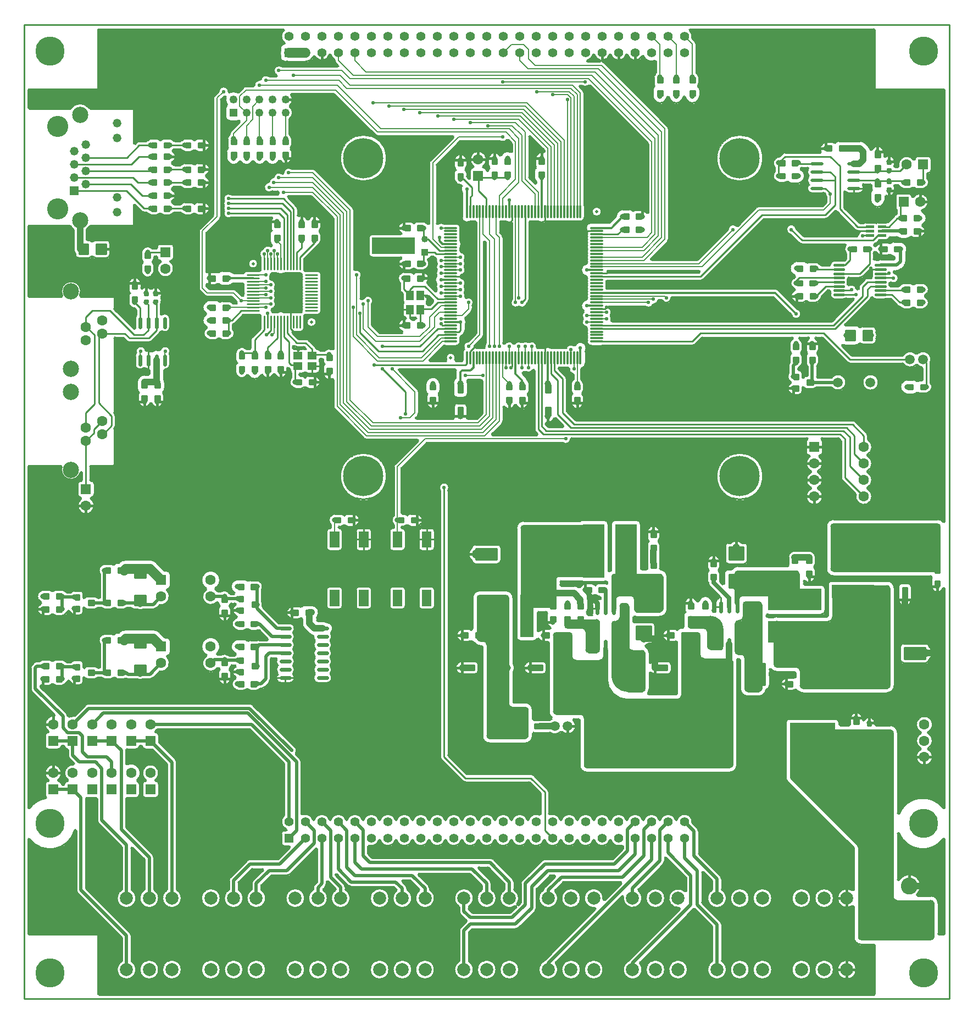
<source format=gbr>
*
*
G04 PADS Layout (Build Number 2005.266.2) generated Gerber (RS-274-X) file*
G04 PC Version=2.1*
*
%IN "cflora_base_1125.pcb"*%
*
%MOMM*%
*
%FSLAX35Y35*%
*
*
*
*
G04 PC Standard Apertures*
*
*
G04 Thermal Relief Aperture macro.*
%AMTER*
1,1,$1,0,0*
1,0,$1-$2,0,0*
21,0,$3,$4,0,0,45*
21,0,$3,$4,0,0,135*
%
*
*
G04 Annular Aperture macro.*
%AMANN*
1,1,$1,0,0*
1,0,$2,0,0*
%
*
*
G04 Odd Aperture macro.*
%AMODD*
1,1,$1,0,0*
1,0,$1-0.005,0,0*
%
*
*
G04 PC Custom Aperture Macros*
*
*
*
*
*
*
G04 PC Aperture Table*
*
%ADD033C,1.5*%
%ADD034R,1.4224X1.4224*%
%ADD035C,1.4224*%
%ADD036C,2*%
%ADD039C,2.5*%
%ADD042R,2.54X2.54*%
%ADD045O,2.032X0.508*%
%ADD055C,1.016*%
%ADD058C,0.254*%
%ADD059C,0.3048*%
%ADD061C,1*%
%ADD062C,0.8*%
%ADD063C,0.5*%
%ADD065C,0.7*%
%ADD066C,1.2*%
%ADD067C,0.6*%
%ADD069R,1.5X1.5*%
%ADD098R,1.6X1.6*%
%ADD101R,2X2*%
%ADD103C,1.6*%
%ADD104R,7X7*%
%ADD105R,1.25X1.25*%
%ADD106C,1.25*%
%ADD107C,2.6*%
%ADD108R,3.3X3.3*%
%ADD109C,0.6096*%
%ADD110C,0.508*%
%ADD111R,1.3208X1.3208*%
%ADD112C,1.3208*%
%ADD113C,3.2512*%
%ADD114C,0.381*%
%ADD115R,0.4064X0.4064*%
%ADD116R,1.2X1.2*%
%ADD117C,6.2*%
%ADD118C,4.5*%
%ADD119R,1.016X1.016*%
%ADD120C,0.2*%
%ADD121C,0.25*%
%ADD122C,0.3*%
%ADD123C,0.5588*%
*
*
*
*
G04 PC Custom Flashes*
G04 Layer Name cflora_base_1125.pcb - flashes*
%LPD*%
*
*
G04 PC Circuitry*
G04 Layer Name cflora_base_1125.pcb - circuitry*
%LPD*%
*
G54D33*
G01X39055000Y20250000D03*
X39255000D03*
X33780000Y14600000D03*
X33580000D03*
X38125000Y15725000D03*
X39275000D03*
X33525000Y17250000D03*
X32375000D03*
X38445000Y19895000D03*
X37945000D03*
X38125000Y15725000D03*
X39275000D03*
X33525000Y17250000D03*
X32375000D03*
X26940000Y15925000D02*
X26965000Y15950000D01*
X27190000*
X27390000*
X27515000Y15825000*
X26940000Y17000000D02*
X26965000Y17025000D01*
X27190000*
X27340000*
X27515000Y16850000*
X29482000Y24973000D02*
X29736000D01*
G54D34*
X29482000D03*
Y12873000D03*
G54D35*
Y25227000D03*
X29736000Y24973000D03*
Y25227000D03*
X29990000Y24973000D03*
Y25227000D03*
X30244000Y24973000D03*
Y25227000D03*
X30498000Y24973000D03*
Y25227000D03*
X30752000Y24973000D03*
Y25227000D03*
X31006000Y24973000D03*
Y25227000D03*
X31260000Y24973000D03*
Y25227000D03*
X31514000Y24973000D03*
Y25227000D03*
X31768000Y24973000D03*
Y25227000D03*
X32022000Y24973000D03*
Y25227000D03*
X32276000Y24973000D03*
Y25227000D03*
X32530000Y24973000D03*
Y25227000D03*
X32784000Y24973000D03*
Y25227000D03*
X33038000Y24973000D03*
Y25227000D03*
X33292000Y24973000D03*
Y25227000D03*
X33546000Y24973000D03*
Y25227000D03*
X33800000Y24973000D03*
Y25227000D03*
X34054000Y24973000D03*
Y25227000D03*
X34308000Y24973000D03*
Y25227000D03*
X34562000Y24973000D03*
Y25227000D03*
X34816000Y24973000D03*
Y25227000D03*
X35070000Y24973000D03*
Y25227000D03*
X35324000Y24973000D03*
Y25227000D03*
X35578000Y24973000D03*
Y25227000D03*
X29482000Y13127000D03*
X29736000Y12873000D03*
Y13127000D03*
X29990000Y12873000D03*
Y13127000D03*
X30244000Y12873000D03*
Y13127000D03*
X30498000Y12873000D03*
Y13127000D03*
X30752000Y12873000D03*
Y13127000D03*
X31006000Y12873000D03*
Y13127000D03*
X31260000Y12873000D03*
Y13127000D03*
X31514000Y12873000D03*
Y13127000D03*
X31768000Y12873000D03*
Y13127000D03*
X32022000Y12873000D03*
Y13127000D03*
X32276000Y12873000D03*
Y13127000D03*
X32530000Y12873000D03*
Y13127000D03*
X32784000Y12873000D03*
Y13127000D03*
X33038000Y12873000D03*
Y13127000D03*
X33292000Y12873000D03*
Y13127000D03*
X33546000Y12873000D03*
Y13127000D03*
X33800000Y12873000D03*
Y13127000D03*
X34054000Y12873000D03*
Y13127000D03*
X34308000Y12873000D03*
Y13127000D03*
X34562000Y12873000D03*
Y13127000D03*
X34816000Y12873000D03*
Y13127000D03*
X35070000Y12873000D03*
Y13127000D03*
X35324000Y12873000D03*
Y13127000D03*
X35578000Y12873000D03*
Y13127000D03*
G54D36*
X27679250Y10850000D03*
X27330000D03*
X26979250D03*
X28979250Y11950000D03*
X28630000D03*
X28279250D03*
X28979250Y10850000D03*
X28630000D03*
X28279250D03*
X30279250Y11950000D03*
X29930000D03*
X29579250D03*
X30279250Y10850000D03*
X29930000D03*
X29579250D03*
X31579250Y11950000D03*
X31230000D03*
X30879250D03*
X31579250Y10850000D03*
X31230000D03*
X30879250D03*
X32879250Y11950000D03*
X32530000D03*
X32179250D03*
X32879250Y10850000D03*
X32530000D03*
X32179250D03*
X34179250Y11950000D03*
X33830000D03*
X33479250D03*
X34179250Y10850000D03*
X33830000D03*
X33479250D03*
X35479250Y11950000D03*
X35130000D03*
X34779250D03*
X35479250Y10850000D03*
X35130000D03*
X34779250D03*
X36779250Y11950000D03*
X36430000D03*
X36079250D03*
X36779250Y10850000D03*
X36430000D03*
X36079250D03*
X27679250Y11950000D03*
X27330000D03*
X26979250D03*
X38079250D03*
X37730000D03*
X37379250D03*
X38079250Y10850000D03*
X37730000D03*
X37379250D03*
G54D39*
X26125000Y20100000D03*
Y21300000D03*
Y18550000D03*
Y19750000D03*
X26263900Y24018400D03*
Y22392800D03*
G54D42*
X31295600Y22000000D02*
X30889200D01*
G54D45*
X37619250Y23265500D03*
Y23138500D03*
Y23011500D03*
Y22884500D03*
X38190750D03*
Y23011500D03*
Y23138500D03*
Y23265500D03*
G54D55*
X31575000Y22100000D03*
G54D58*
X29655000Y21813900D02*
Y21636100D01*
X29605000Y21813900D02*
Y21636100D01*
X29555000Y21813900D02*
Y21636100D01*
X29505000Y21813900D02*
Y21636100D01*
X29455000Y21813900D02*
Y21636100D01*
X29405000Y21813900D02*
Y21636100D01*
X29355000Y21813900D02*
Y21636100D01*
X29305000Y21813900D02*
Y21636100D01*
X29255000Y21813900D02*
Y21636100D01*
X29205000Y21813900D02*
Y21636100D01*
X29155000Y21813900D02*
Y21636100D01*
X29105000Y21813900D02*
Y21636100D01*
X28841100Y21550000D02*
X29018900D01*
X28841100Y21500000D02*
X29018900D01*
X28841100Y21450000D02*
X29018900D01*
X28841100Y21400000D02*
X29018900D01*
X28841100Y21350000D02*
X29018900D01*
X28841100Y21300000D02*
X29018900D01*
X28841100Y21250000D02*
X29018900D01*
X28841100Y21200000D02*
X29018900D01*
X28841100Y21150000D02*
X29018900D01*
X28841100Y21100000D02*
X29018900D01*
X28841100Y21050000D02*
X29018900D01*
X28841100Y21000000D02*
X29018900D01*
X29105000Y20913900D02*
Y20736100D01*
X29155000Y20913900D02*
Y20736100D01*
X29205000Y20913900D02*
Y20736100D01*
X29255000Y20913900D02*
Y20736100D01*
X29305000Y20913900D02*
Y20736100D01*
X29355000Y20913900D02*
Y20736100D01*
X29405000Y20913900D02*
Y20736100D01*
X29455000Y20913900D02*
Y20736100D01*
X29505000Y20913900D02*
Y20736100D01*
X29555000Y20913900D02*
Y20736100D01*
X29605000Y20913900D02*
Y20736100D01*
X29655000Y20913900D02*
Y20736100D01*
X29741100Y21000000D02*
X29918900D01*
X29741100Y21050000D02*
X29918900D01*
X29741100Y21100000D02*
X29918900D01*
X29741100Y21150000D02*
X29918900D01*
X29741100Y21200000D02*
X29918900D01*
X29741100Y21250000D02*
X29918900D01*
X29741100Y21300000D02*
X29918900D01*
X29741100Y21350000D02*
X29918900D01*
X29741100Y21400000D02*
X29918900D01*
X29741100Y21450000D02*
X29918900D01*
X29741100Y21500000D02*
X29918900D01*
X29741100Y21550000D02*
X29918900D01*
X27292300Y19887300D02*
Y19812700D01*
X27217700*
Y19887300*
X27292300*
X27217700Y19812700D02*
X27292300D01*
X27217700Y19838100D02*
X27292300D01*
X27217700Y19863500D02*
X27292300D01*
X27228800Y19812700D02*
Y19887300D01*
X27254200Y19812700D02*
Y19887300D01*
X27279600Y19812700D02*
Y19887300D01*
X27292300Y19612700D02*
Y19687300D01*
X27217700*
Y19612700*
X27292300*
X27217700D02*
X27292300D01*
X27217700Y19638100D02*
X27292300D01*
X27217700Y19663500D02*
X27292300D01*
X27228800Y19612700D02*
Y19687300D01*
X27254200Y19612700D02*
Y19687300D01*
X27279600Y19612700D02*
Y19687300D01*
X28162300Y23212300D02*
X28087700D01*
Y23137700*
X28162300*
Y23212300*
X28087700Y23137700D02*
X28162300D01*
X28087700Y23163100D02*
X28162300D01*
X28087700Y23188500D02*
X28162300D01*
X28092400Y23137700D02*
Y23212300D01*
X28117800Y23137700D02*
Y23212300D01*
X28143200Y23137700D02*
Y23212300D01*
X27887700D02*
X27962300D01*
Y23137700*
X27887700*
Y23212300*
Y23137700D02*
X27962300D01*
X27887700Y23163100D02*
X27962300D01*
X27887700Y23188500D02*
X27962300D01*
X27889200Y23137700D02*
Y23212300D01*
X27914600Y23137700D02*
Y23212300D01*
X27940000Y23137700D02*
Y23212300D01*
X28162300Y23587300D02*
X28087700D01*
Y23512700*
X28162300*
Y23587300*
X28087700Y23512700D02*
X28162300D01*
X28087700Y23538100D02*
X28162300D01*
X28087700Y23563500D02*
X28162300D01*
X28092400Y23512700D02*
Y23587300D01*
X28117800Y23512700D02*
Y23587300D01*
X28143200Y23512700D02*
Y23587300D01*
X27887700D02*
X27962300D01*
Y23512700*
X27887700*
Y23587300*
Y23512700D02*
X27962300D01*
X27887700Y23538100D02*
X27962300D01*
X27887700Y23563500D02*
X27962300D01*
X27889200Y23512700D02*
Y23587300D01*
X27914600Y23512700D02*
Y23587300D01*
X27940000Y23512700D02*
Y23587300D01*
X29867300Y19937300D02*
X29792700D01*
Y19862700*
X29867300*
Y19937300*
X29792700Y19862700D02*
X29867300D01*
X29792700Y19888100D02*
X29867300D01*
X29792700Y19913500D02*
X29867300D01*
X29794200Y19862700D02*
Y19937300D01*
X29819600Y19862700D02*
Y19937300D01*
X29845000Y19862700D02*
Y19937300D01*
X29592700D02*
X29667300D01*
Y19862700*
X29592700*
Y19937300*
Y19862700D02*
X29667300D01*
X29592700Y19888100D02*
X29667300D01*
X29592700Y19913500D02*
X29667300D01*
X29616400Y19862700D02*
Y19937300D01*
X29641800Y19862700D02*
Y19937300D01*
X29667200Y19862700D02*
Y19937300D01*
X27637300Y22812300D02*
X27562700D01*
Y22737700*
X27637300*
Y22812300*
X27562700Y22737700D02*
X27637300D01*
X27562700Y22763100D02*
X27637300D01*
X27562700Y22788500D02*
X27637300D01*
X27584400Y22737700D02*
Y22812300D01*
X27609800Y22737700D02*
Y22812300D01*
X27635200Y22737700D02*
Y22812300D01*
X27362700D02*
X27437300D01*
Y22737700*
X27362700*
Y22812300*
Y22737700D02*
X27437300D01*
X27362700Y22763100D02*
X27437300D01*
X27362700Y22788500D02*
X27437300D01*
X27381200Y22737700D02*
Y22812300D01*
X27406600Y22737700D02*
Y22812300D01*
X27432000Y22737700D02*
Y22812300D01*
X27637300Y23412300D02*
X27562700D01*
Y23337700*
X27637300*
Y23412300*
X27562700Y23337700D02*
X27637300D01*
X27562700Y23363100D02*
X27637300D01*
X27562700Y23388500D02*
X27637300D01*
X27584400Y23337700D02*
Y23412300D01*
X27609800Y23337700D02*
Y23412300D01*
X27635200Y23337700D02*
Y23412300D01*
X27362700D02*
X27437300D01*
Y23337700*
X27362700*
Y23412300*
Y23337700D02*
X27437300D01*
X27362700Y23363100D02*
X27437300D01*
X27362700Y23388500D02*
X27437300D01*
X27381200Y23337700D02*
Y23412300D01*
X27406600Y23337700D02*
Y23412300D01*
X27432000Y23337700D02*
Y23412300D01*
X30142300Y20312300D02*
Y20237700D01*
X30067700*
Y20312300*
X30142300*
X30067700Y20237700D02*
X30142300D01*
X30067700Y20263100D02*
X30142300D01*
X30067700Y20288500D02*
X30142300D01*
X30073600Y20237700D02*
Y20312300D01*
X30099000Y20237700D02*
Y20312300D01*
X30124400Y20237700D02*
Y20312300D01*
X30142300Y20037700D02*
Y20112300D01*
X30067700*
Y20037700*
X30142300*
X30067700D02*
X30142300D01*
X30067700Y20063100D02*
X30142300D01*
X30067700Y20088500D02*
X30142300D01*
X30073600Y20037700D02*
Y20112300D01*
X30099000Y20037700D02*
Y20112300D01*
X30124400Y20037700D02*
Y20112300D01*
X26250200Y22024800D02*
X26387300D01*
Y21875200*
X26250200*
Y22024800*
Y21875200D02*
X26387300D01*
X26250200Y21900600D02*
X26387300D01*
X26250200Y21926000D02*
X26387300D01*
X26250200Y21951400D02*
X26387300D01*
X26250200Y21976800D02*
X26387300D01*
X26250200Y22002200D02*
X26387300D01*
X26263600Y21875200D02*
Y22024800D01*
X26289000Y21875200D02*
Y22024800D01*
X26314400Y21875200D02*
Y22024800D01*
X26339800Y21875200D02*
Y22024800D01*
X26365200Y21875200D02*
Y22024800D01*
X26512700D02*
X26662300D01*
Y21875200*
X26512700*
Y22024800*
Y21875200D02*
X26662300D01*
X26512700Y21900600D02*
X26662300D01*
X26512700Y21926000D02*
X26662300D01*
X26512700Y21951400D02*
X26662300D01*
X26512700Y21976800D02*
X26662300D01*
X26512700Y22002200D02*
X26662300D01*
X26517600Y21875200D02*
Y22024800D01*
X26543000Y21875200D02*
Y22024800D01*
X26568400Y21875200D02*
Y22024800D01*
X26593800Y21875200D02*
Y22024800D01*
X26619200Y21875200D02*
Y22024800D01*
X26644600Y21875200D02*
Y22024800D01*
X37237700Y17187300D02*
Y17112700D01*
X37312300*
Y17187300*
X37237700*
Y17112700D02*
X37312300D01*
X37237700Y17138100D02*
X37312300D01*
X37237700Y17163500D02*
X37312300D01*
X37261800Y17112700D02*
Y17187300D01*
X37287200Y17112700D02*
Y17187300D01*
X37237700Y16912700D02*
Y16987300D01*
X37312300*
Y16912700*
X37237700*
X37312300*
X37237700Y16938100D02*
X37312300D01*
X37237700Y16963500D02*
X37312300D01*
X37261800Y16912700D02*
Y16987300D01*
X37287200Y16912700D02*
Y16987300D01*
X35062700Y17112300D02*
Y17037700D01*
X35137300*
Y17112300*
X35062700*
Y17037700D02*
X35137300D01*
X35062700Y17063100D02*
X35137300D01*
X35062700Y17088500D02*
X35137300D01*
X35077400Y17037700D02*
Y17112300D01*
X35102800Y17037700D02*
Y17112300D01*
X35128200Y17037700D02*
Y17112300D01*
X35062700Y16837700D02*
Y16912300D01*
X35137300*
Y16837700*
X35062700*
X35137300*
X35062700Y16863100D02*
X35137300D01*
X35062700Y16888500D02*
X35137300D01*
X35077400Y16837700D02*
Y16912300D01*
X35102800Y16837700D02*
Y16912300D01*
X35128200Y16837700D02*
Y16912300D01*
X37162700Y15212700D02*
X37237300D01*
Y15287300*
X37162700*
Y15212700*
X37237300*
X37162700Y15238100D02*
X37237300D01*
X37162700Y15263500D02*
X37237300D01*
X37185600Y15212700D02*
Y15287300D01*
X37211000Y15212700D02*
Y15287300D01*
X37236400Y15212700D02*
Y15287300D01*
X37437300Y15212700D02*
X37362700D01*
Y15287300*
X37437300*
Y15212700*
X37362700D02*
X37437300D01*
X37362700Y15238100D02*
X37437300D01*
X37362700Y15263500D02*
X37437300D01*
X37363400Y15212700D02*
Y15287300D01*
X37388800Y15212700D02*
Y15287300D01*
X37414200Y15212700D02*
Y15287300D01*
X27492300Y19887300D02*
Y19812700D01*
X27417700*
Y19887300*
X27492300*
X27417700Y19812700D02*
X27492300D01*
X27417700Y19838100D02*
X27492300D01*
X27417700Y19863500D02*
X27492300D01*
X27432000Y19812700D02*
Y19887300D01*
X27457400Y19812700D02*
Y19887300D01*
X27482800Y19812700D02*
Y19887300D01*
X27492300Y19612700D02*
Y19687300D01*
X27417700*
Y19612700*
X27492300*
X27417700D02*
X27492300D01*
X27417700Y19638100D02*
X27492300D01*
X27417700Y19663500D02*
X27492300D01*
X27432000Y19612700D02*
Y19687300D01*
X27457400Y19612700D02*
Y19687300D01*
X27482800Y19612700D02*
Y19687300D01*
X39512300Y17037300D02*
Y16962700D01*
X39437700*
Y17037300*
X39512300*
X39437700Y16962700D02*
X39512300D01*
X39437700Y16988100D02*
X39512300D01*
X39437700Y17013500D02*
X39512300D01*
X39446200Y16962700D02*
Y17037300D01*
X39471600Y16962700D02*
Y17037300D01*
X39497000Y16962700D02*
Y17037300D01*
X39512300Y16762700D02*
Y16837300D01*
X39437700*
Y16762700*
X39512300*
X39437700D02*
X39512300D01*
X39437700Y16788100D02*
X39512300D01*
X39437700Y16813500D02*
X39512300D01*
X39446200Y16762700D02*
Y16837300D01*
X39471600Y16762700D02*
Y16837300D01*
X39497000Y16762700D02*
Y16837300D01*
X33587300Y16487300D02*
Y16412700D01*
X33512700*
Y16487300*
X33587300*
X33512700Y16412700D02*
X33587300D01*
X33512700Y16438100D02*
X33587300D01*
X33512700Y16463500D02*
X33587300D01*
X33528000Y16412700D02*
Y16487300D01*
X33553400Y16412700D02*
Y16487300D01*
X33578800Y16412700D02*
Y16487300D01*
X33587300Y16212700D02*
Y16287300D01*
X33512700*
Y16212700*
X33587300*
X33512700D02*
X33587300D01*
X33512700Y16238100D02*
X33587300D01*
X33512700Y16263500D02*
X33587300D01*
X33528000Y16212700D02*
Y16287300D01*
X33553400Y16212700D02*
Y16287300D01*
X33578800Y16212700D02*
Y16287300D01*
X32162700Y15962700D02*
X32237300D01*
Y16037300*
X32162700*
Y15962700*
X32237300*
X32162700Y15988100D02*
X32237300D01*
X32162700Y16013500D02*
X32237300D01*
X32181800Y15962700D02*
Y16037300D01*
X32207200Y15962700D02*
Y16037300D01*
X32232600Y15962700D02*
Y16037300D01*
X32437300Y15962700D02*
X32362700D01*
Y16037300*
X32437300*
Y15962700*
X32362700D02*
X32437300D01*
X32362700Y15988100D02*
X32437300D01*
X32362700Y16013500D02*
X32437300D01*
X32385000Y15962700D02*
Y16037300D01*
X32410400Y15962700D02*
Y16037300D01*
X32435800Y15962700D02*
Y16037300D01*
X38187700Y14712300D02*
Y14637700D01*
X38262300*
Y14712300*
X38187700*
Y14637700D02*
X38262300D01*
X38187700Y14663100D02*
X38262300D01*
X38187700Y14688500D02*
X38262300D01*
X38201600Y14637700D02*
Y14712300D01*
X38227000Y14637700D02*
Y14712300D01*
X38252400Y14637700D02*
Y14712300D01*
X38187700Y14437700D02*
Y14512300D01*
X38262300*
Y14437700*
X38187700*
X38262300*
X38187700Y14463100D02*
X38262300D01*
X38187700Y14488500D02*
X38262300D01*
X38201600Y14437700D02*
Y14512300D01*
X38227000Y14437700D02*
Y14512300D01*
X38252400Y14437700D02*
Y14512300D01*
X35337700Y15962700D02*
X35412300D01*
Y16037300*
X35337700*
Y15962700*
X35412300*
X35337700Y15988100D02*
X35412300D01*
X35337700Y16013500D02*
X35412300D01*
X35356800Y15962700D02*
Y16037300D01*
X35382200Y15962700D02*
Y16037300D01*
X35407600Y15962700D02*
Y16037300D01*
X35612300Y15962700D02*
X35537700D01*
Y16037300*
X35612300*
Y15962700*
X35537700D02*
X35612300D01*
X35537700Y15988100D02*
X35612300D01*
X35537700Y16013500D02*
X35612300D01*
X35560000Y15962700D02*
Y16037300D01*
X35585400Y15962700D02*
Y16037300D01*
X35610800Y15962700D02*
Y16037300D01*
X33412700Y15962700D02*
X33487300D01*
Y16037300*
X33412700*
Y15962700*
X33487300*
X33412700Y15988100D02*
X33487300D01*
X33412700Y16013500D02*
X33487300D01*
X33426400Y15962700D02*
Y16037300D01*
X33451800Y15962700D02*
Y16037300D01*
X33477200Y15962700D02*
Y16037300D01*
X33687300Y15962700D02*
X33612700D01*
Y16037300*
X33687300*
Y15962700*
X33612700D02*
X33687300D01*
X33612700Y15988100D02*
X33687300D01*
X33612700Y16013500D02*
X33687300D01*
X33629600Y15962700D02*
Y16037300D01*
X33655000Y15962700D02*
Y16037300D01*
X33680400Y15962700D02*
Y16037300D01*
X34062700Y16662700D02*
X34137300D01*
Y16737300*
X34062700*
Y16662700*
X34137300*
X34062700Y16688100D02*
X34137300D01*
X34062700Y16713500D02*
X34137300D01*
X34086800Y16662700D02*
Y16737300D01*
X34112200Y16662700D02*
Y16737300D01*
X34337300Y16662700D02*
X34262700D01*
Y16737300*
X34337300*
Y16662700*
X34262700D02*
X34337300D01*
X34262700Y16688100D02*
X34337300D01*
X34262700Y16713500D02*
X34337300D01*
X34264600Y16662700D02*
Y16737300D01*
X34290000Y16662700D02*
Y16737300D01*
X34315400Y16662700D02*
Y16737300D01*
X35987700Y17137300D02*
Y17062700D01*
X36062300*
Y17137300*
X35987700*
Y17062700D02*
X36062300D01*
X35987700Y17088100D02*
X36062300D01*
X35987700Y17113500D02*
X36062300D01*
X35991800Y17062700D02*
Y17137300D01*
X36017200Y17062700D02*
Y17137300D01*
X36042600Y17062700D02*
Y17137300D01*
X35987700Y16862700D02*
Y16937300D01*
X36062300*
Y16862700*
X35987700*
X36062300*
X35987700Y16888100D02*
X36062300D01*
X35987700Y16913500D02*
X36062300D01*
X35991800Y16862700D02*
Y16937300D01*
X36017200Y16862700D02*
Y16937300D01*
X36042600Y16862700D02*
Y16937300D01*
X29542700Y16312700D02*
X29617300D01*
Y16387300*
X29542700*
Y16312700*
X29617300*
X29542700Y16338100D02*
X29617300D01*
X29542700Y16363500D02*
X29617300D01*
X29565600Y16312700D02*
Y16387300D01*
X29591000Y16312700D02*
Y16387300D01*
X29616400Y16312700D02*
Y16387300D01*
X29817300Y16312700D02*
X29742700D01*
Y16387300*
X29817300*
Y16312700*
X29742700D02*
X29817300D01*
X29742700Y16338100D02*
X29817300D01*
X29742700Y16363500D02*
X29817300D01*
X29743400Y16312700D02*
Y16387300D01*
X29768800Y16312700D02*
Y16387300D01*
X29794200Y16312700D02*
Y16387300D01*
X39192300Y22262300D02*
X39117700D01*
Y22187700*
X39192300*
Y22262300*
X39117700Y22187700D02*
X39192300D01*
X39117700Y22213100D02*
X39192300D01*
X39117700Y22238500D02*
X39192300D01*
X39141400Y22187700D02*
Y22262300D01*
X39166800Y22187700D02*
Y22262300D01*
X39192200Y22187700D02*
Y22262300D01*
X38917700D02*
X38992300D01*
Y22187700*
X38917700*
Y22262300*
Y22187700D02*
X38992300D01*
X38917700Y22213100D02*
X38992300D01*
X38917700Y22238500D02*
X38992300D01*
X38938200Y22187700D02*
Y22262300D01*
X38963600Y22187700D02*
Y22262300D01*
X38989000Y22187700D02*
Y22262300D01*
X29392300Y20337300D02*
Y20262700D01*
X29317700*
Y20337300*
X29392300*
X29317700Y20262700D02*
X29392300D01*
X29317700Y20288100D02*
X29392300D01*
X29317700Y20313500D02*
X29392300D01*
X29337000Y20262700D02*
Y20337300D01*
X29362400Y20262700D02*
Y20337300D01*
X29387800Y20262700D02*
Y20337300D01*
X29392300Y20062700D02*
Y20137300D01*
X29317700*
Y20062700*
X29392300*
X29317700D02*
X29392300D01*
X29317700Y20088100D02*
X29392300D01*
X29317700Y20113500D02*
X29392300D01*
X29337000Y20062700D02*
Y20137300D01*
X29362400Y20062700D02*
Y20137300D01*
X29387800Y20062700D02*
Y20137300D01*
X38417300Y21987300D02*
X38342700D01*
Y21912700*
X38417300*
Y21987300*
X38342700Y21912700D02*
X38417300D01*
X38342700Y21938100D02*
X38417300D01*
X38342700Y21963500D02*
X38417300D01*
X38354000Y21912700D02*
Y21987300D01*
X38379400Y21912700D02*
Y21987300D01*
X38404800Y21912700D02*
Y21987300D01*
X38142700D02*
X38217300D01*
Y21912700*
X38142700*
Y21987300*
Y21912700D02*
X38217300D01*
X38142700Y21938100D02*
X38217300D01*
X38142700Y21963500D02*
X38217300D01*
X38150800Y21912700D02*
Y21987300D01*
X38176200Y21912700D02*
Y21987300D01*
X38201600Y21912700D02*
Y21987300D01*
X38617700Y21912700D02*
X38692300D01*
Y21987300*
X38617700*
Y21912700*
X38692300*
X38617700Y21938100D02*
X38692300D01*
X38617700Y21963500D02*
X38692300D01*
X38633400Y21912700D02*
Y21987300D01*
X38658800Y21912700D02*
Y21987300D01*
X38684200Y21912700D02*
Y21987300D01*
X38892300Y21912700D02*
X38817700D01*
Y21987300*
X38892300*
Y21912700*
X38817700D02*
X38892300D01*
X38817700Y21938100D02*
X38892300D01*
X38817700Y21963500D02*
X38892300D01*
X38836600Y21912700D02*
Y21987300D01*
X38862000Y21912700D02*
Y21987300D01*
X38887400Y21912700D02*
Y21987300D01*
X37592300Y21687300D02*
X37517700D01*
Y21612700*
X37592300*
Y21687300*
X37517700Y21612700D02*
X37592300D01*
X37517700Y21638100D02*
X37592300D01*
X37517700Y21663500D02*
X37592300D01*
X37541200Y21612700D02*
Y21687300D01*
X37566600Y21612700D02*
Y21687300D01*
X37592000Y21612700D02*
Y21687300D01*
X37317700D02*
X37392300D01*
Y21612700*
X37317700*
Y21687300*
Y21612700D02*
X37392300D01*
X37317700Y21638100D02*
X37392300D01*
X37317700Y21663500D02*
X37392300D01*
X37338000Y21612700D02*
Y21687300D01*
X37363400Y21612700D02*
Y21687300D01*
X37388800Y21612700D02*
Y21687300D01*
X37587300Y21462300D02*
X37512700D01*
Y21387700*
X37587300*
Y21462300*
X37512700Y21387700D02*
X37587300D01*
X37512700Y21413100D02*
X37587300D01*
X37512700Y21438500D02*
X37587300D01*
X37515800Y21387700D02*
Y21462300D01*
X37541200Y21387700D02*
Y21462300D01*
X37566600Y21387700D02*
Y21462300D01*
X37312700D02*
X37387300D01*
Y21387700*
X37312700*
Y21462300*
Y21387700D02*
X37387300D01*
X37312700Y21413100D02*
X37387300D01*
X37312700Y21438500D02*
X37387300D01*
X37338000Y21387700D02*
Y21462300D01*
X37363400Y21387700D02*
Y21462300D01*
X37592300Y21262300D02*
X37517700D01*
Y21187700*
X37592300*
Y21262300*
X37517700Y21187700D02*
X37592300D01*
X37517700Y21213100D02*
X37592300D01*
X37517700Y21238500D02*
X37592300D01*
X37541200Y21187700D02*
Y21262300D01*
X37566600Y21187700D02*
Y21262300D01*
X37592000Y21187700D02*
Y21262300D01*
X37317700D02*
X37392300D01*
Y21187700*
X37317700*
Y21262300*
Y21187700D02*
X37392300D01*
X37317700Y21213100D02*
X37392300D01*
X37317700Y21238500D02*
X37392300D01*
X37338000Y21187700D02*
Y21262300D01*
X37363400Y21187700D02*
Y21262300D01*
X37388800Y21187700D02*
Y21262300D01*
X37767700Y23462700D02*
X37842300D01*
Y23537300*
X37767700*
Y23462700*
X37842300*
X37767700Y23488100D02*
X37842300D01*
X37767700Y23513500D02*
X37842300D01*
X37769800Y23462700D02*
Y23537300D01*
X37795200Y23462700D02*
Y23537300D01*
X37820600Y23462700D02*
Y23537300D01*
X38042300Y23462700D02*
X37967700D01*
Y23537300*
X38042300*
Y23462700*
X37967700D02*
X38042300D01*
X37967700Y23488100D02*
X38042300D01*
X37967700Y23513500D02*
X38042300D01*
X37973000Y23462700D02*
Y23537300D01*
X37998400Y23462700D02*
Y23537300D01*
X38023800Y23462700D02*
Y23537300D01*
X31262700Y20737700D02*
X31337300D01*
Y20812300*
X31262700*
Y20737700*
X31337300*
X31262700Y20763100D02*
X31337300D01*
X31262700Y20788500D02*
X31337300D01*
X31267400Y20737700D02*
Y20812300D01*
X31292800Y20737700D02*
Y20812300D01*
X31318200Y20737700D02*
Y20812300D01*
X31537300Y20737700D02*
X31462700D01*
Y20812300*
X31537300*
Y20737700*
X31462700D02*
X31537300D01*
X31462700Y20763100D02*
X31537300D01*
X31462700Y20788500D02*
X31537300D01*
X31470600Y20737700D02*
Y20812300D01*
X31496000Y20737700D02*
Y20812300D01*
X31521400Y20737700D02*
Y20812300D01*
X31537300Y21537300D02*
X31462700D01*
Y21462700*
X31537300*
Y21537300*
X31462700Y21462700D02*
X31537300D01*
X31462700Y21488100D02*
X31537300D01*
X31462700Y21513500D02*
X31537300D01*
X31470600Y21462700D02*
Y21537300D01*
X31496000Y21462700D02*
Y21537300D01*
X31521400Y21462700D02*
Y21537300D01*
X31262700D02*
X31337300D01*
Y21462700*
X31262700*
Y21537300*
Y21462700D02*
X31337300D01*
X31262700Y21488100D02*
X31337300D01*
X31262700Y21513500D02*
X31337300D01*
X31267400Y21462700D02*
Y21537300D01*
X31292800Y21462700D02*
Y21537300D01*
X31318200Y21462700D02*
Y21537300D01*
X31442300Y17812300D02*
X31367700D01*
Y17737700*
X31442300*
Y17812300*
X31367700Y17737700D02*
X31442300D01*
X31367700Y17763100D02*
X31442300D01*
X31367700Y17788500D02*
X31442300D01*
X31369000Y17737700D02*
Y17812300D01*
X31394400Y17737700D02*
Y17812300D01*
X31419800Y17737700D02*
Y17812300D01*
X31167700D02*
X31242300D01*
Y17737700*
X31167700*
Y17812300*
Y17737700D02*
X31242300D01*
X31167700Y17763100D02*
X31242300D01*
X31167700Y17788500D02*
X31242300D01*
X31191200Y17737700D02*
Y17812300D01*
X31216600Y17737700D02*
Y17812300D01*
X31242000Y17737700D02*
Y17812300D01*
X30472300D02*
X30397700D01*
Y17737700*
X30472300*
Y17812300*
X30397700Y17737700D02*
X30472300D01*
X30397700Y17763100D02*
X30472300D01*
X30397700Y17788500D02*
X30472300D01*
X30403800Y17737700D02*
Y17812300D01*
X30429200Y17737700D02*
Y17812300D01*
X30454600Y17737700D02*
Y17812300D01*
X30197700D02*
X30272300D01*
Y17737700*
X30197700*
Y17812300*
Y17737700D02*
X30272300D01*
X30197700Y17763100D02*
X30272300D01*
X30197700Y17788500D02*
X30272300D01*
X30200600Y17737700D02*
Y17812300D01*
X30226000Y17737700D02*
Y17812300D01*
X30251400Y17737700D02*
Y17812300D01*
X29262700Y22362300D02*
Y22287700D01*
X29337300*
Y22362300*
X29262700*
Y22287700D02*
X29337300D01*
X29262700Y22313100D02*
X29337300D01*
X29262700Y22338500D02*
X29337300D01*
X29286200Y22287700D02*
Y22362300D01*
X29311600Y22287700D02*
Y22362300D01*
X29337000Y22287700D02*
Y22362300D01*
X29262700Y22087700D02*
Y22162300D01*
X29337300*
Y22087700*
X29262700*
X29337300*
X29262700Y22113100D02*
X29337300D01*
X29262700Y22138500D02*
X29337300D01*
X29286200Y22087700D02*
Y22162300D01*
X29311600Y22087700D02*
Y22162300D01*
X29337000Y22087700D02*
Y22162300D01*
X31267700Y22237700D02*
X31342300D01*
Y22312300*
X31267700*
Y22237700*
X31342300*
X31267700Y22263100D02*
X31342300D01*
X31267700Y22288500D02*
X31342300D01*
X31292800Y22237700D02*
Y22312300D01*
X31318200Y22237700D02*
Y22312300D01*
X31542300Y22237700D02*
X31467700D01*
Y22312300*
X31542300*
Y22237700*
X31467700D02*
X31542300D01*
X31467700Y22263100D02*
X31542300D01*
X31467700Y22288500D02*
X31542300D01*
X31470600Y22237700D02*
Y22312300D01*
X31496000Y22237700D02*
Y22312300D01*
X31521400Y22237700D02*
Y22312300D01*
X31267700Y21687700D02*
X31342300D01*
Y21762300*
X31267700*
Y21687700*
X31342300*
X31267700Y21713100D02*
X31342300D01*
X31267700Y21738500D02*
X31342300D01*
X31292800Y21687700D02*
Y21762300D01*
X31318200Y21687700D02*
Y21762300D01*
X31542300Y21687700D02*
X31467700D01*
Y21762300*
X31542300*
Y21687700*
X31467700D02*
X31542300D01*
X31467700Y21713100D02*
X31542300D01*
X31467700Y21738500D02*
X31542300D01*
X31470600Y21687700D02*
Y21762300D01*
X31496000Y21687700D02*
Y21762300D01*
X31521400Y21687700D02*
Y21762300D01*
X34912300Y22487300D02*
X34837700D01*
Y22412700*
X34912300*
Y22487300*
X34837700Y22412700D02*
X34912300D01*
X34837700Y22438100D02*
X34912300D01*
X34837700Y22463500D02*
X34912300D01*
X34848800Y22412700D02*
Y22487300D01*
X34874200Y22412700D02*
Y22487300D01*
X34899600Y22412700D02*
Y22487300D01*
X34637700D02*
X34712300D01*
Y22412700*
X34637700*
Y22487300*
Y22412700D02*
X34712300D01*
X34637700Y22438100D02*
X34712300D01*
X34637700Y22463500D02*
X34712300D01*
X34645600Y22412700D02*
Y22487300D01*
X34671000Y22412700D02*
Y22487300D01*
X34696400Y22412700D02*
Y22487300D01*
X33337700Y23337300D02*
Y23262700D01*
X33412300*
Y23337300*
X33337700*
Y23262700D02*
X33412300D01*
X33337700Y23288100D02*
X33412300D01*
X33337700Y23313500D02*
X33412300D01*
X33350200Y23262700D02*
Y23337300D01*
X33375600Y23262700D02*
Y23337300D01*
X33401000Y23262700D02*
Y23337300D01*
X33337700Y23062700D02*
Y23137300D01*
X33412300*
Y23062700*
X33337700*
X33412300*
X33337700Y23088100D02*
X33412300D01*
X33337700Y23113500D02*
X33412300D01*
X33350200Y23062700D02*
Y23137300D01*
X33375600Y23062700D02*
Y23137300D01*
X33401000Y23062700D02*
Y23137300D01*
X31737300Y19862300D02*
Y19787700D01*
X31662700*
Y19862300*
X31737300*
X31662700Y19787700D02*
X31737300D01*
X31662700Y19813100D02*
X31737300D01*
X31662700Y19838500D02*
X31737300D01*
X31673800Y19787700D02*
Y19862300D01*
X31699200Y19787700D02*
Y19862300D01*
X31724600Y19787700D02*
Y19862300D01*
X31737300Y19587700D02*
Y19662300D01*
X31662700*
Y19587700*
X31737300*
X31662700D02*
X31737300D01*
X31662700Y19613100D02*
X31737300D01*
X31662700Y19638500D02*
X31737300D01*
X31673800Y19587700D02*
Y19662300D01*
X31699200Y19587700D02*
Y19662300D01*
X31724600Y19587700D02*
Y19662300D01*
X33112300Y19862300D02*
Y19787700D01*
X33037700*
Y19862300*
X33112300*
X33037700Y19787700D02*
X33112300D01*
X33037700Y19813100D02*
X33112300D01*
X33037700Y19838500D02*
X33112300D01*
X33045400Y19787700D02*
Y19862300D01*
X33070800Y19787700D02*
Y19862300D01*
X33096200Y19787700D02*
Y19862300D01*
X33112300Y19587700D02*
Y19662300D01*
X33037700*
Y19587700*
X33112300*
X33037700D02*
X33112300D01*
X33037700Y19613100D02*
X33112300D01*
X33037700Y19638500D02*
X33112300D01*
X33045400Y19587700D02*
Y19662300D01*
X33070800Y19587700D02*
Y19662300D01*
X33096200Y19587700D02*
Y19662300D01*
X34912300Y22287300D02*
X34837700D01*
Y22212700*
X34912300*
Y22287300*
X34837700Y22212700D02*
X34912300D01*
X34837700Y22238100D02*
X34912300D01*
X34837700Y22263500D02*
X34912300D01*
X34848800Y22212700D02*
Y22287300D01*
X34874200Y22212700D02*
Y22287300D01*
X34899600Y22212700D02*
Y22287300D01*
X34637700D02*
X34712300D01*
Y22212700*
X34637700*
Y22287300*
Y22212700D02*
X34712300D01*
X34637700Y22238100D02*
X34712300D01*
X34637700Y22263500D02*
X34712300D01*
X34645600Y22212700D02*
Y22287300D01*
X34671000Y22212700D02*
Y22287300D01*
X34696400Y22212700D02*
Y22287300D01*
X33962300Y19862300D02*
Y19787700D01*
X33887700*
Y19862300*
X33962300*
X33887700Y19787700D02*
X33962300D01*
X33887700Y19813100D02*
X33962300D01*
X33887700Y19838500D02*
X33962300D01*
X33909000Y19787700D02*
Y19862300D01*
X33934400Y19787700D02*
Y19862300D01*
X33959800Y19787700D02*
Y19862300D01*
X33962300Y19587700D02*
Y19662300D01*
X33887700*
Y19587700*
X33962300*
X33887700D02*
X33962300D01*
X33887700Y19613100D02*
X33962300D01*
X33887700Y19638500D02*
X33962300D01*
X33909000Y19587700D02*
Y19662300D01*
X33934400Y19587700D02*
Y19662300D01*
X33959800Y19587700D02*
Y19662300D01*
X37507700Y20482300D02*
Y20407700D01*
X37582300*
Y20482300*
X37507700*
Y20407700D02*
X37582300D01*
X37507700Y20433100D02*
X37582300D01*
X37507700Y20458500D02*
X37582300D01*
X37515800Y20407700D02*
Y20482300D01*
X37541200Y20407700D02*
Y20482300D01*
X37566600Y20407700D02*
Y20482300D01*
X37507700Y20207700D02*
Y20282300D01*
X37582300*
Y20207700*
X37507700*
X37582300*
X37507700Y20233100D02*
X37582300D01*
X37507700Y20258500D02*
X37582300D01*
X37515800Y20207700D02*
Y20282300D01*
X37541200Y20207700D02*
Y20282300D01*
X37566600Y20207700D02*
Y20282300D01*
X29637700Y22362300D02*
Y22287700D01*
X29712300*
Y22362300*
X29637700*
Y22287700D02*
X29712300D01*
X29637700Y22313100D02*
X29712300D01*
X29637700Y22338500D02*
X29712300D01*
X29641800Y22287700D02*
Y22362300D01*
X29667200Y22287700D02*
Y22362300D01*
X29692600Y22287700D02*
Y22362300D01*
X29637700Y22087700D02*
Y22162300D01*
X29712300*
Y22087700*
X29637700*
X29712300*
X29637700Y22113100D02*
X29712300D01*
X29637700Y22138500D02*
X29712300D01*
X29641800Y22087700D02*
Y22162300D01*
X29667200Y22087700D02*
Y22162300D01*
X29692600Y22087700D02*
Y22162300D01*
X29192300Y20337300D02*
Y20262700D01*
X29117700*
Y20337300*
X29192300*
X29117700Y20262700D02*
X29192300D01*
X29117700Y20288100D02*
X29192300D01*
X29117700Y20313500D02*
X29192300D01*
X29133800Y20262700D02*
Y20337300D01*
X29159200Y20262700D02*
Y20337300D01*
X29184600Y20262700D02*
Y20337300D01*
X29192300Y20062700D02*
Y20137300D01*
X29117700*
Y20062700*
X29192300*
X29117700D02*
X29192300D01*
X29117700Y20088100D02*
X29192300D01*
X29117700Y20113500D02*
X29192300D01*
X29133800Y20062700D02*
Y20137300D01*
X29159200Y20062700D02*
Y20137300D01*
X29184600Y20062700D02*
Y20137300D01*
X28267700Y21462700D02*
X28342300D01*
Y21537300*
X28267700*
Y21462700*
X28342300*
X28267700Y21488100D02*
X28342300D01*
X28267700Y21513500D02*
X28342300D01*
X28270200Y21462700D02*
Y21537300D01*
X28295600Y21462700D02*
Y21537300D01*
X28321000Y21462700D02*
Y21537300D01*
X28542300Y21462700D02*
X28467700D01*
Y21537300*
X28542300*
Y21462700*
X28467700D02*
X28542300D01*
X28467700Y21488100D02*
X28542300D01*
X28467700Y21513500D02*
X28542300D01*
X28473400Y21462700D02*
Y21537300D01*
X28498800Y21462700D02*
Y21537300D01*
X28524200Y21462700D02*
Y21537300D01*
X28162300Y22612300D02*
X28087700D01*
Y22537700*
X28162300*
Y22612300*
X28087700Y22537700D02*
X28162300D01*
X28087700Y22563100D02*
X28162300D01*
X28087700Y22588500D02*
X28162300D01*
X28092400Y22537700D02*
Y22612300D01*
X28117800Y22537700D02*
Y22612300D01*
X28143200Y22537700D02*
Y22612300D01*
X27887700D02*
X27962300D01*
Y22537700*
X27887700*
Y22612300*
Y22537700D02*
X27962300D01*
X27887700Y22563100D02*
X27962300D01*
X27887700Y22588500D02*
X27962300D01*
X27889200Y22537700D02*
Y22612300D01*
X27914600Y22537700D02*
Y22612300D01*
X27940000Y22537700D02*
Y22612300D01*
X28162300Y23012300D02*
X28087700D01*
Y22937700*
X28162300*
Y23012300*
X28087700Y22937700D02*
X28162300D01*
X28087700Y22963100D02*
X28162300D01*
X28087700Y22988500D02*
X28162300D01*
X28092400Y22937700D02*
Y23012300D01*
X28117800Y22937700D02*
Y23012300D01*
X28143200Y22937700D02*
Y23012300D01*
X27887700D02*
X27962300D01*
Y22937700*
X27887700*
Y23012300*
Y22937700D02*
X27962300D01*
X27887700Y22963100D02*
X27962300D01*
X27887700Y22988500D02*
X27962300D01*
X27889200Y22937700D02*
Y23012300D01*
X27914600Y22937700D02*
Y23012300D01*
X27940000Y22937700D02*
Y23012300D01*
X27254600Y21262300D02*
Y21238100D01*
X27305400*
Y21262300*
X27254600*
Y21238100D02*
X27305400D01*
X27279600D02*
Y21262300D01*
X27305000Y21238100D02*
Y21262300D01*
X27254600Y21137700D02*
Y21161900D01*
X27305400*
Y21137700*
X27254600*
X27305400*
X27279600D02*
Y21161900D01*
X27305000Y21137700D02*
Y21161900D01*
X38704600Y22987300D02*
Y22963100D01*
X38755400*
Y22987300*
X38704600*
Y22963100D02*
X38755400D01*
X38709600D02*
Y22987300D01*
X38735000Y22963100D02*
Y22987300D01*
X38704600Y22862700D02*
Y22886900D01*
X38755400*
Y22862700*
X38704600*
X38755400*
X38709600D02*
Y22886900D01*
X38735000Y22862700D02*
Y22886900D01*
X27404600Y21262300D02*
Y21238100D01*
X27455400*
Y21262300*
X27404600*
Y21238100D02*
X27455400D01*
X27406600D02*
Y21262300D01*
X27432000Y21238100D02*
Y21262300D01*
X27404600Y21137700D02*
Y21161900D01*
X27455400*
Y21137700*
X27404600*
X27455400*
X27406600D02*
Y21161900D01*
X27432000Y21137700D02*
Y21161900D01*
X36262700Y17362300D02*
Y17162700D01*
X36487300*
Y17362300*
X36262700*
Y17162700D02*
X36487300D01*
X36262700Y17188100D02*
X36487300D01*
X36262700Y17213500D02*
X36487300D01*
X36262700Y17238900D02*
X36487300D01*
X36262700Y17264300D02*
X36487300D01*
X36262700Y17289700D02*
X36487300D01*
X36262700Y17315100D02*
X36487300D01*
X36262700Y17340500D02*
X36487300D01*
X36271200Y17162700D02*
Y17362300D01*
X36296600Y17162700D02*
Y17362300D01*
X36322000Y17162700D02*
Y17362300D01*
X36347400Y17162700D02*
Y17362300D01*
X36372800Y17162700D02*
Y17362300D01*
X36398200Y17162700D02*
Y17362300D01*
X36423600Y17162700D02*
Y17362300D01*
X36449000Y17162700D02*
Y17362300D01*
X36474400Y17162700D02*
Y17362300D01*
X36262700Y16737700D02*
Y16937300D01*
X36487300*
Y16737700*
X36262700*
X36487300*
X36262700Y16763100D02*
X36487300D01*
X36262700Y16788500D02*
X36487300D01*
X36262700Y16813900D02*
X36487300D01*
X36262700Y16839300D02*
X36487300D01*
X36262700Y16864700D02*
X36487300D01*
X36262700Y16890100D02*
X36487300D01*
X36262700Y16915500D02*
X36487300D01*
X36271200Y16737700D02*
Y16937300D01*
X36296600Y16737700D02*
Y16937300D01*
X36322000Y16737700D02*
Y16937300D01*
X36347400Y16737700D02*
Y16937300D01*
X36372800Y16737700D02*
Y16937300D01*
X36398200Y16737700D02*
Y16937300D01*
X36423600Y16737700D02*
Y16937300D01*
X36449000Y16737700D02*
Y16937300D01*
X36474400Y16737700D02*
Y16937300D01*
X35062300Y15937700D02*
Y16137300D01*
X34837700*
Y15937700*
X35062300*
X34837700D02*
X35062300D01*
X34837700Y15963100D02*
X35062300D01*
X34837700Y15988500D02*
X35062300D01*
X34837700Y16013900D02*
X35062300D01*
X34837700Y16039300D02*
X35062300D01*
X34837700Y16064700D02*
X35062300D01*
X34837700Y16090100D02*
X35062300D01*
X34837700Y16115500D02*
X35062300D01*
X34848800Y15937700D02*
Y16137300D01*
X34874200Y15937700D02*
Y16137300D01*
X34899600Y15937700D02*
Y16137300D01*
X34925000Y15937700D02*
Y16137300D01*
X34950400Y15937700D02*
Y16137300D01*
X34975800Y15937700D02*
Y16137300D01*
X35001200Y15937700D02*
Y16137300D01*
X35026600Y15937700D02*
Y16137300D01*
X35052000Y15937700D02*
Y16137300D01*
X35062300Y16562300D02*
Y16362700D01*
X34837700*
Y16562300*
X35062300*
X34837700Y16362700D02*
X35062300D01*
X34837700Y16388100D02*
X35062300D01*
X34837700Y16413500D02*
X35062300D01*
X34837700Y16438900D02*
X35062300D01*
X34837700Y16464300D02*
X35062300D01*
X34837700Y16489700D02*
X35062300D01*
X34837700Y16515100D02*
X35062300D01*
X34837700Y16540500D02*
X35062300D01*
X34848800Y16362700D02*
Y16562300D01*
X34874200Y16362700D02*
Y16562300D01*
X34899600Y16362700D02*
Y16562300D01*
X34925000Y16362700D02*
Y16562300D01*
X34950400Y16362700D02*
Y16562300D01*
X34975800Y16362700D02*
Y16562300D01*
X35001200Y16362700D02*
Y16562300D01*
X35026600Y16362700D02*
Y16562300D01*
X35052000Y16362700D02*
Y16562300D01*
X38399600Y14637300D02*
Y14613100D01*
X38450400*
Y14637300*
X38399600*
Y14613100D02*
X38450400D01*
X38404800D02*
Y14637300D01*
X38430200Y14613100D02*
Y14637300D01*
X38399600Y14512700D02*
Y14536900D01*
X38450400*
Y14512700*
X38399600*
X38450400*
X38404800D02*
Y14536900D01*
X38430200Y14512700D02*
Y14536900D01*
X27277300Y16462700D02*
Y16612300D01*
X27102700*
Y16462700*
X27277300*
X27102700D02*
X27277300D01*
X27102700Y16488100D02*
X27277300D01*
X27102700Y16513500D02*
X27277300D01*
X27102700Y16538900D02*
X27277300D01*
X27102700Y16564300D02*
X27277300D01*
X27102700Y16589700D02*
X27277300D01*
X27127200Y16462700D02*
Y16612300D01*
X27152600Y16462700D02*
Y16612300D01*
X27178000Y16462700D02*
Y16612300D01*
X27203400Y16462700D02*
Y16612300D01*
X27228800Y16462700D02*
Y16612300D01*
X27254200Y16462700D02*
Y16612300D01*
X27277300Y17037300D02*
Y16887700D01*
X27102700*
Y17037300*
X27277300*
X27102700Y16887700D02*
X27277300D01*
X27102700Y16913100D02*
X27277300D01*
X27102700Y16938500D02*
X27277300D01*
X27102700Y16963900D02*
X27277300D01*
X27102700Y16989300D02*
X27277300D01*
X27102700Y17014700D02*
X27277300D01*
X27127200Y16887700D02*
Y17037300D01*
X27152600Y16887700D02*
Y17037300D01*
X27178000Y16887700D02*
Y17037300D01*
X27203400Y16887700D02*
Y17037300D01*
X27228800Y16887700D02*
Y17037300D01*
X27254200Y16887700D02*
Y17037300D01*
X27277300Y15387700D02*
Y15537300D01*
X27102700*
Y15387700*
X27277300*
X27102700D02*
X27277300D01*
X27102700Y15413100D02*
X27277300D01*
X27102700Y15438500D02*
X27277300D01*
X27102700Y15463900D02*
X27277300D01*
X27102700Y15489300D02*
X27277300D01*
X27102700Y15514700D02*
X27277300D01*
X27127200Y15387700D02*
Y15537300D01*
X27152600Y15387700D02*
Y15537300D01*
X27178000Y15387700D02*
Y15537300D01*
X27203400Y15387700D02*
Y15537300D01*
X27228800Y15387700D02*
Y15537300D01*
X27254200Y15387700D02*
Y15537300D01*
X27277300Y15962300D02*
Y15812700D01*
X27102700*
Y15962300*
X27277300*
X27102700Y15812700D02*
X27277300D01*
X27102700Y15838100D02*
X27277300D01*
X27102700Y15863500D02*
X27277300D01*
X27102700Y15888900D02*
X27277300D01*
X27102700Y15914300D02*
X27277300D01*
X27102700Y15939700D02*
X27277300D01*
X27127200Y15812700D02*
Y15962300D01*
X27152600Y15812700D02*
Y15962300D01*
X27178000Y15812700D02*
Y15962300D01*
X27203400Y15812700D02*
Y15962300D01*
X27228800Y15812700D02*
Y15962300D01*
X27254200Y15812700D02*
Y15962300D01*
X38755400Y23162700D02*
Y23186900D01*
X38704600*
Y23162700*
X38755400*
X38704600D02*
X38755400D01*
X38709600D02*
Y23186900D01*
X38735000Y23162700D02*
Y23186900D01*
X38755400Y23287300D02*
Y23263100D01*
X38704600*
Y23287300*
X38755400*
X38704600Y23263100D02*
X38755400D01*
X38709600D02*
Y23287300D01*
X38735000Y23263100D02*
Y23287300D01*
X38112700Y15637700D02*
X38437300D01*
Y15812300*
X38112700*
Y15637700*
X38437300*
X38112700Y15663100D02*
X38437300D01*
X38112700Y15688500D02*
X38437300D01*
X38112700Y15713900D02*
X38437300D01*
X38112700Y15739300D02*
X38437300D01*
X38112700Y15764700D02*
X38437300D01*
X38112700Y15790100D02*
X38437300D01*
X38125400Y15637700D02*
Y15812300D01*
X38150800Y15637700D02*
Y15812300D01*
X38176200Y15637700D02*
Y15812300D01*
X38201600Y15637700D02*
Y15812300D01*
X38227000Y15637700D02*
Y15812300D01*
X38252400Y15637700D02*
Y15812300D01*
X38277800Y15637700D02*
Y15812300D01*
X38303200Y15637700D02*
Y15812300D01*
X38328600Y15637700D02*
Y15812300D01*
X38354000Y15637700D02*
Y15812300D01*
X38379400Y15637700D02*
Y15812300D01*
X38404800Y15637700D02*
Y15812300D01*
X38430200Y15637700D02*
Y15812300D01*
X39287300Y15637700D02*
X38962700D01*
Y15812300*
X39287300*
Y15637700*
X38962700D02*
X39287300D01*
X38962700Y15663100D02*
X39287300D01*
X38962700Y15688500D02*
X39287300D01*
X38962700Y15713900D02*
X39287300D01*
X38962700Y15739300D02*
X39287300D01*
X38962700Y15764700D02*
X39287300D01*
X38962700Y15790100D02*
X39287300D01*
X38963600Y15637700D02*
Y15812300D01*
X38989000Y15637700D02*
Y15812300D01*
X39014400Y15637700D02*
Y15812300D01*
X39039800Y15637700D02*
Y15812300D01*
X39065200Y15637700D02*
Y15812300D01*
X39090600Y15637700D02*
Y15812300D01*
X39116000Y15637700D02*
Y15812300D01*
X39141400Y15637700D02*
Y15812300D01*
X39166800Y15637700D02*
Y15812300D01*
X39192200Y15637700D02*
Y15812300D01*
X39217600Y15637700D02*
Y15812300D01*
X39243000Y15637700D02*
Y15812300D01*
X39268400Y15637700D02*
Y15812300D01*
X38937700Y17237300D02*
Y17062700D01*
X39012300*
Y17237300*
X38937700*
Y17062700D02*
X39012300D01*
X38937700Y17088100D02*
X39012300D01*
X38937700Y17113500D02*
X39012300D01*
X38937700Y17138900D02*
X39012300D01*
X38937700Y17164300D02*
X39012300D01*
X38937700Y17189700D02*
X39012300D01*
X38937700Y17215100D02*
X39012300D01*
X38938200Y17062700D02*
Y17237300D01*
X38963600Y17062700D02*
Y17237300D01*
X38989000Y17062700D02*
Y17237300D01*
X38937700Y16562700D02*
Y16737300D01*
X39012300*
Y16562700*
X38937700*
X39012300*
X38937700Y16588100D02*
X39012300D01*
X38937700Y16613500D02*
X39012300D01*
X38937700Y16638900D02*
X39012300D01*
X38937700Y16664300D02*
X39012300D01*
X38937700Y16689700D02*
X39012300D01*
X38937700Y16715100D02*
X39012300D01*
X38938200Y16562700D02*
Y16737300D01*
X38963600Y16562700D02*
Y16737300D01*
X38989000Y16562700D02*
Y16737300D01*
X33537300Y17337300D02*
X33212700D01*
Y17162700*
X33537300*
Y17337300*
X33212700Y17162700D02*
X33537300D01*
X33212700Y17188100D02*
X33537300D01*
X33212700Y17213500D02*
X33537300D01*
X33212700Y17238900D02*
X33537300D01*
X33212700Y17264300D02*
X33537300D01*
X33212700Y17289700D02*
X33537300D01*
X33212700Y17315100D02*
X33537300D01*
X33223200Y17162700D02*
Y17337300D01*
X33248600Y17162700D02*
Y17337300D01*
X33274000Y17162700D02*
Y17337300D01*
X33299400Y17162700D02*
Y17337300D01*
X33324800Y17162700D02*
Y17337300D01*
X33350200Y17162700D02*
Y17337300D01*
X33375600Y17162700D02*
Y17337300D01*
X33401000Y17162700D02*
Y17337300D01*
X33426400Y17162700D02*
Y17337300D01*
X33451800Y17162700D02*
Y17337300D01*
X33477200Y17162700D02*
Y17337300D01*
X33502600Y17162700D02*
Y17337300D01*
X33528000Y17162700D02*
Y17337300D01*
X32362700D02*
X32687300D01*
Y17162700*
X32362700*
Y17337300*
Y17162700D02*
X32687300D01*
X32362700Y17188100D02*
X32687300D01*
X32362700Y17213500D02*
X32687300D01*
X32362700Y17238900D02*
X32687300D01*
X32362700Y17264300D02*
X32687300D01*
X32362700Y17289700D02*
X32687300D01*
X32362700Y17315100D02*
X32687300D01*
X32385000Y17162700D02*
Y17337300D01*
X32410400Y17162700D02*
Y17337300D01*
X32435800Y17162700D02*
Y17337300D01*
X32461200Y17162700D02*
Y17337300D01*
X32486600Y17162700D02*
Y17337300D01*
X32512000Y17162700D02*
Y17337300D01*
X32537400Y17162700D02*
Y17337300D01*
X32562800Y17162700D02*
Y17337300D01*
X32588200Y17162700D02*
Y17337300D01*
X32613600Y17162700D02*
Y17337300D01*
X32639000Y17162700D02*
Y17337300D01*
X32664400Y17162700D02*
Y17337300D01*
X32837300Y15537300D02*
X32662700D01*
Y15462700*
X32837300*
Y15537300*
X32662700Y15462700D02*
X32837300D01*
X32662700Y15488100D02*
X32837300D01*
X32662700Y15513500D02*
X32837300D01*
X32664400Y15462700D02*
Y15537300D01*
X32689800Y15462700D02*
Y15537300D01*
X32715200Y15462700D02*
Y15537300D01*
X32740600Y15462700D02*
Y15537300D01*
X32766000Y15462700D02*
Y15537300D01*
X32791400Y15462700D02*
Y15537300D01*
X32816800Y15462700D02*
Y15537300D01*
X32162700D02*
X32337300D01*
Y15462700*
X32162700*
Y15537300*
Y15462700D02*
X32337300D01*
X32162700Y15488100D02*
X32337300D01*
X32162700Y15513500D02*
X32337300D01*
X32181800Y15462700D02*
Y15537300D01*
X32207200Y15462700D02*
Y15537300D01*
X32232600Y15462700D02*
Y15537300D01*
X32258000Y15462700D02*
Y15537300D01*
X32283400Y15462700D02*
Y15537300D01*
X32308800Y15462700D02*
Y15537300D01*
X32334200Y15462700D02*
Y15537300D01*
X35812300D02*
X35637700D01*
Y15462700*
X35812300*
Y15537300*
X35637700Y15462700D02*
X35812300D01*
X35637700Y15488100D02*
X35812300D01*
X35637700Y15513500D02*
X35812300D01*
X35661600Y15462700D02*
Y15537300D01*
X35687000Y15462700D02*
Y15537300D01*
X35712400Y15462700D02*
Y15537300D01*
X35737800Y15462700D02*
Y15537300D01*
X35763200Y15462700D02*
Y15537300D01*
X35788600Y15462700D02*
Y15537300D01*
X35137700D02*
X35312300D01*
Y15462700*
X35137700*
Y15537300*
Y15462700D02*
X35312300D01*
X35137700Y15488100D02*
X35312300D01*
X35137700Y15513500D02*
X35312300D01*
X35153600Y15462700D02*
Y15537300D01*
X35179000Y15462700D02*
Y15537300D01*
X35204400Y15462700D02*
Y15537300D01*
X35229800Y15462700D02*
Y15537300D01*
X35255200Y15462700D02*
Y15537300D01*
X35280600Y15462700D02*
Y15537300D01*
X35306000Y15462700D02*
Y15537300D01*
X33887300D02*
X33712700D01*
Y15462700*
X33887300*
Y15537300*
X33712700Y15462700D02*
X33887300D01*
X33712700Y15488100D02*
X33887300D01*
X33712700Y15513500D02*
X33887300D01*
X33731200Y15462700D02*
Y15537300D01*
X33756600Y15462700D02*
Y15537300D01*
X33782000Y15462700D02*
Y15537300D01*
X33807400Y15462700D02*
Y15537300D01*
X33832800Y15462700D02*
Y15537300D01*
X33858200Y15462700D02*
Y15537300D01*
X33883600Y15462700D02*
Y15537300D01*
X33212700D02*
X33387300D01*
Y15462700*
X33212700*
Y15537300*
Y15462700D02*
X33387300D01*
X33212700Y15488100D02*
X33387300D01*
X33212700Y15513500D02*
X33387300D01*
X33223200Y15462700D02*
Y15537300D01*
X33248600Y15462700D02*
Y15537300D01*
X33274000Y15462700D02*
Y15537300D01*
X33299400Y15462700D02*
Y15537300D01*
X33324800Y15462700D02*
Y15537300D01*
X33350200Y15462700D02*
Y15537300D01*
X33375600Y15462700D02*
Y15537300D01*
X33437700Y19387700D02*
Y19512300D01*
X33512300*
Y19387700*
X33437700*
X33512300*
X33437700Y19413100D02*
X33512300D01*
X33437700Y19438500D02*
X33512300D01*
X33437700Y19463900D02*
X33512300D01*
X33437700Y19489300D02*
X33512300D01*
X33451800Y19387700D02*
Y19512300D01*
X33477200Y19387700D02*
Y19512300D01*
X33502600Y19387700D02*
Y19512300D01*
X33437700Y19862300D02*
Y19737700D01*
X33512300*
Y19862300*
X33437700*
Y19737700D02*
X33512300D01*
X33437700Y19763100D02*
X33512300D01*
X33437700Y19788500D02*
X33512300D01*
X33437700Y19813900D02*
X33512300D01*
X33437700Y19839300D02*
X33512300D01*
X33451800Y19737700D02*
Y19862300D01*
X33477200Y19737700D02*
Y19862300D01*
X33502600Y19737700D02*
Y19862300D01*
X32087700Y19387700D02*
Y19512300D01*
X32162300*
Y19387700*
X32087700*
X32162300*
X32087700Y19413100D02*
X32162300D01*
X32087700Y19438500D02*
X32162300D01*
X32087700Y19463900D02*
X32162300D01*
X32087700Y19489300D02*
X32162300D01*
X32105600Y19387700D02*
Y19512300D01*
X32131000Y19387700D02*
Y19512300D01*
X32156400Y19387700D02*
Y19512300D01*
X32087700Y19862300D02*
Y19737700D01*
X32162300*
Y19862300*
X32087700*
Y19737700D02*
X32162300D01*
X32087700Y19763100D02*
X32162300D01*
X32087700Y19788500D02*
X32162300D01*
X32087700Y19813900D02*
X32162300D01*
X32087700Y19839300D02*
X32162300D01*
X32105600Y19737700D02*
Y19862300D01*
X32131000Y19737700D02*
Y19862300D01*
X32156400Y19737700D02*
Y19862300D01*
X29002300Y16512300D02*
Y16437700D01*
X28915200*
Y16512300*
X29002300*
X28915200Y16437700D02*
X29002300D01*
X28915200Y16463100D02*
X29002300D01*
X28915200Y16488500D02*
X29002300D01*
X28930600Y16437700D02*
Y16512300D01*
X28956000Y16437700D02*
Y16512300D01*
X28981400Y16437700D02*
Y16512300D01*
X28776500Y16602000D02*
Y16525800D01*
X28713000*
Y16602000*
X28776500*
X28713000Y16525800D02*
X28776500D01*
X28713000Y16551200D02*
X28776500D01*
X28713000Y16576600D02*
X28776500D01*
X28713000Y16602000D02*
X28776500D01*
X28727400Y16525800D02*
Y16602000D01*
X28752800Y16525800D02*
Y16602000D01*
X28776500Y16424200D02*
Y16348000D01*
X28713000*
Y16424200*
X28776500*
X28713000Y16348000D02*
X28776500D01*
X28713000Y16373400D02*
X28776500D01*
X28713000Y16398800D02*
X28776500D01*
X28713000Y16424200D02*
X28776500D01*
X28727400Y16348000D02*
Y16424200D01*
X28752800Y16348000D02*
Y16424200D01*
X29002300Y15562300D02*
Y15487700D01*
X28915200*
Y15562300*
X29002300*
X28915200Y15487700D02*
X29002300D01*
X28915200Y15513100D02*
X29002300D01*
X28915200Y15538500D02*
X29002300D01*
X28930600Y15487700D02*
Y15562300D01*
X28956000Y15487700D02*
Y15562300D01*
X28981400Y15487700D02*
Y15562300D01*
X28776500Y15652000D02*
Y15575800D01*
X28713000*
Y15652000*
X28776500*
X28713000Y15575800D02*
X28776500D01*
X28713000Y15601200D02*
X28776500D01*
X28713000Y15626600D02*
X28776500D01*
X28713000Y15652000D02*
X28776500D01*
X28727400Y15575800D02*
Y15652000D01*
X28752800Y15575800D02*
Y15652000D01*
X28776500Y15474200D02*
Y15398000D01*
X28713000*
Y15474200*
X28776500*
X28713000Y15398000D02*
X28776500D01*
X28713000Y15423400D02*
X28776500D01*
X28713000Y15448800D02*
X28776500D01*
X28713000Y15474200D02*
X28776500D01*
X28727400Y15398000D02*
Y15474200D01*
X28752800Y15398000D02*
Y15474200D01*
X26477300Y16537300D02*
Y16462700D01*
X26390200*
Y16537300*
X26477300*
X26390200Y16462700D02*
X26477300D01*
X26390200Y16488100D02*
X26477300D01*
X26390200Y16513500D02*
X26477300D01*
X26390600Y16462700D02*
Y16537300D01*
X26416000Y16462700D02*
Y16537300D01*
X26441400Y16462700D02*
Y16537300D01*
X26466800Y16462700D02*
Y16537300D01*
X26251500Y16627000D02*
Y16550800D01*
X26188000*
Y16627000*
X26251500*
X26188000Y16550800D02*
X26251500D01*
X26188000Y16576200D02*
X26251500D01*
X26188000Y16601600D02*
X26251500D01*
X26188000Y16627000D02*
X26251500D01*
X26212800Y16550800D02*
Y16627000D01*
X26238200Y16550800D02*
Y16627000D01*
X26251500Y16449200D02*
Y16373000D01*
X26188000*
Y16449200*
X26251500*
X26188000Y16373000D02*
X26251500D01*
X26188000Y16398400D02*
X26251500D01*
X26188000Y16423800D02*
X26251500D01*
X26188000Y16449200D02*
X26251500D01*
X26212800Y16373000D02*
Y16449200D01*
X26238200Y16373000D02*
Y16449200D01*
X26477300Y15462300D02*
Y15387700D01*
X26390200*
Y15462300*
X26477300*
X26390200Y15387700D02*
X26477300D01*
X26390200Y15413100D02*
X26477300D01*
X26390200Y15438500D02*
X26477300D01*
X26390600Y15387700D02*
Y15462300D01*
X26416000Y15387700D02*
Y15462300D01*
X26441400Y15387700D02*
Y15462300D01*
X26466800Y15387700D02*
Y15462300D01*
X26251500Y15552000D02*
Y15475800D01*
X26188000*
Y15552000*
X26251500*
X26188000Y15475800D02*
X26251500D01*
X26188000Y15501200D02*
X26251500D01*
X26188000Y15526600D02*
X26251500D01*
X26188000Y15552000D02*
X26251500D01*
X26212800Y15475800D02*
Y15552000D01*
X26238200Y15475800D02*
Y15552000D01*
X26251500Y15374200D02*
Y15298000D01*
X26188000*
Y15374200*
X26251500*
X26188000Y15298000D02*
X26251500D01*
X26188000Y15323400D02*
X26251500D01*
X26188000Y15348800D02*
X26251500D01*
X26188000Y15374200D02*
X26251500D01*
X26212800Y15298000D02*
Y15374200D01*
X26238200Y15298000D02*
Y15374200D01*
X37557300Y19932300D02*
Y19857700D01*
X37470200*
Y19932300*
X37557300*
X37470200Y19857700D02*
X37557300D01*
X37470200Y19883100D02*
X37557300D01*
X37470200Y19908500D02*
X37557300D01*
X37490400Y19857700D02*
Y19932300D01*
X37515800Y19857700D02*
Y19932300D01*
X37541200Y19857700D02*
Y19932300D01*
X37331500Y20022000D02*
Y19945800D01*
X37268000*
Y20022000*
X37331500*
X37268000Y19945800D02*
X37331500D01*
X37268000Y19971200D02*
X37331500D01*
X37268000Y19996600D02*
X37331500D01*
X37268000Y20022000D02*
X37331500D01*
X37287200Y19945800D02*
Y20022000D01*
X37312600Y19945800D02*
Y20022000D01*
X37331500Y19844200D02*
Y19768000D01*
X37268000*
Y19844200*
X37331500*
X37268000Y19768000D02*
X37331500D01*
X37268000Y19793400D02*
X37331500D01*
X37268000Y19818800D02*
X37331500D01*
X37268000Y19844200D02*
X37331500D01*
X37287200Y19768000D02*
Y19844200D01*
X37312600Y19768000D02*
Y19844200D01*
X27267700Y21812700D02*
Y21887300D01*
X27342300*
Y21812700*
X27267700*
X27342300*
X27267700Y21838100D02*
X27342300D01*
X27267700Y21863500D02*
X27342300D01*
X27279600Y21812700D02*
Y21887300D01*
X27305000Y21812700D02*
Y21887300D01*
X27330400Y21812700D02*
Y21887300D01*
X27267700Y21612700D02*
Y21687300D01*
X27342300*
Y21612700*
X27267700*
X27342300*
X27267700Y21638100D02*
X27342300D01*
X27267700Y21663500D02*
X27342300D01*
X27279600Y21612700D02*
Y21687300D01*
X27305000Y21612700D02*
Y21687300D01*
X27330400Y21612700D02*
Y21687300D01*
X28342300Y20812700D02*
X28267700D01*
Y20887300*
X28342300*
Y20812700*
X28267700D02*
X28342300D01*
X28267700Y20838100D02*
X28342300D01*
X28267700Y20863500D02*
X28342300D01*
X28270200Y20812700D02*
Y20887300D01*
X28295600Y20812700D02*
Y20887300D01*
X28321000Y20812700D02*
Y20887300D01*
X28542300Y20812700D02*
X28467700D01*
Y20887300*
X28542300*
Y20812700*
X28467700D02*
X28542300D01*
X28467700Y20838100D02*
X28542300D01*
X28467700Y20863500D02*
X28542300D01*
X28473400Y20812700D02*
Y20887300D01*
X28498800Y20812700D02*
Y20887300D01*
X28524200Y20812700D02*
Y20887300D01*
X29837700Y22287700D02*
Y22362300D01*
X29912300*
Y22287700*
X29837700*
X29912300*
X29837700Y22313100D02*
X29912300D01*
X29837700Y22338500D02*
X29912300D01*
X29845000Y22287700D02*
Y22362300D01*
X29870400Y22287700D02*
Y22362300D01*
X29895800Y22287700D02*
Y22362300D01*
X29837700Y22087700D02*
Y22162300D01*
X29912300*
Y22087700*
X29837700*
X29912300*
X29837700Y22113100D02*
X29912300D01*
X29837700Y22138500D02*
X29912300D01*
X29845000Y22087700D02*
Y22162300D01*
X29870400Y22087700D02*
Y22162300D01*
X29895800Y22087700D02*
Y22162300D01*
X28992300Y20137300D02*
Y20062700D01*
X28917700*
Y20137300*
X28992300*
X28917700Y20062700D02*
X28992300D01*
X28917700Y20088100D02*
X28992300D01*
X28917700Y20113500D02*
X28992300D01*
X28930600Y20062700D02*
Y20137300D01*
X28956000Y20062700D02*
Y20137300D01*
X28981400Y20062700D02*
Y20137300D01*
X28992300Y20337300D02*
Y20262700D01*
X28917700*
Y20337300*
X28992300*
X28917700Y20262700D02*
X28992300D01*
X28917700Y20288100D02*
X28992300D01*
X28917700Y20313500D02*
X28992300D01*
X28930600Y20262700D02*
Y20337300D01*
X28956000Y20262700D02*
Y20337300D01*
X28981400Y20262700D02*
Y20337300D01*
X36037700Y15562300D02*
X36262300D01*
Y15237700*
X36037700*
Y15562300*
Y15237700D02*
X36262300D01*
X36037700Y15263100D02*
X36262300D01*
X36037700Y15288500D02*
X36262300D01*
X36037700Y15313900D02*
X36262300D01*
X36037700Y15339300D02*
X36262300D01*
X36037700Y15364700D02*
X36262300D01*
X36037700Y15390100D02*
X36262300D01*
X36037700Y15415500D02*
X36262300D01*
X36037700Y15440900D02*
X36262300D01*
X36037700Y15466300D02*
X36262300D01*
X36037700Y15491700D02*
X36262300D01*
X36037700Y15517100D02*
X36262300D01*
X36037700Y15542500D02*
X36262300D01*
X36042600Y15237700D02*
Y15562300D01*
X36068000Y15237700D02*
Y15562300D01*
X36093400Y15237700D02*
Y15562300D01*
X36118800Y15237700D02*
Y15562300D01*
X36144200Y15237700D02*
Y15562300D01*
X36169600Y15237700D02*
Y15562300D01*
X36195000Y15237700D02*
Y15562300D01*
X36220400Y15237700D02*
Y15562300D01*
X36245800Y15237700D02*
Y15562300D01*
X36587700D02*
X36812300D01*
Y15237700*
X36587700*
Y15562300*
Y15237700D02*
X36812300D01*
X36587700Y15263100D02*
X36812300D01*
X36587700Y15288500D02*
X36812300D01*
X36587700Y15313900D02*
X36812300D01*
X36587700Y15339300D02*
X36812300D01*
X36587700Y15364700D02*
X36812300D01*
X36587700Y15390100D02*
X36812300D01*
X36587700Y15415500D02*
X36812300D01*
X36587700Y15440900D02*
X36812300D01*
X36587700Y15466300D02*
X36812300D01*
X36587700Y15491700D02*
X36812300D01*
X36587700Y15517100D02*
X36812300D01*
X36587700Y15542500D02*
X36812300D01*
X36601400Y15237700D02*
Y15562300D01*
X36626800Y15237700D02*
Y15562300D01*
X36652200Y15237700D02*
Y15562300D01*
X36677600Y15237700D02*
Y15562300D01*
X36703000Y15237700D02*
Y15562300D01*
X36728400Y15237700D02*
Y15562300D01*
X36753800Y15237700D02*
Y15562300D01*
X36779200Y15237700D02*
Y15562300D01*
X36804600Y15237700D02*
Y15562300D01*
X37537300Y16987300D02*
Y16912700D01*
X37462700*
Y16987300*
X37537300*
X37462700Y16912700D02*
X37537300D01*
X37462700Y16938100D02*
X37537300D01*
X37462700Y16963500D02*
X37537300D01*
X37465000Y16912700D02*
Y16987300D01*
X37490400Y16912700D02*
Y16987300D01*
X37515800Y16912700D02*
Y16987300D01*
X37537300Y17187300D02*
Y17112700D01*
X37462700*
Y17187300*
X37537300*
X37462700Y17112700D02*
X37537300D01*
X37462700Y17138100D02*
X37537300D01*
X37462700Y17163500D02*
X37537300D01*
X37465000Y17112700D02*
Y17187300D01*
X37490400Y17112700D02*
Y17187300D01*
X37515800Y17112700D02*
Y17187300D01*
X35862700Y16412700D02*
Y16487300D01*
X35937300*
Y16412700*
X35862700*
X35937300*
X35862700Y16438100D02*
X35937300D01*
X35862700Y16463500D02*
X35937300D01*
X35864800Y16412700D02*
Y16487300D01*
X35890200Y16412700D02*
Y16487300D01*
X35915600Y16412700D02*
Y16487300D01*
X35862700Y16212700D02*
Y16287300D01*
X35937300*
Y16212700*
X35862700*
X35937300*
X35862700Y16238100D02*
X35937300D01*
X35862700Y16263500D02*
X35937300D01*
X35864800Y16212700D02*
Y16287300D01*
X35890200Y16212700D02*
Y16287300D01*
X35915600Y16212700D02*
Y16287300D01*
X34137700Y15562300D02*
X34362300D01*
Y15237700*
X34137700*
Y15562300*
Y15237700D02*
X34362300D01*
X34137700Y15263100D02*
X34362300D01*
X34137700Y15288500D02*
X34362300D01*
X34137700Y15313900D02*
X34362300D01*
X34137700Y15339300D02*
X34362300D01*
X34137700Y15364700D02*
X34362300D01*
X34137700Y15390100D02*
X34362300D01*
X34137700Y15415500D02*
X34362300D01*
X34137700Y15440900D02*
X34362300D01*
X34137700Y15466300D02*
X34362300D01*
X34137700Y15491700D02*
X34362300D01*
X34137700Y15517100D02*
X34362300D01*
X34137700Y15542500D02*
X34362300D01*
X34163000Y15237700D02*
Y15562300D01*
X34188400Y15237700D02*
Y15562300D01*
X34213800Y15237700D02*
Y15562300D01*
X34239200Y15237700D02*
Y15562300D01*
X34264600Y15237700D02*
Y15562300D01*
X34290000Y15237700D02*
Y15562300D01*
X34315400Y15237700D02*
Y15562300D01*
X34340800Y15237700D02*
Y15562300D01*
X34687700D02*
X34912300D01*
Y15237700*
X34687700*
Y15562300*
Y15237700D02*
X34912300D01*
X34687700Y15263100D02*
X34912300D01*
X34687700Y15288500D02*
X34912300D01*
X34687700Y15313900D02*
X34912300D01*
X34687700Y15339300D02*
X34912300D01*
X34687700Y15364700D02*
X34912300D01*
X34687700Y15390100D02*
X34912300D01*
X34687700Y15415500D02*
X34912300D01*
X34687700Y15440900D02*
X34912300D01*
X34687700Y15466300D02*
X34912300D01*
X34687700Y15491700D02*
X34912300D01*
X34687700Y15517100D02*
X34912300D01*
X34687700Y15542500D02*
X34912300D01*
X34696400Y15237700D02*
Y15562300D01*
X34721800Y15237700D02*
Y15562300D01*
X34747200Y15237700D02*
Y15562300D01*
X34772600Y15237700D02*
Y15562300D01*
X34798000Y15237700D02*
Y15562300D01*
X34823400Y15237700D02*
Y15562300D01*
X34848800Y15237700D02*
Y15562300D01*
X34874200Y15237700D02*
Y15562300D01*
X34899600Y15237700D02*
Y15562300D01*
X35062700Y17512700D02*
Y17587300D01*
X35137300*
Y17512700*
X35062700*
X35137300*
X35062700Y17538100D02*
X35137300D01*
X35062700Y17563500D02*
X35137300D01*
X35077400Y17512700D02*
Y17587300D01*
X35102800Y17512700D02*
Y17587300D01*
X35128200Y17512700D02*
Y17587300D01*
X35062700Y17312700D02*
Y17387300D01*
X35137300*
Y17312700*
X35062700*
X35137300*
X35062700Y17338100D02*
X35137300D01*
X35062700Y17363500D02*
X35137300D01*
X35077400Y17312700D02*
Y17387300D01*
X35102800Y17312700D02*
Y17387300D01*
X35128200Y17312700D02*
Y17387300D01*
X33142300Y14562700D02*
X33067700D01*
Y14637300*
X33142300*
Y14562700*
X33067700D02*
X33142300D01*
X33067700Y14588100D02*
X33142300D01*
X33067700Y14613500D02*
X33142300D01*
X33070800Y14562700D02*
Y14637300D01*
X33096200Y14562700D02*
Y14637300D01*
X33121600Y14562700D02*
Y14637300D01*
X33342300Y14562700D02*
X33267700D01*
Y14637300*
X33342300*
Y14562700*
X33267700D02*
X33342300D01*
X33267700Y14588100D02*
X33342300D01*
X33267700Y14613500D02*
X33342300D01*
X33274000Y14562700D02*
Y14637300D01*
X33299400Y14562700D02*
Y14637300D01*
X33324800Y14562700D02*
Y14637300D01*
X33937700Y16412700D02*
Y16487300D01*
X34012300*
Y16412700*
X33937700*
X34012300*
X33937700Y16438100D02*
X34012300D01*
X33937700Y16463500D02*
X34012300D01*
X33959800Y16412700D02*
Y16487300D01*
X33985200Y16412700D02*
Y16487300D01*
X34010600Y16412700D02*
Y16487300D01*
X33937700Y16212700D02*
Y16287300D01*
X34012300*
Y16212700*
X33937700*
X34012300*
X33937700Y16238100D02*
X34012300D01*
X33937700Y16263500D02*
X34012300D01*
X33959800Y16212700D02*
Y16287300D01*
X33985200Y16212700D02*
Y16287300D01*
X34010600Y16212700D02*
Y16287300D01*
X27142300Y21212300D02*
Y21137700D01*
X27067700*
Y21212300*
X27142300*
X27067700Y21137700D02*
X27142300D01*
X27067700Y21163100D02*
X27142300D01*
X27067700Y21188500D02*
X27142300D01*
X27076400Y21137700D02*
Y21212300D01*
X27101800Y21137700D02*
Y21212300D01*
X27127200Y21137700D02*
Y21212300D01*
X27142300Y21412300D02*
Y21337700D01*
X27067700*
Y21412300*
X27142300*
X27067700Y21337700D02*
X27142300D01*
X27067700Y21363100D02*
X27142300D01*
X27067700Y21388500D02*
X27142300D01*
X27076400Y21337700D02*
Y21412300D01*
X27101800Y21337700D02*
Y21412300D01*
X27127200Y21337700D02*
Y21412300D01*
X35637700Y16412700D02*
Y16487300D01*
X35712300*
Y16412700*
X35637700*
X35712300*
X35637700Y16438100D02*
X35712300D01*
X35637700Y16463500D02*
X35712300D01*
X35661600Y16412700D02*
Y16487300D01*
X35687000Y16412700D02*
Y16487300D01*
X35637700Y16212700D02*
Y16287300D01*
X35712300*
Y16212700*
X35637700*
X35712300*
X35637700Y16238100D02*
X35712300D01*
X35637700Y16263500D02*
X35712300D01*
X35661600Y16212700D02*
Y16287300D01*
X35687000Y16212700D02*
Y16287300D01*
X33737700Y16412700D02*
Y16487300D01*
X33812300*
Y16412700*
X33737700*
X33812300*
X33737700Y16438100D02*
X33812300D01*
X33737700Y16463500D02*
X33812300D01*
X33756600Y16412700D02*
Y16487300D01*
X33782000Y16412700D02*
Y16487300D01*
X33807400Y16412700D02*
Y16487300D01*
X33737700Y16212700D02*
Y16287300D01*
X33812300*
Y16212700*
X33737700*
X33812300*
X33737700Y16238100D02*
X33812300D01*
X33737700Y16263500D02*
X33812300D01*
X33756600Y16212700D02*
Y16287300D01*
X33782000Y16212700D02*
Y16287300D01*
X33807400Y16212700D02*
Y16287300D01*
X28902700Y16787300D02*
X28977300D01*
Y16712700*
X28902700*
Y16787300*
Y16712700D02*
X28977300D01*
X28902700Y16738100D02*
X28977300D01*
X28902700Y16763500D02*
X28977300D01*
X28905200Y16712700D02*
Y16787300D01*
X28930600Y16712700D02*
Y16787300D01*
X28956000Y16712700D02*
Y16787300D01*
X28702700D02*
X28777300D01*
Y16712700*
X28702700*
Y16787300*
Y16712700D02*
X28777300D01*
X28702700Y16738100D02*
X28777300D01*
X28702700Y16763500D02*
X28777300D01*
X28727400Y16712700D02*
Y16787300D01*
X28752800Y16712700D02*
Y16787300D01*
X28902700Y15862300D02*
X28977300D01*
Y15787700*
X28902700*
Y15862300*
Y15787700D02*
X28977300D01*
X28902700Y15813100D02*
X28977300D01*
X28902700Y15838500D02*
X28977300D01*
X28905200Y15787700D02*
Y15862300D01*
X28930600Y15787700D02*
Y15862300D01*
X28956000Y15787700D02*
Y15862300D01*
X28702700D02*
X28777300D01*
Y15787700*
X28702700*
Y15862300*
Y15787700D02*
X28777300D01*
X28702700Y15813100D02*
X28777300D01*
X28702700Y15838500D02*
X28777300D01*
X28727400Y15787700D02*
Y15862300D01*
X28752800Y15787700D02*
Y15862300D01*
X26727300Y16962700D02*
X26652700D01*
Y17037300*
X26727300*
Y16962700*
X26652700D02*
X26727300D01*
X26652700Y16988100D02*
X26727300D01*
X26652700Y17013500D02*
X26727300D01*
X26670000Y16962700D02*
Y17037300D01*
X26695400Y16962700D02*
Y17037300D01*
X26720800Y16962700D02*
Y17037300D01*
X26927300Y16962700D02*
X26852700D01*
Y17037300*
X26927300*
Y16962700*
X26852700D02*
X26927300D01*
X26852700Y16988100D02*
X26927300D01*
X26852700Y17013500D02*
X26927300D01*
X26873200Y16962700D02*
Y17037300D01*
X26898600Y16962700D02*
Y17037300D01*
X26924000Y16962700D02*
Y17037300D01*
X28777300Y16137700D02*
X28702700D01*
Y16212300*
X28777300*
Y16137700*
X28702700D02*
X28777300D01*
X28702700Y16163100D02*
X28777300D01*
X28702700Y16188500D02*
X28777300D01*
X28727400Y16137700D02*
Y16212300D01*
X28752800Y16137700D02*
Y16212300D01*
X28977300Y16137700D02*
X28902700D01*
Y16212300*
X28977300*
Y16137700*
X28902700D02*
X28977300D01*
X28902700Y16163100D02*
X28977300D01*
X28902700Y16188500D02*
X28977300D01*
X28905200Y16137700D02*
Y16212300D01*
X28930600Y16137700D02*
Y16212300D01*
X28956000Y16137700D02*
Y16212300D01*
X26727300Y15887700D02*
X26652700D01*
Y15962300*
X26727300*
Y15887700*
X26652700D02*
X26727300D01*
X26652700Y15913100D02*
X26727300D01*
X26652700Y15938500D02*
X26727300D01*
X26670000Y15887700D02*
Y15962300D01*
X26695400Y15887700D02*
Y15962300D01*
X26720800Y15887700D02*
Y15962300D01*
X26927300Y15887700D02*
X26852700D01*
Y15962300*
X26927300*
Y15887700*
X26852700D02*
X26927300D01*
X26852700Y15913100D02*
X26927300D01*
X26852700Y15938500D02*
X26927300D01*
X26873200Y15887700D02*
Y15962300D01*
X26898600Y15887700D02*
Y15962300D01*
X26924000Y15887700D02*
Y15962300D01*
X28777300Y15212700D02*
X28702700D01*
Y15287300*
X28777300*
Y15212700*
X28702700D02*
X28777300D01*
X28702700Y15238100D02*
X28777300D01*
X28702700Y15263500D02*
X28777300D01*
X28727400Y15212700D02*
Y15287300D01*
X28752800Y15212700D02*
Y15287300D01*
X28977300Y15212700D02*
X28902700D01*
Y15287300*
X28977300*
Y15212700*
X28902700D02*
X28977300D01*
X28902700Y15238100D02*
X28977300D01*
X28902700Y15263500D02*
X28977300D01*
X28905200Y15212700D02*
Y15287300D01*
X28930600Y15212700D02*
Y15287300D01*
X28956000Y15212700D02*
Y15287300D01*
X28527300Y16387300D02*
Y16312700D01*
X28452700*
Y16387300*
X28527300*
X28452700Y16312700D02*
X28527300D01*
X28452700Y16338100D02*
X28527300D01*
X28452700Y16363500D02*
X28527300D01*
X28473400Y16312700D02*
Y16387300D01*
X28498800Y16312700D02*
Y16387300D01*
X28524200Y16312700D02*
Y16387300D01*
X28527300Y16587300D02*
Y16512700D01*
X28452700*
Y16587300*
X28527300*
X28452700Y16512700D02*
X28527300D01*
X28452700Y16538100D02*
X28527300D01*
X28452700Y16563500D02*
X28527300D01*
X28473400Y16512700D02*
Y16587300D01*
X28498800Y16512700D02*
Y16587300D01*
X28524200Y16512700D02*
Y16587300D01*
X28527300Y15412300D02*
Y15337700D01*
X28452700*
Y15412300*
X28527300*
X28452700Y15337700D02*
X28527300D01*
X28452700Y15363100D02*
X28527300D01*
X28452700Y15388500D02*
X28527300D01*
X28473400Y15337700D02*
Y15412300D01*
X28498800Y15337700D02*
Y15412300D01*
X28524200Y15337700D02*
Y15412300D01*
X28527300Y15612300D02*
Y15537700D01*
X28452700*
Y15612300*
X28527300*
X28452700Y15537700D02*
X28527300D01*
X28452700Y15563100D02*
X28527300D01*
X28452700Y15588500D02*
X28527300D01*
X28473400Y15537700D02*
Y15612300D01*
X28498800Y15537700D02*
Y15612300D01*
X28524200Y15537700D02*
Y15612300D01*
X28467700Y21087300D02*
X28542300D01*
Y21012700*
X28467700*
Y21087300*
Y21012700D02*
X28542300D01*
X28467700Y21038100D02*
X28542300D01*
X28467700Y21063500D02*
X28542300D01*
X28473400Y21012700D02*
Y21087300D01*
X28498800Y21012700D02*
Y21087300D01*
X28524200Y21012700D02*
Y21087300D01*
X28267700D02*
X28342300D01*
Y21012700*
X28267700*
Y21087300*
Y21012700D02*
X28342300D01*
X28267700Y21038100D02*
X28342300D01*
X28267700Y21063500D02*
X28342300D01*
X28270200Y21012700D02*
Y21087300D01*
X28295600Y21012700D02*
Y21087300D01*
X28321000Y21012700D02*
Y21087300D01*
X26852700Y16537300D02*
X26927300D01*
Y16462700*
X26852700*
Y16537300*
Y16462700D02*
X26927300D01*
X26852700Y16488100D02*
X26927300D01*
X26852700Y16513500D02*
X26927300D01*
X26873200Y16462700D02*
Y16537300D01*
X26898600Y16462700D02*
Y16537300D01*
X26924000Y16462700D02*
Y16537300D01*
X26652700D02*
X26727300D01*
Y16462700*
X26652700*
Y16537300*
Y16462700D02*
X26727300D01*
X26652700Y16488100D02*
X26727300D01*
X26652700Y16513500D02*
X26727300D01*
X26670000Y16462700D02*
Y16537300D01*
X26695400Y16462700D02*
Y16537300D01*
X26720800Y16462700D02*
Y16537300D01*
X26852700Y15462300D02*
X26927300D01*
Y15387700*
X26852700*
Y15462300*
Y15387700D02*
X26927300D01*
X26852700Y15413100D02*
X26927300D01*
X26852700Y15438500D02*
X26927300D01*
X26873200Y15387700D02*
Y15462300D01*
X26898600Y15387700D02*
Y15462300D01*
X26924000Y15387700D02*
Y15462300D01*
X26652700D02*
X26727300D01*
Y15387700*
X26652700*
Y15462300*
Y15387700D02*
X26727300D01*
X26652700Y15413100D02*
X26727300D01*
X26652700Y15438500D02*
X26727300D01*
X26670000Y15387700D02*
Y15462300D01*
X26695400Y15387700D02*
Y15462300D01*
X26720800Y15387700D02*
Y15462300D01*
X25902700Y16637300D02*
X25977300D01*
Y16562700*
X25902700*
Y16637300*
Y16562700D02*
X25977300D01*
X25902700Y16588100D02*
X25977300D01*
X25902700Y16613500D02*
X25977300D01*
X25908000Y16562700D02*
Y16637300D01*
X25933400Y16562700D02*
Y16637300D01*
X25958800Y16562700D02*
Y16637300D01*
X25702700D02*
X25777300D01*
Y16562700*
X25702700*
Y16637300*
Y16562700D02*
X25777300D01*
X25702700Y16588100D02*
X25777300D01*
X25702700Y16613500D02*
X25777300D01*
X25704800Y16562700D02*
Y16637300D01*
X25730200Y16562700D02*
Y16637300D01*
X25755600Y16562700D02*
Y16637300D01*
X25902700Y15562300D02*
X25977300D01*
Y15487700*
X25902700*
Y15562300*
Y15487700D02*
X25977300D01*
X25902700Y15513100D02*
X25977300D01*
X25902700Y15538500D02*
X25977300D01*
X25908000Y15487700D02*
Y15562300D01*
X25933400Y15487700D02*
Y15562300D01*
X25958800Y15487700D02*
Y15562300D01*
X25702700D02*
X25777300D01*
Y15487700*
X25702700*
Y15562300*
Y15487700D02*
X25777300D01*
X25702700Y15513100D02*
X25777300D01*
X25702700Y15538500D02*
X25777300D01*
X25704800Y15487700D02*
Y15562300D01*
X25730200Y15487700D02*
Y15562300D01*
X25755600Y15487700D02*
Y15562300D01*
X25777300Y16362700D02*
X25702700D01*
Y16437300*
X25777300*
Y16362700*
X25702700D02*
X25777300D01*
X25702700Y16388100D02*
X25777300D01*
X25702700Y16413500D02*
X25777300D01*
X25704800Y16362700D02*
Y16437300D01*
X25730200Y16362700D02*
Y16437300D01*
X25755600Y16362700D02*
Y16437300D01*
X25977300Y16362700D02*
X25902700D01*
Y16437300*
X25977300*
Y16362700*
X25902700D02*
X25977300D01*
X25902700Y16388100D02*
X25977300D01*
X25902700Y16413500D02*
X25977300D01*
X25908000Y16362700D02*
Y16437300D01*
X25933400Y16362700D02*
Y16437300D01*
X25958800Y16362700D02*
Y16437300D01*
X25777300Y15287700D02*
X25702700D01*
Y15362300*
X25777300*
Y15287700*
X25702700D02*
X25777300D01*
X25702700Y15313100D02*
X25777300D01*
X25702700Y15338500D02*
X25777300D01*
X25704800Y15287700D02*
Y15362300D01*
X25730200Y15287700D02*
Y15362300D01*
X25755600Y15287700D02*
Y15362300D01*
X25977300Y15287700D02*
X25902700D01*
Y15362300*
X25977300*
Y15287700*
X25902700D02*
X25977300D01*
X25902700Y15313100D02*
X25977300D01*
X25902700Y15338500D02*
X25977300D01*
X25908000Y15287700D02*
Y15362300D01*
X25933400Y15287700D02*
Y15362300D01*
X25958800Y15287700D02*
Y15362300D01*
X39042300Y21287700D02*
X38967700D01*
Y21362300*
X39042300*
Y21287700*
X38967700D02*
X39042300D01*
X38967700Y21313100D02*
X39042300D01*
X38967700Y21338500D02*
X39042300D01*
X38989000Y21287700D02*
Y21362300D01*
X39014400Y21287700D02*
Y21362300D01*
X39039800Y21287700D02*
Y21362300D01*
X39242300Y21287700D02*
X39167700D01*
Y21362300*
X39242300*
Y21287700*
X39167700D02*
X39242300D01*
X39167700Y21313100D02*
X39242300D01*
X39167700Y21338500D02*
X39242300D01*
X39192200Y21287700D02*
Y21362300D01*
X39217600Y21287700D02*
Y21362300D01*
X39042300Y21087700D02*
X38967700D01*
Y21162300*
X39042300*
Y21087700*
X38967700D02*
X39042300D01*
X38967700Y21113100D02*
X39042300D01*
X38967700Y21138500D02*
X39042300D01*
X38989000Y21087700D02*
Y21162300D01*
X39014400Y21087700D02*
Y21162300D01*
X39039800Y21087700D02*
Y21162300D01*
X39242300Y21087700D02*
X39167700D01*
Y21162300*
X39242300*
Y21087700*
X39167700D02*
X39242300D01*
X39167700Y21113100D02*
X39242300D01*
X39167700Y21138500D02*
X39242300D01*
X39192200Y21087700D02*
Y21162300D01*
X39217600Y21087700D02*
Y21162300D01*
X38517700Y23362700D02*
Y23437300D01*
X38592300*
Y23362700*
X38517700*
X38592300*
X38517700Y23388100D02*
X38592300D01*
X38517700Y23413500D02*
X38592300D01*
X38531800Y23362700D02*
Y23437300D01*
X38557200Y23362700D02*
Y23437300D01*
X38582600Y23362700D02*
Y23437300D01*
X38517700Y23162700D02*
Y23237300D01*
X38592300*
Y23162700*
X38517700*
X38592300*
X38517700Y23188100D02*
X38592300D01*
X38517700Y23213500D02*
X38592300D01*
X38531800Y23162700D02*
Y23237300D01*
X38557200Y23162700D02*
Y23237300D01*
X38582600Y23162700D02*
Y23237300D01*
X39117700Y22462300D02*
X39192300D01*
Y22387700*
X39117700*
Y22462300*
Y22387700D02*
X39192300D01*
X39117700Y22413100D02*
X39192300D01*
X39117700Y22438500D02*
X39192300D01*
X39141400Y22387700D02*
Y22462300D01*
X39166800Y22387700D02*
Y22462300D01*
X39192200Y22387700D02*
Y22462300D01*
X38917700D02*
X38992300D01*
Y22387700*
X38917700*
Y22462300*
Y22387700D02*
X38992300D01*
X38917700Y22413100D02*
X38992300D01*
X38917700Y22438500D02*
X38992300D01*
X38938200Y22387700D02*
Y22462300D01*
X38963600Y22387700D02*
Y22462300D01*
X38989000Y22387700D02*
Y22462300D01*
X27437300Y22537700D02*
X27362700D01*
Y22612300*
X27437300*
Y22537700*
X27362700D02*
X27437300D01*
X27362700Y22563100D02*
X27437300D01*
X27362700Y22588500D02*
X27437300D01*
X27381200Y22537700D02*
Y22612300D01*
X27406600Y22537700D02*
Y22612300D01*
X27432000Y22537700D02*
Y22612300D01*
X27637300Y22537700D02*
X27562700D01*
Y22612300*
X27637300*
Y22537700*
X27562700D02*
X27637300D01*
X27562700Y22563100D02*
X27637300D01*
X27562700Y22588500D02*
X27637300D01*
X27584400Y22537700D02*
Y22612300D01*
X27609800Y22537700D02*
Y22612300D01*
X27635200Y22537700D02*
Y22612300D01*
X37242700Y23112300D02*
X37317300D01*
Y23037700*
X37242700*
Y23112300*
Y23037700D02*
X37317300D01*
X37242700Y23063100D02*
X37317300D01*
X37242700Y23088500D02*
X37317300D01*
X37261800Y23037700D02*
Y23112300D01*
X37287200Y23037700D02*
Y23112300D01*
X37312600Y23037700D02*
Y23112300D01*
X37042700D02*
X37117300D01*
Y23037700*
X37042700*
Y23112300*
Y23037700D02*
X37117300D01*
X37042700Y23063100D02*
X37117300D01*
X37042700Y23088500D02*
X37117300D01*
X37058600Y23037700D02*
Y23112300D01*
X37084000Y23037700D02*
Y23112300D01*
X37109400Y23037700D02*
Y23112300D01*
X37242700Y23312300D02*
X37317300D01*
Y23237700*
X37242700*
Y23312300*
Y23237700D02*
X37317300D01*
X37242700Y23263100D02*
X37317300D01*
X37242700Y23288500D02*
X37317300D01*
X37261800Y23237700D02*
Y23312300D01*
X37287200Y23237700D02*
Y23312300D01*
X37312600Y23237700D02*
Y23312300D01*
X37042700D02*
X37117300D01*
Y23237700*
X37042700*
Y23312300*
Y23237700D02*
X37117300D01*
X37042700Y23263100D02*
X37117300D01*
X37042700Y23288500D02*
X37117300D01*
X37058600Y23237700D02*
Y23312300D01*
X37084000Y23237700D02*
Y23312300D01*
X37109400Y23237700D02*
Y23312300D01*
X39167700Y23012300D02*
X39242300D01*
Y22937700*
X39167700*
Y23012300*
Y22937700D02*
X39242300D01*
X39167700Y22963100D02*
X39242300D01*
X39167700Y22988500D02*
X39242300D01*
X39192200Y22937700D02*
Y23012300D01*
X39217600Y22937700D02*
Y23012300D01*
X38967700D02*
X39042300D01*
Y22937700*
X38967700*
Y23012300*
Y22937700D02*
X39042300D01*
X38967700Y22963100D02*
X39042300D01*
X38967700Y22988500D02*
X39042300D01*
X38989000Y22937700D02*
Y23012300D01*
X39014400Y22937700D02*
Y23012300D01*
X39039800Y22937700D02*
Y23012300D01*
X38517700Y22912700D02*
Y22987300D01*
X38592300*
Y22912700*
X38517700*
X38592300*
X38517700Y22938100D02*
X38592300D01*
X38517700Y22963500D02*
X38592300D01*
X38531800Y22912700D02*
Y22987300D01*
X38557200Y22912700D02*
Y22987300D01*
X38582600Y22912700D02*
Y22987300D01*
X38517700Y22712700D02*
Y22787300D01*
X38592300*
Y22712700*
X38517700*
X38592300*
X38517700Y22738100D02*
X38592300D01*
X38517700Y22763500D02*
X38592300D01*
X38531800Y22712700D02*
Y22787300D01*
X38557200Y22712700D02*
Y22787300D01*
X38582600Y22712700D02*
Y22787300D01*
X32912300Y19662300D02*
Y19587700D01*
X32837700*
Y19662300*
X32912300*
X32837700Y19587700D02*
X32912300D01*
X32837700Y19613100D02*
X32912300D01*
X32837700Y19638500D02*
X32912300D01*
X32842200Y19587700D02*
Y19662300D01*
X32867600Y19587700D02*
Y19662300D01*
X32893000Y19587700D02*
Y19662300D01*
X32912300Y19862300D02*
Y19787700D01*
X32837700*
Y19862300*
X32912300*
X32837700Y19787700D02*
X32912300D01*
X32837700Y19813100D02*
X32912300D01*
X32837700Y19838500D02*
X32912300D01*
X32842200Y19787700D02*
Y19862300D01*
X32867600Y19787700D02*
Y19862300D01*
X32893000Y19787700D02*
Y19862300D01*
X39092300Y19787700D02*
X39017700D01*
Y19862300*
X39092300*
Y19787700*
X39017700D02*
X39092300D01*
X39017700Y19813100D02*
X39092300D01*
X39017700Y19838500D02*
X39092300D01*
X39039800Y19787700D02*
Y19862300D01*
X39065200Y19787700D02*
Y19862300D01*
X39090600Y19787700D02*
Y19862300D01*
X39292300Y19787700D02*
X39217700D01*
Y19862300*
X39292300*
Y19787700*
X39217700D02*
X39292300D01*
X39217700Y19813100D02*
X39292300D01*
X39217700Y19838500D02*
X39292300D01*
X39243000Y19787700D02*
Y19862300D01*
X39268400Y19787700D02*
Y19862300D01*
X32812700Y23262700D02*
Y23337300D01*
X32887300*
Y23262700*
X32812700*
X32887300*
X32812700Y23288100D02*
X32887300D01*
X32812700Y23313500D02*
X32887300D01*
X32816800Y23262700D02*
Y23337300D01*
X32842200Y23262700D02*
Y23337300D01*
X32867600Y23262700D02*
Y23337300D01*
X32812700Y23062700D02*
Y23137300D01*
X32887300*
Y23062700*
X32812700*
X32887300*
X32812700Y23088100D02*
X32887300D01*
X32812700Y23113500D02*
X32887300D01*
X32816800Y23062700D02*
Y23137300D01*
X32842200Y23062700D02*
Y23137300D01*
X32867600Y23062700D02*
Y23137300D01*
X32687300D02*
Y23062700D01*
X32612700*
Y23137300*
X32687300*
X32612700Y23062700D02*
X32687300D01*
X32612700Y23088100D02*
X32687300D01*
X32612700Y23113500D02*
X32687300D01*
X32613600Y23062700D02*
Y23137300D01*
X32639000Y23062700D02*
Y23137300D01*
X32664400Y23062700D02*
Y23137300D01*
X32687300Y23337300D02*
Y23262700D01*
X32612700*
Y23337300*
X32687300*
X32612700Y23262700D02*
X32687300D01*
X32612700Y23288100D02*
X32687300D01*
X32612700Y23313500D02*
X32687300D01*
X32613600Y23262700D02*
Y23337300D01*
X32639000Y23262700D02*
Y23337300D01*
X32664400Y23262700D02*
Y23337300D01*
X29192700Y23562700D02*
Y23637300D01*
X29267300*
Y23562700*
X29192700*
X29267300*
X29192700Y23588100D02*
X29267300D01*
X29192700Y23613500D02*
X29267300D01*
X29210000Y23562700D02*
Y23637300D01*
X29235400Y23562700D02*
Y23637300D01*
X29260800Y23562700D02*
Y23637300D01*
X29192700Y23362700D02*
Y23437300D01*
X29267300*
Y23362700*
X29192700*
X29267300*
X29192700Y23388100D02*
X29267300D01*
X29192700Y23413500D02*
X29267300D01*
X29210000Y23362700D02*
Y23437300D01*
X29235400Y23362700D02*
Y23437300D01*
X29260800Y23362700D02*
Y23437300D01*
X28992700Y23562700D02*
Y23637300D01*
X29067300*
Y23562700*
X28992700*
X29067300*
X28992700Y23588100D02*
X29067300D01*
X28992700Y23613500D02*
X29067300D01*
X29006800Y23562700D02*
Y23637300D01*
X29032200Y23562700D02*
Y23637300D01*
X29057600Y23562700D02*
Y23637300D01*
X28992700Y23362700D02*
Y23437300D01*
X29067300*
Y23362700*
X28992700*
X29067300*
X28992700Y23388100D02*
X29067300D01*
X28992700Y23413500D02*
X29067300D01*
X29006800Y23362700D02*
Y23437300D01*
X29032200Y23362700D02*
Y23437300D01*
X29057600Y23362700D02*
Y23437300D01*
X27437300Y22937700D02*
X27362700D01*
Y23012300*
X27437300*
Y22937700*
X27362700D02*
X27437300D01*
X27362700Y22963100D02*
X27437300D01*
X27362700Y22988500D02*
X27437300D01*
X27381200Y22937700D02*
Y23012300D01*
X27406600Y22937700D02*
Y23012300D01*
X27432000Y22937700D02*
Y23012300D01*
X27637300Y22937700D02*
X27562700D01*
Y23012300*
X27637300*
Y22937700*
X27562700D02*
X27637300D01*
X27562700Y22963100D02*
X27637300D01*
X27562700Y22988500D02*
X27637300D01*
X27584400Y22937700D02*
Y23012300D01*
X27609800Y22937700D02*
Y23012300D01*
X27635200Y22937700D02*
Y23012300D01*
X28592700Y23562700D02*
Y23637300D01*
X28667300*
Y23562700*
X28592700*
X28667300*
X28592700Y23588100D02*
X28667300D01*
X28592700Y23613500D02*
X28667300D01*
X28600400Y23562700D02*
Y23637300D01*
X28625800Y23562700D02*
Y23637300D01*
X28651200Y23562700D02*
Y23637300D01*
X28592700Y23362700D02*
Y23437300D01*
X28667300*
Y23362700*
X28592700*
X28667300*
X28592700Y23388100D02*
X28667300D01*
X28592700Y23413500D02*
X28667300D01*
X28600400Y23362700D02*
Y23437300D01*
X28625800Y23362700D02*
Y23437300D01*
X28651200Y23362700D02*
Y23437300D01*
X28792700Y23562700D02*
Y23637300D01*
X28867300*
Y23562700*
X28792700*
X28867300*
X28792700Y23588100D02*
X28867300D01*
X28792700Y23613500D02*
X28867300D01*
X28803600Y23562700D02*
Y23637300D01*
X28829000Y23562700D02*
Y23637300D01*
X28854400Y23562700D02*
Y23637300D01*
X28792700Y23362700D02*
Y23437300D01*
X28867300*
Y23362700*
X28792700*
X28867300*
X28792700Y23388100D02*
X28867300D01*
X28792700Y23413500D02*
X28867300D01*
X28803600Y23362700D02*
Y23437300D01*
X28829000Y23362700D02*
Y23437300D01*
X28854400Y23362700D02*
Y23437300D01*
X32087700Y23237700D02*
Y23312300D01*
X32162300*
Y23237700*
X32087700*
X32162300*
X32087700Y23263100D02*
X32162300D01*
X32087700Y23288500D02*
X32162300D01*
X32105600Y23237700D02*
Y23312300D01*
X32131000Y23237700D02*
Y23312300D01*
X32156400Y23237700D02*
Y23312300D01*
X32087700Y23037700D02*
Y23112300D01*
X32162300*
Y23037700*
X32087700*
X32162300*
X32087700Y23063100D02*
X32162300D01*
X32087700Y23088500D02*
X32162300D01*
X32105600Y23037700D02*
Y23112300D01*
X32131000Y23037700D02*
Y23112300D01*
X32156400Y23037700D02*
Y23112300D01*
X29467300Y23437300D02*
Y23362700D01*
X29392700*
Y23437300*
X29467300*
X29392700Y23362700D02*
X29467300D01*
X29392700Y23388100D02*
X29467300D01*
X29392700Y23413500D02*
X29467300D01*
X29413200Y23362700D02*
Y23437300D01*
X29438600Y23362700D02*
Y23437300D01*
X29464000Y23362700D02*
Y23437300D01*
X29467300Y23637300D02*
Y23562700D01*
X29392700*
Y23637300*
X29467300*
X29392700Y23562700D02*
X29467300D01*
X29392700Y23588100D02*
X29467300D01*
X29392700Y23613500D02*
X29467300D01*
X29413200Y23562700D02*
Y23637300D01*
X29438600Y23562700D02*
Y23637300D01*
X29464000Y23562700D02*
Y23637300D01*
X35237300Y24387300D02*
Y24312700D01*
X35162700*
Y24387300*
X35237300*
X35162700Y24312700D02*
X35237300D01*
X35162700Y24338100D02*
X35237300D01*
X35162700Y24363500D02*
X35237300D01*
X35179000Y24312700D02*
Y24387300D01*
X35204400Y24312700D02*
Y24387300D01*
X35229800Y24312700D02*
Y24387300D01*
X35237300Y24587300D02*
Y24512700D01*
X35162700*
Y24587300*
X35237300*
X35162700Y24512700D02*
X35237300D01*
X35162700Y24538100D02*
X35237300D01*
X35162700Y24563500D02*
X35237300D01*
X35179000Y24512700D02*
Y24587300D01*
X35204400Y24512700D02*
Y24587300D01*
X35229800Y24512700D02*
Y24587300D01*
X35487300Y24387300D02*
Y24312700D01*
X35412700*
Y24387300*
X35487300*
X35412700Y24312700D02*
X35487300D01*
X35412700Y24338100D02*
X35487300D01*
X35412700Y24363500D02*
X35487300D01*
X35433000Y24312700D02*
Y24387300D01*
X35458400Y24312700D02*
Y24387300D01*
X35483800Y24312700D02*
Y24387300D01*
X35487300Y24587300D02*
Y24512700D01*
X35412700*
Y24587300*
X35487300*
X35412700Y24512700D02*
X35487300D01*
X35412700Y24538100D02*
X35487300D01*
X35412700Y24563500D02*
X35487300D01*
X35433000Y24512700D02*
Y24587300D01*
X35458400Y24512700D02*
Y24587300D01*
X35483800Y24512700D02*
Y24587300D01*
X35737300Y24387300D02*
Y24312700D01*
X35662700*
Y24387300*
X35737300*
X35662700Y24312700D02*
X35737300D01*
X35662700Y24338100D02*
X35737300D01*
X35662700Y24363500D02*
X35737300D01*
X35687000Y24312700D02*
Y24387300D01*
X35712400Y24312700D02*
Y24387300D01*
X35737300Y24587300D02*
Y24512700D01*
X35662700*
Y24587300*
X35737300*
X35662700Y24512700D02*
X35737300D01*
X35662700Y24538100D02*
X35737300D01*
X35662700Y24563500D02*
X35737300D01*
X35687000Y24512700D02*
Y24587300D01*
X35712400Y24512700D02*
Y24587300D01*
X37332300Y20282300D02*
Y20207700D01*
X37257700*
Y20282300*
X37332300*
X37257700Y20207700D02*
X37332300D01*
X37257700Y20233100D02*
X37332300D01*
X37257700Y20258500D02*
X37332300D01*
X37261800Y20207700D02*
Y20282300D01*
X37287200Y20207700D02*
Y20282300D01*
X37312600Y20207700D02*
Y20282300D01*
X37332300Y20482300D02*
Y20407700D01*
X37257700*
Y20482300*
X37332300*
X37257700Y20407700D02*
X37332300D01*
X37257700Y20433100D02*
X37332300D01*
X37257700Y20458500D02*
X37332300D01*
X37261800Y20407700D02*
Y20482300D01*
X37287200Y20407700D02*
Y20482300D01*
X37312600Y20407700D02*
Y20482300D01*
X38469800Y20545200D02*
X38332700D01*
Y20694800*
X38469800*
Y20545200*
X38332700D02*
X38469800D01*
X38332700Y20570600D02*
X38469800D01*
X38332700Y20596000D02*
X38469800D01*
X38332700Y20621400D02*
X38469800D01*
X38332700Y20646800D02*
X38469800D01*
X38332700Y20672200D02*
X38469800D01*
X38354000Y20545200D02*
Y20694800D01*
X38379400Y20545200D02*
Y20694800D01*
X38404800Y20545200D02*
Y20694800D01*
X38430200Y20545200D02*
Y20694800D01*
X38455600Y20545200D02*
Y20694800D01*
X38207300Y20545200D02*
X38057700D01*
Y20694800*
X38207300*
Y20545200*
X38057700D02*
X38207300D01*
X38057700Y20570600D02*
X38207300D01*
X38057700Y20596000D02*
X38207300D01*
X38057700Y20621400D02*
X38207300D01*
X38057700Y20646800D02*
X38207300D01*
X38057700Y20672200D02*
X38207300D01*
X38074600Y20545200D02*
Y20694800D01*
X38100000Y20545200D02*
Y20694800D01*
X38125400Y20545200D02*
Y20694800D01*
X38150800Y20545200D02*
Y20694800D01*
X38176200Y20545200D02*
Y20694800D01*
X38201600Y20545200D02*
Y20694800D01*
X27437300Y23137700D02*
X27362700D01*
Y23212300*
X27437300*
Y23137700*
X27362700D02*
X27437300D01*
X27362700Y23163100D02*
X27437300D01*
X27362700Y23188500D02*
X27437300D01*
X27381200Y23137700D02*
Y23212300D01*
X27406600Y23137700D02*
Y23212300D01*
X27432000Y23137700D02*
Y23212300D01*
X27637300Y23137700D02*
X27562700D01*
Y23212300*
X27637300*
Y23137700*
X27562700D02*
X27637300D01*
X27562700Y23163100D02*
X27637300D01*
X27562700Y23188500D02*
X27637300D01*
X27584400Y23137700D02*
Y23212300D01*
X27609800Y23137700D02*
Y23212300D01*
X27635200Y23137700D02*
Y23212300D01*
X27437300Y23512700D02*
X27362700D01*
Y23587300*
X27437300*
Y23512700*
X27362700D02*
X27437300D01*
X27362700Y23538100D02*
X27437300D01*
X27362700Y23563500D02*
X27437300D01*
X27381200Y23512700D02*
Y23587300D01*
X27406600Y23512700D02*
Y23587300D01*
X27432000Y23512700D02*
Y23587300D01*
X27637300Y23512700D02*
X27562700D01*
Y23587300*
X27637300*
Y23512700*
X27562700D02*
X27637300D01*
X27562700Y23538100D02*
X27637300D01*
X27562700Y23563500D02*
X27637300D01*
X27584400Y23512700D02*
Y23587300D01*
X27609800Y23512700D02*
Y23587300D01*
X27635200Y23512700D02*
Y23587300D01*
X28342300Y20612700D02*
X28267700D01*
Y20687300*
X28342300*
Y20612700*
X28267700D02*
X28342300D01*
X28267700Y20638100D02*
X28342300D01*
X28267700Y20663500D02*
X28342300D01*
X28270200Y20612700D02*
Y20687300D01*
X28295600Y20612700D02*
Y20687300D01*
X28321000Y20612700D02*
Y20687300D01*
X28542300Y20612700D02*
X28467700D01*
Y20687300*
X28542300*
Y20612700*
X28467700D02*
X28542300D01*
X28467700Y20638100D02*
X28542300D01*
X28467700Y20663500D02*
X28542300D01*
X28473400Y20612700D02*
Y20687300D01*
X28498800Y20612700D02*
Y20687300D01*
X28524200Y20612700D02*
Y20687300D01*
X28792300Y20137300D02*
Y20062700D01*
X28717700*
Y20137300*
X28792300*
X28717700Y20062700D02*
X28792300D01*
X28717700Y20088100D02*
X28792300D01*
X28717700Y20113500D02*
X28792300D01*
X28727400Y20062700D02*
Y20137300D01*
X28752800Y20062700D02*
Y20137300D01*
X28778200Y20062700D02*
Y20137300D01*
X28792300Y20337300D02*
Y20262700D01*
X28717700*
Y20337300*
X28792300*
X28717700Y20262700D02*
X28792300D01*
X28717700Y20288100D02*
X28792300D01*
X28717700Y20313500D02*
X28792300D01*
X28727400Y20262700D02*
Y20337300D01*
X28752800Y20262700D02*
Y20337300D01*
X28778200Y20262700D02*
Y20337300D01*
X37250000Y14537300D02*
G75*
G03X37212700Y14500000I0J-37300D01*
G01X37250000Y14537300D02*
X38750000D01*
X38787300Y14500000D02*
G03X38750000Y14537300I-37300J0D01*
G01X38787300Y14500000D02*
Y11975000D01*
G03X38850000Y11912300I62700J0*
G01X39375000*
X39412300Y11875000D02*
G03X39375000Y11912300I-37300J0D01*
G01X39412300Y11875000D02*
Y11350000D01*
X39375000Y11312700D02*
G03X39412300Y11350000I0J37300D01*
G01X39375000Y11312700D02*
X38300000D01*
X38262700Y11350000D02*
G03X38300000Y11312700I37300J0D01*
G01X38262700Y11350000D02*
Y12729289D01*
G03X38244336Y12773625I-62700J0*
G01X38244336D02*
X37223625Y13794336D01*
X37212700Y13820711D02*
G03X37223625Y13794336I37300J-0D01*
G01X37212700Y13820711D02*
Y14500000D01*
X37900000Y16762300D02*
G03X37862700Y16725000I0J-37300D01*
G01X37900000Y16762300D02*
X38700000D01*
X38737300Y16725000D02*
G03X38700000Y16762300I-37300J0D01*
G01X38737300Y16725000D02*
Y15225000D01*
X38700000Y15187700D02*
G03X38737300Y15225000I0J37300D01*
G01X38700000Y15187700D02*
X37400000D01*
X37362700Y15225000D02*
G03X37400000Y15187700I37300J0D01*
G01X37362700Y15225000D02*
Y15450000D01*
G03X37300000Y15512700I-62700J0*
G01X37000000*
X36962700Y15550000D02*
G03X37000000Y15512700I37300J0D01*
G01X36962700Y15550000D02*
Y16175000D01*
X37000000Y16212300D02*
G03X36962700Y16175000I0J-37300D01*
G01X37000000Y16212300D02*
X37800000D01*
G03X37862700Y16275000I0J62700*
G01Y16725000*
X36412300Y16462700D02*
Y16550000D01*
X36475000Y16612700D02*
G03X36412300Y16550000I0J-62700D01*
G01X36475000Y16612700D02*
X37300000D01*
G03X37337300Y16650000I0J37300*
G01Y16950000*
G03X37300000Y16987300I-37300J0*
G01X36400000*
G03X36362700Y16950000I0J-37300*
G01Y16500000*
G03X36400000Y16462700I37300J0*
G01X36412300*
X36525000Y16512300D02*
G03X36487700Y16475000I0J-37300D01*
G01Y16286803*
X36418033Y16224492D02*
G03X36487700Y16286803I6967J62311D01*
G01X36418033Y16224492D02*
G03X36362700Y16175000I-5533J-49492D01*
G01Y15750000*
G03X36400000Y15712700I37300J0*
G01X36450000*
X36512700Y15650000D02*
G03X36450000Y15712700I-62700J0D01*
G01X36512700Y15650000D02*
Y15175000D01*
G03X36550000Y15137700I37300J0*
G01X36725000*
G03X36762300Y15175000I0J37300*
G01Y16475000*
G03X36725000Y16512300I-37300J0*
G01X36525000*
X36125000Y15787700D02*
G03X36162300Y15825000I0J37300D01*
G01X36125000Y15787700D02*
X35975000D01*
X35937700Y15825000D02*
G03X35975000Y15787700I37300J0D01*
G01X35937700Y15825000D02*
Y16050000D01*
G03X35875000Y16112700I-62700J0*
G01X35675000*
X35637700Y16150000D02*
G03X35675000Y16112700I37300J0D01*
G01X35637700Y16150000D02*
Y16250000D01*
X35675000Y16287300D02*
G03X35637700Y16250000I0J-37300D01*
G01X35675000Y16287300D02*
X35979289D01*
X36162300Y16104289D02*
G03X35979289Y16287300I-183011J0D01*
G01X36162300Y16104289D02*
Y15825000D01*
X36312300Y15600000D02*
G03X36275000Y15637300I-37300J0D01*
G01X35875000*
X35812300Y15700000D02*
G03X35875000Y15637300I62700J0D01*
G01X35812300Y15700000D02*
Y16000000D01*
G03X35775000Y16037300I-37300J0*
G01X35575000*
G03X35537700Y16000000I0J-37300*
G01Y15075000*
X35475000Y15012300D02*
G03X35537700Y15075000I0J62700D01*
G01X35475000Y15012300D02*
X34697474D01*
X34387300Y15322474D02*
G03X34697474Y15012300I310174J0D01*
G01X34387300Y15322474D02*
Y15775000D01*
G03X34350000Y15812300I-37300J0*
G01X34337700*
Y15675000*
X34275000Y15612300D02*
G03X34337700Y15675000I0J62700D01*
G01X34275000Y15612300D02*
X33900000D01*
X33837300Y15675000D02*
G03X33900000Y15612300I62700J0D01*
G01X33837300Y15675000D02*
Y16000000D01*
G03X33800000Y16037300I-37300J0*
G01X33600000*
G03X33562700Y16000000I0J-37300*
G01Y14825000*
G03X33600000Y14787700I37300J0*
G01X33975000*
X34037700Y14725000D02*
G03X33975000Y14787700I-62700J0D01*
G01X34037700Y14725000D02*
Y14000000D01*
G03X34075000Y13962700I37300J0*
G01X36275000*
G03X36312300Y14000000I0J37300*
G01Y15600000*
X33550000Y16437700D02*
G03X33587300Y16475000I0J37300D01*
G01X33550000Y16437700D02*
X33100000D01*
X33062700Y16475000D02*
G03X33100000Y16437700I37300J0D01*
G01X33062700Y16475000D02*
Y17650000D01*
X33100000Y17687300D02*
G03X33062700Y17650000I0J-37300D01*
G01X33100000Y17687300D02*
X34250000D01*
X34287300Y17650000D02*
G03X34250000Y17687300I-37300J0D01*
G01X34287300Y17650000D02*
Y16950000D01*
X34250000Y16912700D02*
G03X34287300Y16950000I0J37300D01*
G01X34250000Y16912700D02*
X33650000D01*
G03X33587300Y16850000I0J-62700*
G01Y16475000*
X34462700Y16362700D02*
Y16900000D01*
X34500000Y16937300D02*
G03X34462700Y16900000I0J-37300D01*
G01X34500000Y16937300D02*
X35200000D01*
X35237300Y16900000D02*
G03X35200000Y16937300I-37300J0D01*
G01X35237300Y16900000D02*
Y16400000D01*
X35200000Y16362700D02*
G03X35237300Y16400000I0J37300D01*
G01X35200000Y16362700D02*
X34850000D01*
X34812700Y16400000D02*
G03X34850000Y16362700I37300J0D01*
G01X34812700Y16400000D02*
Y16550000D01*
G03X34750000Y16612700I-62700J0*
G01X34575000*
G03X34512300Y16550000I0J-62700*
G01Y16400000*
X34475000Y16362700D02*
G03X34512300Y16400000I0J37300D01*
G01X34475000Y16362700D02*
X34462700D01*
X34625000Y16487300D02*
G03X34587700Y16450000I0J-37300D01*
G01X34625000Y16487300D02*
X34675000D01*
X34712300Y16450000D02*
G03X34675000Y16487300I-37300J0D01*
G01X34712300Y16450000D02*
Y15825000D01*
G03X34775000Y15762300I62700J0*
G01X34925000*
X34962300Y15725000D02*
G03X34925000Y15762300I-37300J0D01*
G01X34962300Y15725000D02*
Y15175000D01*
X34925000Y15137700D02*
G03X34962300Y15175000I0J37300D01*
G01X34925000Y15137700D02*
X34706066D01*
X34462700Y15381066D02*
G03X34706066Y15137700I243366J0D01*
G01X34462700Y15381066D02*
Y16175000D01*
X34500000Y16212300D02*
G03X34462700Y16175000I0J-37300D01*
G01X34500000Y16212300D02*
X34525000D01*
G03X34587700Y16275000I0J62700*
G01Y16450000*
X33737700Y16150000D02*
G03X33775000Y16112700I37300J0D01*
G01X34000000*
X34062700Y16050000D02*
G03X34000000Y16112700I-62700J0D01*
G01X34062700Y16050000D02*
Y15775000D01*
G03X34100000Y15737700I37300J0*
G01X34225000*
G03X34262300Y15775000I0J37300*
G01Y16200000*
G03X34225000Y16237300I-37300J0*
G01X33775000*
G03X33737700Y16200000I0J-37300*
G01Y16150000*
X37837700Y17025000D02*
G03X37875000Y16987700I37300J0D01*
G01X37837700Y17025000D02*
Y17675000D01*
X37875000Y17712300D02*
G03X37837700Y17675000I0J-37300D01*
G01X37875000Y17712300D02*
X39475000D01*
X39512300Y17675000D02*
G03X39475000Y17712300I-37300J0D01*
G01X39512300Y17675000D02*
Y17025000D01*
X39475000Y16987700D02*
G03X39512300Y17025000I0J37300D01*
G01X39475000Y16987700D02*
X37875000D01*
X32387700Y15961803D02*
G03X32391638Y15945123I37300J0D01*
G01X32387700Y15961803D02*
Y16575000D01*
X32425000Y16612300D02*
G03X32387700Y16575000I0J-37300D01*
G01X32425000Y16612300D02*
X32825000D01*
X32862300Y16575000D02*
G03X32825000Y16612300I-37300J0D01*
G01X32862300Y16575000D02*
Y14950000D01*
G03X32925000Y14887300I62700J0*
G01X33125000*
X33162300Y14850000D02*
G03X33125000Y14887300I-37300J0D01*
G01X33162300Y14850000D02*
Y14450000D01*
X33125000Y14412700D02*
G03X33162300Y14450000I0J37300D01*
G01X33125000Y14412700D02*
X32575000D01*
X32537700Y14450000D02*
G03X32575000Y14412700I37300J0D01*
G01X32537700Y14450000D02*
Y15850000D01*
G03X32475000Y15912700I-62700J0*
G01X32430902*
X32397540Y15933319D02*
G03X32430902Y15912700I33362J16681D01*
G01X32397540Y15933319D02*
X32391638Y15945122D01*
X38262700Y11861307D02*
X39412300D01*
X38262700Y11838447D02*
X39412300D01*
X38262700Y11815587D02*
X39412300D01*
X38262700Y11792727D02*
X39412300D01*
X38262700Y11769867D02*
X39412300D01*
X38262700Y11747007D02*
X39412300D01*
X38262700Y11724147D02*
X39412300D01*
X38262700Y11701287D02*
X39412300D01*
X38262700Y11678427D02*
X39412300D01*
X38262700Y11655567D02*
X39412300D01*
X38262700Y11632707D02*
X39412300D01*
X38262700Y11609847D02*
X39412300D01*
X38262700Y11586987D02*
X39412300D01*
X38262700Y11564127D02*
X39412300D01*
X38262700Y11541267D02*
X39412300D01*
X38262700Y11518407D02*
X39412300D01*
X38262700Y11495547D02*
X39412300D01*
X38262700Y11472687D02*
X39412300D01*
X38262700Y11449827D02*
X39412300D01*
X38262700Y11426967D02*
X39412300D01*
X38262700Y11404107D02*
X39412300D01*
X38262700Y11381247D02*
X39412300D01*
X38262700Y11358387D02*
X39412300D01*
X38262700Y11884167D02*
X39411156D01*
X38265622Y11335527D02*
X39409378D01*
X38262700Y11907027D02*
X39394120D01*
X38262700Y11929887D02*
X38806456D01*
X38262700Y11952747D02*
X38791382D01*
X37212700Y14490207D02*
X38787300D01*
X37212700Y14467347D02*
X38787300D01*
X37212700Y14444487D02*
X38787300D01*
X37212700Y14421627D02*
X38787300D01*
X37212700Y14398767D02*
X38787300D01*
X37212700Y14375907D02*
X38787300D01*
X37212700Y14353047D02*
X38787300D01*
X37212700Y14330187D02*
X38787300D01*
X37212700Y14307327D02*
X38787300D01*
X37212700Y14284467D02*
X38787300D01*
X37212700Y14261607D02*
X38787300D01*
X37212700Y14238747D02*
X38787300D01*
X37212700Y14215887D02*
X38787300D01*
X37212700Y14193027D02*
X38787300D01*
X37212700Y14170167D02*
X38787300D01*
X37212700Y14147307D02*
X38787300D01*
X37212700Y14124447D02*
X38787300D01*
X37212700Y14101587D02*
X38787300D01*
X37212700Y14078727D02*
X38787300D01*
X37212700Y14055867D02*
X38787300D01*
X37212700Y14033007D02*
X38787300D01*
X37212700Y14010147D02*
X38787300D01*
X37212700Y13987287D02*
X38787300D01*
X37212700Y13964427D02*
X38787300D01*
X37212700Y13941567D02*
X38787300D01*
X37212700Y13918707D02*
X38787300D01*
X37212700Y13895847D02*
X38787300D01*
X37212700Y13872987D02*
X38787300D01*
X37212700Y13850127D02*
X38787300D01*
X37212700Y13827267D02*
X38787300D01*
X37216452Y13804407D02*
X38787300D01*
X37236414Y13781547D02*
X38787300D01*
X37259274Y13758687D02*
X38787300D01*
X37282134Y13735827D02*
X38787300D01*
X37304994Y13712967D02*
X38787300D01*
X37327854Y13690107D02*
X38787300D01*
X37350714Y13667247D02*
X38787300D01*
X37373574Y13644387D02*
X38787300D01*
X37396434Y13621527D02*
X38787300D01*
X37419294Y13598667D02*
X38787300D01*
X37442154Y13575807D02*
X38787300D01*
X37465014Y13552947D02*
X38787300D01*
X37487874Y13530087D02*
X38787300D01*
X37510734Y13507227D02*
X38787300D01*
X37533594Y13484367D02*
X38787300D01*
X37556454Y13461507D02*
X38787300D01*
X37579314Y13438647D02*
X38787300D01*
X37602174Y13415787D02*
X38787300D01*
X37625034Y13392927D02*
X38787300D01*
X37647894Y13370067D02*
X38787300D01*
X37670754Y13347207D02*
X38787300D01*
X37693614Y13324347D02*
X38787300D01*
X37716474Y13301487D02*
X38787300D01*
X37739334Y13278627D02*
X38787300D01*
X37762194Y13255767D02*
X38787300D01*
X37785054Y13232907D02*
X38787300D01*
X37807914Y13210047D02*
X38787300D01*
X37830774Y13187187D02*
X38787300D01*
X37853634Y13164327D02*
X38787300D01*
X37876494Y13141467D02*
X38787300D01*
X37899354Y13118607D02*
X38787300D01*
X37922214Y13095747D02*
X38787300D01*
X37945074Y13072887D02*
X38787300D01*
X37967934Y13050027D02*
X38787300D01*
X37990794Y13027167D02*
X38787300D01*
X38013654Y13004307D02*
X38787300D01*
X38036514Y12981447D02*
X38787300D01*
X38059374Y12958587D02*
X38787300D01*
X38082234Y12935727D02*
X38787300D01*
X38105094Y12912867D02*
X38787300D01*
X38127954Y12890007D02*
X38787300D01*
X38150814Y12867147D02*
X38787300D01*
X38173674Y12844287D02*
X38787300D01*
X38196534Y12821427D02*
X38787300D01*
X38219394Y12798567D02*
X38787300D01*
X38242254Y12775707D02*
X38787300D01*
X38258106Y12752847D02*
X38787300D01*
X38262696Y12729987D02*
X38787300D01*
X38262700Y12707127D02*
X38787300D01*
X38262700Y12684267D02*
X38787300D01*
X38262700Y12661407D02*
X38787300D01*
X38262700Y12638547D02*
X38787300D01*
X38262700Y12615687D02*
X38787300D01*
X38262700Y12592827D02*
X38787300D01*
X38262700Y12569967D02*
X38787300D01*
X38262700Y12547107D02*
X38787300D01*
X38262700Y12524247D02*
X38787300D01*
X38262700Y12501387D02*
X38787300D01*
X38262700Y12478527D02*
X38787300D01*
X38262700Y12455667D02*
X38787300D01*
X38262700Y12432807D02*
X38787300D01*
X38262700Y12409947D02*
X38787300D01*
X38262700Y12387087D02*
X38787300D01*
X38262700Y12364227D02*
X38787300D01*
X38262700Y12341367D02*
X38787300D01*
X38262700Y12318507D02*
X38787300D01*
X38262700Y12295647D02*
X38787300D01*
X38262700Y12272787D02*
X38787300D01*
X38262700Y12249927D02*
X38787300D01*
X38262700Y12227067D02*
X38787300D01*
X38262700Y12204207D02*
X38787300D01*
X38262700Y12181347D02*
X38787300D01*
X38262700Y12158487D02*
X38787300D01*
X38262700Y12135627D02*
X38787300D01*
X38262700Y12112767D02*
X38787300D01*
X38262700Y12089907D02*
X38787300D01*
X38262700Y12067047D02*
X38787300D01*
X38262700Y12044187D02*
X38787300D01*
X38262700Y12021327D02*
X38787300D01*
X38262700Y11998467D02*
X38787300D01*
X38262700Y11975607D02*
X38787300D01*
X37215064Y14513067D02*
X38784936D01*
X37239972Y14535927D02*
X38760028D01*
X37862700Y16719287D02*
X38737300D01*
X37862700Y16696427D02*
X38737300D01*
X37862700Y16673567D02*
X38737300D01*
X37862700Y16650707D02*
X38737300D01*
X37862700Y16627847D02*
X38737300D01*
X37862700Y16604987D02*
X38737300D01*
X37862700Y16582127D02*
X38737300D01*
X37862700Y16559267D02*
X38737300D01*
X37862700Y16536407D02*
X38737300D01*
X37862700Y16513547D02*
X38737300D01*
X37862700Y16490687D02*
X38737300D01*
X37862700Y16467827D02*
X38737300D01*
X37862700Y16444967D02*
X38737300D01*
X37862700Y16422107D02*
X38737300D01*
X37862700Y16399247D02*
X38737300D01*
X37862700Y16376387D02*
X38737300D01*
X37862700Y16353527D02*
X38737300D01*
X37862700Y16330667D02*
X38737300D01*
X37862700Y16307807D02*
X38737300D01*
X37862700Y16284947D02*
X38737300D01*
X37861356Y16262087D02*
X38737300D01*
X37851493Y16239227D02*
X38737300D01*
X37822213Y16216367D02*
X38737300D01*
X36967615Y16193507D02*
X38737300D01*
X36962700Y16170647D02*
X38737300D01*
X36962700Y16147787D02*
X38737300D01*
X36962700Y16124927D02*
X38737300D01*
X36962700Y16102067D02*
X38737300D01*
X36962700Y16079207D02*
X38737300D01*
X36962700Y16056347D02*
X38737300D01*
X36962700Y16033487D02*
X38737300D01*
X36962700Y16010627D02*
X38737300D01*
X36962700Y15987767D02*
X38737300D01*
X36962700Y15964907D02*
X38737300D01*
X36962700Y15942047D02*
X38737300D01*
X36962700Y15919187D02*
X38737300D01*
X36962700Y15896327D02*
X38737300D01*
X36962700Y15873467D02*
X38737300D01*
X36962700Y15850607D02*
X38737300D01*
X36962700Y15827747D02*
X38737300D01*
X36962700Y15804887D02*
X38737300D01*
X36962700Y15782027D02*
X38737300D01*
X36962700Y15759167D02*
X38737300D01*
X36962700Y15736307D02*
X38737300D01*
X36962700Y15713447D02*
X38737300D01*
X36962700Y15690587D02*
X38737300D01*
X36962700Y15667727D02*
X38737300D01*
X36962700Y15644867D02*
X38737300D01*
X36962700Y15622007D02*
X38737300D01*
X36962700Y15599147D02*
X38737300D01*
X36962700Y15576287D02*
X38737300D01*
X36962700Y15553427D02*
X38737300D01*
X36968162Y15530567D02*
X38737300D01*
X37324520Y15507707D02*
X38737300D01*
X37352125Y15484847D02*
X38737300D01*
X37361544Y15461987D02*
X38737300D01*
X37362700Y15439127D02*
X38737300D01*
X37362700Y15416267D02*
X38737300D01*
X37362700Y15393407D02*
X38737300D01*
X37362700Y15370547D02*
X38737300D01*
X37362700Y15347687D02*
X38737300D01*
X37362700Y15324827D02*
X38737300D01*
X37362700Y15301967D02*
X38737300D01*
X37362700Y15279107D02*
X38737300D01*
X37362700Y15256247D02*
X38737300D01*
X37362700Y15233387D02*
X38737300D01*
X37365622Y15210527D02*
X38734378D01*
X37866875Y16742147D02*
X38733125D01*
X36362700Y16942727D02*
X37337300D01*
X36362700Y16919867D02*
X37337300D01*
X36362700Y16897007D02*
X37337300D01*
X36362700Y16874147D02*
X37337300D01*
X36362700Y16851287D02*
X37337300D01*
X36362700Y16828427D02*
X37337300D01*
X36362700Y16805567D02*
X37337300D01*
X36362700Y16782707D02*
X37337300D01*
X36362700Y16759847D02*
X37337300D01*
X36362700Y16736987D02*
X37337300D01*
X36362700Y16714127D02*
X37337300D01*
X36362700Y16691267D02*
X37337300D01*
X36362700Y16668407D02*
X37337300D01*
X36362700Y16645547D02*
X37337033D01*
X36366113Y16965587D02*
X37333887D01*
X36362700Y16622687D02*
X37325402D01*
X36362700Y16599827D02*
X36436940D01*
X36362700Y16576967D02*
X36418395D01*
X36362700Y16554107D02*
X36412435D01*
X36362700Y16531247D02*
X36412300D01*
X36362700Y16508387D02*
X36412300D01*
X36365622Y16485527D02*
X36412300D01*
X36487700Y16463547D02*
X36762300D01*
X36487700Y16440687D02*
X36762300D01*
X36487700Y16417827D02*
X36762300D01*
X36487700Y16394967D02*
X36762300D01*
X36487700Y16372107D02*
X36762300D01*
X36487700Y16349247D02*
X36762300D01*
X36487700Y16326387D02*
X36762300D01*
X36487700Y16303527D02*
X36762300D01*
X36487399Y16280667D02*
X36762300D01*
X36480592Y16257807D02*
X36762300D01*
X36460244Y16234947D02*
X36762300D01*
X36379264Y16212087D02*
X36762300D01*
X36364775Y16189227D02*
X36762300D01*
X36362700Y16166367D02*
X36762300D01*
X36362700Y16143507D02*
X36762300D01*
X36362700Y16120647D02*
X36762300D01*
X36362700Y16097787D02*
X36762300D01*
X36362700Y16074927D02*
X36762300D01*
X36362700Y16052067D02*
X36762300D01*
X36362700Y16029207D02*
X36762300D01*
X36362700Y16006347D02*
X36762300D01*
X36362700Y15983487D02*
X36762300D01*
X36362700Y15960627D02*
X36762300D01*
X36362700Y15937767D02*
X36762300D01*
X36362700Y15914907D02*
X36762300D01*
X36362700Y15892047D02*
X36762300D01*
X36362700Y15869187D02*
X36762300D01*
X36362700Y15846327D02*
X36762300D01*
X36362700Y15823467D02*
X36762300D01*
X36362700Y15800607D02*
X36762300D01*
X36362700Y15777747D02*
X36762300D01*
X36362700Y15754887D02*
X36762300D01*
X36367316Y15732027D02*
X36762300D01*
X36470751Y15709167D02*
X36762300D01*
X36501119Y15686307D02*
X36762300D01*
X36511241Y15663447D02*
X36762300D01*
X36512700Y15640587D02*
X36762300D01*
X36512700Y15617727D02*
X36762300D01*
X36512700Y15594867D02*
X36762300D01*
X36512700Y15572007D02*
X36762300D01*
X36512700Y15549147D02*
X36762300D01*
X36512700Y15526287D02*
X36762300D01*
X36512700Y15503427D02*
X36762300D01*
X36512700Y15480567D02*
X36762300D01*
X36512700Y15457707D02*
X36762300D01*
X36512700Y15434847D02*
X36762300D01*
X36512700Y15411987D02*
X36762300D01*
X36512700Y15389127D02*
X36762300D01*
X36512700Y15366267D02*
X36762300D01*
X36512700Y15343407D02*
X36762300D01*
X36512700Y15320547D02*
X36762300D01*
X36512700Y15297687D02*
X36762300D01*
X36512700Y15274827D02*
X36762300D01*
X36512700Y15251967D02*
X36762300D01*
X36512700Y15229107D02*
X36762300D01*
X36512700Y15206247D02*
X36762300D01*
X36512700Y15183387D02*
X36762300D01*
X36489487Y16486407D02*
X36760513D01*
X36515622Y15160527D02*
X36759378D01*
X36510266Y16509267D02*
X36739734D01*
X35927125Y16084847D02*
X36162300D01*
X35936544Y16061987D02*
X36162300D01*
X35937700Y16039127D02*
X36162300D01*
X35937700Y16016267D02*
X36162300D01*
X35937700Y15993407D02*
X36162300D01*
X35937700Y15970547D02*
X36162300D01*
X35937700Y15947687D02*
X36162300D01*
X35937700Y15924827D02*
X36162300D01*
X35937700Y15901967D02*
X36162300D01*
X35937700Y15879107D02*
X36162300D01*
X35937700Y15856247D02*
X36162300D01*
X35937700Y15833387D02*
X36162300D01*
X35899520Y16107707D02*
X36162268D01*
X35643162Y16130567D02*
X36160404D01*
X35940622Y15810527D02*
X36159378D01*
X35637700Y16153427D02*
X36155580D01*
X35637700Y16176287D02*
X36147543D01*
X35637700Y16199147D02*
X36135798D01*
X35637700Y16222007D02*
X36119416D01*
X35637700Y16244867D02*
X36096468D01*
X35642181Y16267727D02*
X36061637D01*
X35537700Y15585727D02*
X36312300D01*
X35537700Y15562867D02*
X36312300D01*
X35537700Y15540007D02*
X36312300D01*
X35537700Y15517147D02*
X36312300D01*
X35537700Y15494287D02*
X36312300D01*
X35537700Y15471427D02*
X36312300D01*
X35537700Y15448567D02*
X36312300D01*
X35537700Y15425707D02*
X36312300D01*
X35537700Y15402847D02*
X36312300D01*
X35537700Y15379987D02*
X36312300D01*
X35537700Y15357127D02*
X36312300D01*
X35537700Y15334267D02*
X36312300D01*
X35537700Y15311407D02*
X36312300D01*
X35537700Y15288547D02*
X36312300D01*
X35537700Y15265687D02*
X36312300D01*
X35537700Y15242827D02*
X36312300D01*
X35537700Y15219967D02*
X36312300D01*
X35537700Y15197107D02*
X36312300D01*
X35537700Y15174247D02*
X36312300D01*
X35537700Y15151387D02*
X36312300D01*
X35537700Y15128527D02*
X36312300D01*
X35537700Y15105667D02*
X36312300D01*
X35537700Y15082807D02*
X36312300D01*
X35535866Y15059947D02*
X36312300D01*
X35524939Y15037087D02*
X36312300D01*
X35490424Y15014227D02*
X36312300D01*
X33562700Y14991367D02*
X36312300D01*
X33562700Y14968507D02*
X36312300D01*
X33562700Y14945647D02*
X36312300D01*
X33562700Y14922787D02*
X36312300D01*
X33562700Y14899927D02*
X36312300D01*
X33562700Y14877067D02*
X36312300D01*
X33562700Y14854207D02*
X36312300D01*
X33562700Y14831347D02*
X36312300D01*
X33566555Y14808487D02*
X36312300D01*
X33990991Y14785627D02*
X36312300D01*
X34025050Y14762767D02*
X36312300D01*
X34035902Y14739907D02*
X36312300D01*
X34037700Y14717047D02*
X36312300D01*
X34037700Y14694187D02*
X36312300D01*
X34037700Y14671327D02*
X36312300D01*
X34037700Y14648467D02*
X36312300D01*
X34037700Y14625607D02*
X36312300D01*
X34037700Y14602747D02*
X36312300D01*
X34037700Y14579887D02*
X36312300D01*
X34037700Y14557027D02*
X36312300D01*
X34037700Y14534167D02*
X36312300D01*
X34037700Y14511307D02*
X36312300D01*
X34037700Y14488447D02*
X36312300D01*
X34037700Y14465587D02*
X36312300D01*
X34037700Y14442727D02*
X36312300D01*
X34037700Y14419867D02*
X36312300D01*
X34037700Y14397007D02*
X36312300D01*
X34037700Y14374147D02*
X36312300D01*
X34037700Y14351287D02*
X36312300D01*
X34037700Y14328427D02*
X36312300D01*
X34037700Y14305567D02*
X36312300D01*
X34037700Y14282707D02*
X36312300D01*
X34037700Y14259847D02*
X36312300D01*
X34037700Y14236987D02*
X36312300D01*
X34037700Y14214127D02*
X36312300D01*
X34037700Y14191267D02*
X36312300D01*
X34037700Y14168407D02*
X36312300D01*
X34037700Y14145547D02*
X36312300D01*
X34037700Y14122687D02*
X36312300D01*
X34037700Y14099827D02*
X36312300D01*
X34037700Y14076967D02*
X36312300D01*
X34037700Y14054107D02*
X36312300D01*
X34037700Y14031247D02*
X36312300D01*
X34037700Y14008387D02*
X36312300D01*
X35537700Y15608587D02*
X36311298D01*
X34040622Y13985527D02*
X36309378D01*
X35537700Y15631447D02*
X36295060D01*
X35537700Y15654307D02*
X35832065D01*
X35537700Y15677167D02*
X35816605D01*
X35537700Y15997207D02*
X35812300D01*
X35537700Y15974347D02*
X35812300D01*
X35537700Y15951487D02*
X35812300D01*
X35537700Y15928627D02*
X35812300D01*
X35537700Y15905767D02*
X35812300D01*
X35537700Y15882907D02*
X35812300D01*
X35537700Y15860047D02*
X35812300D01*
X35537700Y15837187D02*
X35812300D01*
X35537700Y15814327D02*
X35812300D01*
X35537700Y15791467D02*
X35812300D01*
X35537700Y15768607D02*
X35812300D01*
X35537700Y15745747D02*
X35812300D01*
X35537700Y15722887D02*
X35812300D01*
X35537700Y15700027D02*
X35812300D01*
X35543558Y16020067D02*
X35806442D01*
X33562700Y15014227D02*
X34662956D01*
X33562700Y15037087D02*
X34575975D01*
X33562700Y15059947D02*
X34532286D01*
X33562700Y15082807D02*
X34500580D01*
X33562700Y15105667D02*
X34475658D01*
X33562700Y15128527D02*
X34455416D01*
X33562700Y15151387D02*
X34438752D01*
X33562700Y15174247D02*
X34425010D01*
X33562700Y15197107D02*
X34413765D01*
X33562700Y15219967D02*
X34404728D01*
X33562700Y15242827D02*
X34397701D01*
X33562700Y15265687D02*
X34392543D01*
X33562700Y15288547D02*
X34389161D01*
X33562700Y15311407D02*
X34387498D01*
X34337700Y15768607D02*
X34387300D01*
X34337700Y15745747D02*
X34387300D01*
X34337700Y15722887D02*
X34387300D01*
X34337700Y15700027D02*
X34387300D01*
X34337700Y15677167D02*
X34387300D01*
X34334187Y15654307D02*
X34387300D01*
X34320104Y15631447D02*
X34387300D01*
X33562700Y15608587D02*
X34387300D01*
X33562700Y15585727D02*
X34387300D01*
X33562700Y15562867D02*
X34387300D01*
X33562700Y15540007D02*
X34387300D01*
X33562700Y15517147D02*
X34387300D01*
X33562700Y15494287D02*
X34387300D01*
X33562700Y15471427D02*
X34387300D01*
X33562700Y15448567D02*
X34387300D01*
X33562700Y15425707D02*
X34387300D01*
X33562700Y15402847D02*
X34387300D01*
X33562700Y15379987D02*
X34387300D01*
X33562700Y15357127D02*
X34387300D01*
X33562700Y15334267D02*
X34387300D01*
X34337700Y15791467D02*
X34383468D01*
X33562700Y15631447D02*
X33854896D01*
X33562700Y15654307D02*
X33840813D01*
X33562700Y15997207D02*
X33837300D01*
X33562700Y15974347D02*
X33837300D01*
X33562700Y15951487D02*
X33837300D01*
X33562700Y15928627D02*
X33837300D01*
X33562700Y15905767D02*
X33837300D01*
X33562700Y15882907D02*
X33837300D01*
X33562700Y15860047D02*
X33837300D01*
X33562700Y15837187D02*
X33837300D01*
X33562700Y15814327D02*
X33837300D01*
X33562700Y15791467D02*
X33837300D01*
X33562700Y15768607D02*
X33837300D01*
X33562700Y15745747D02*
X33837300D01*
X33562700Y15722887D02*
X33837300D01*
X33562700Y15700027D02*
X33837300D01*
X33562700Y15677167D02*
X33837300D01*
X33568558Y16020067D02*
X33831442D01*
X33062700Y17649247D02*
X34287300D01*
X33062700Y17626387D02*
X34287300D01*
X33062700Y17603527D02*
X34287300D01*
X33062700Y17580667D02*
X34287300D01*
X33062700Y17557807D02*
X34287300D01*
X33062700Y17534947D02*
X34287300D01*
X33062700Y17512087D02*
X34287300D01*
X33062700Y17489227D02*
X34287300D01*
X33062700Y17466367D02*
X34287300D01*
X33062700Y17443507D02*
X34287300D01*
X33062700Y17420647D02*
X34287300D01*
X33062700Y17397787D02*
X34287300D01*
X33062700Y17374927D02*
X34287300D01*
X33062700Y17352067D02*
X34287300D01*
X33062700Y17329207D02*
X34287300D01*
X33062700Y17306347D02*
X34287300D01*
X33062700Y17283487D02*
X34287300D01*
X33062700Y17260627D02*
X34287300D01*
X33062700Y17237767D02*
X34287300D01*
X33062700Y17214907D02*
X34287300D01*
X33062700Y17192047D02*
X34287300D01*
X33062700Y17169187D02*
X34287300D01*
X33062700Y17146327D02*
X34287300D01*
X33062700Y17123467D02*
X34287300D01*
X33062700Y17100607D02*
X34287300D01*
X33062700Y17077747D02*
X34287300D01*
X33062700Y17054887D02*
X34287300D01*
X33062700Y17032027D02*
X34287300D01*
X33062700Y17009167D02*
X34287300D01*
X33062700Y16986307D02*
X34287300D01*
X33062700Y16963447D02*
X34287300D01*
X33062700Y16940587D02*
X34286093D01*
X33069957Y17672107D02*
X34280043D01*
X33062700Y16917727D02*
X34268701D01*
X33062700Y16894867D02*
X33606202D01*
X33062700Y16872007D02*
X33591289D01*
X33062700Y16849147D02*
X33587300D01*
X33062700Y16826287D02*
X33587300D01*
X33062700Y16803427D02*
X33587300D01*
X33062700Y16780567D02*
X33587300D01*
X33062700Y16757707D02*
X33587300D01*
X33062700Y16734847D02*
X33587300D01*
X33062700Y16711987D02*
X33587300D01*
X33062700Y16689127D02*
X33587300D01*
X33062700Y16666267D02*
X33587300D01*
X33062700Y16643407D02*
X33587300D01*
X33062700Y16620547D02*
X33587300D01*
X33062700Y16597687D02*
X33587300D01*
X33062700Y16574827D02*
X33587300D01*
X33062700Y16551967D02*
X33587300D01*
X33062700Y16529107D02*
X33587300D01*
X33062700Y16506247D02*
X33587300D01*
X33062700Y16483387D02*
X33587300D01*
X33065622Y16460527D02*
X33584378D01*
X34462700Y16888447D02*
X35237300D01*
X34462700Y16865587D02*
X35237300D01*
X34462700Y16842727D02*
X35237300D01*
X34462700Y16819867D02*
X35237300D01*
X34462700Y16797007D02*
X35237300D01*
X34462700Y16774147D02*
X35237300D01*
X34462700Y16751287D02*
X35237300D01*
X34462700Y16728427D02*
X35237300D01*
X34462700Y16705567D02*
X35237300D01*
X34462700Y16682707D02*
X35237300D01*
X34462700Y16659847D02*
X35237300D01*
X34462700Y16636987D02*
X35237300D01*
X34462700Y16614127D02*
X35237300D01*
X34797205Y16591267D02*
X35237300D01*
X34809937Y16568407D02*
X35237300D01*
X34812700Y16545547D02*
X35237300D01*
X34812700Y16522687D02*
X35237300D01*
X34812700Y16499827D02*
X35237300D01*
X34812700Y16476967D02*
X35237300D01*
X34812700Y16454107D02*
X35237300D01*
X34812700Y16431247D02*
X35237300D01*
X34812700Y16408387D02*
X35237300D01*
X34464455Y16911307D02*
X35235545D01*
X34815622Y16385527D02*
X35234378D01*
X34485036Y16934167D02*
X35214964D01*
X34462700Y16591267D02*
X34527795D01*
X34462700Y16568407D02*
X34515063D01*
X34462700Y16545547D02*
X34512300D01*
X34462700Y16522687D02*
X34512300D01*
X34462700Y16499827D02*
X34512300D01*
X34462700Y16476967D02*
X34512300D01*
X34462700Y16454107D02*
X34512300D01*
X34462700Y16431247D02*
X34512300D01*
X34462700Y16408387D02*
X34512300D01*
X34462700Y16385527D02*
X34509378D01*
X34462700Y15709167D02*
X34962300D01*
X34462700Y15686307D02*
X34962300D01*
X34462700Y15663447D02*
X34962300D01*
X34462700Y15640587D02*
X34962300D01*
X34462700Y15617727D02*
X34962300D01*
X34462700Y15594867D02*
X34962300D01*
X34462700Y15572007D02*
X34962300D01*
X34462700Y15549147D02*
X34962300D01*
X34462700Y15526287D02*
X34962300D01*
X34462700Y15503427D02*
X34962300D01*
X34462700Y15480567D02*
X34962300D01*
X34462700Y15457707D02*
X34962300D01*
X34462700Y15434847D02*
X34962300D01*
X34462700Y15411987D02*
X34962300D01*
X34462700Y15389127D02*
X34962300D01*
X34463150Y15366267D02*
X34962300D01*
X34465631Y15343407D02*
X34962300D01*
X34470345Y15320547D02*
X34962300D01*
X34477429Y15297687D02*
X34962300D01*
X34487113Y15274827D02*
X34962300D01*
X34499764Y15251967D02*
X34962300D01*
X34515973Y15229107D02*
X34962300D01*
X34536758Y15206247D02*
X34962300D01*
X34564116Y15183387D02*
X34962300D01*
X34462700Y15732027D02*
X34961632D01*
X34603161Y15160527D02*
X34959378D01*
X34462700Y15754887D02*
X34947318D01*
X34462700Y15777747D02*
X34733788D01*
X34462700Y15800607D02*
X34717240D01*
X34462700Y15823467D02*
X34712319D01*
X34587700Y16440687D02*
X34712300D01*
X34587700Y16417827D02*
X34712300D01*
X34587700Y16394967D02*
X34712300D01*
X34587700Y16372107D02*
X34712300D01*
X34587700Y16349247D02*
X34712300D01*
X34587700Y16326387D02*
X34712300D01*
X34587700Y16303527D02*
X34712300D01*
X34587700Y16280667D02*
X34712300D01*
X34585297Y16257807D02*
X34712300D01*
X34573239Y16234947D02*
X34712300D01*
X34496016Y16212087D02*
X34712300D01*
X34465520Y16189227D02*
X34712300D01*
X34462700Y16166367D02*
X34712300D01*
X34462700Y16143507D02*
X34712300D01*
X34462700Y16120647D02*
X34712300D01*
X34462700Y16097787D02*
X34712300D01*
X34462700Y16074927D02*
X34712300D01*
X34462700Y16052067D02*
X34712300D01*
X34462700Y16029207D02*
X34712300D01*
X34462700Y16006347D02*
X34712300D01*
X34462700Y15983487D02*
X34712300D01*
X34462700Y15960627D02*
X34712300D01*
X34462700Y15937767D02*
X34712300D01*
X34462700Y15914907D02*
X34712300D01*
X34462700Y15892047D02*
X34712300D01*
X34462700Y15869187D02*
X34712300D01*
X34462700Y15846327D02*
X34712300D01*
X34590247Y16463547D02*
X34709753D01*
X34616886Y16486407D02*
X34683114D01*
X33737700Y16194867D02*
X34262300D01*
X33737700Y16172007D02*
X34262300D01*
X33737710Y16149147D02*
X34262300D01*
X33746208Y16126287D02*
X34262300D01*
X34032816Y16103427D02*
X34262300D01*
X34054745Y16080567D02*
X34262300D01*
X34062225Y16057707D02*
X34262300D01*
X34062700Y16034847D02*
X34262300D01*
X34062700Y16011987D02*
X34262300D01*
X34062700Y15989127D02*
X34262300D01*
X34062700Y15966267D02*
X34262300D01*
X34062700Y15943407D02*
X34262300D01*
X34062700Y15920547D02*
X34262300D01*
X34062700Y15897687D02*
X34262300D01*
X34062700Y15874827D02*
X34262300D01*
X34062700Y15851967D02*
X34262300D01*
X34062700Y15829107D02*
X34262300D01*
X34062700Y15806247D02*
X34262300D01*
X34062700Y15783387D02*
X34262300D01*
X34065622Y15760527D02*
X34259378D01*
X33742181Y16217727D02*
X34257819D01*
X37837700Y17673467D02*
X39512300D01*
X37837700Y17650607D02*
X39512300D01*
X37837700Y17627747D02*
X39512300D01*
X37837700Y17604887D02*
X39512300D01*
X37837700Y17582027D02*
X39512300D01*
X37837700Y17559167D02*
X39512300D01*
X37837700Y17536307D02*
X39512300D01*
X37837700Y17513447D02*
X39512300D01*
X37837700Y17490587D02*
X39512300D01*
X37837700Y17467727D02*
X39512300D01*
X37837700Y17444867D02*
X39512300D01*
X37837700Y17422007D02*
X39512300D01*
X37837700Y17399147D02*
X39512300D01*
X37837700Y17376287D02*
X39512300D01*
X37837700Y17353427D02*
X39512300D01*
X37837700Y17330567D02*
X39512300D01*
X37837700Y17307707D02*
X39512300D01*
X37837700Y17284847D02*
X39512300D01*
X37837700Y17261987D02*
X39512300D01*
X37837700Y17239127D02*
X39512300D01*
X37837700Y17216267D02*
X39512300D01*
X37837700Y17193407D02*
X39512300D01*
X37837700Y17170547D02*
X39512300D01*
X37837700Y17147687D02*
X39512300D01*
X37837700Y17124827D02*
X39512300D01*
X37837700Y17101967D02*
X39512300D01*
X37837700Y17079107D02*
X39512300D01*
X37837700Y17056247D02*
X39512300D01*
X37837700Y17033387D02*
X39512300D01*
X37840622Y17010527D02*
X39509378D01*
X37844398Y17696327D02*
X39505602D01*
X32537700Y14847007D02*
X33162300D01*
X32537700Y14824147D02*
X33162300D01*
X32537700Y14801287D02*
X33162300D01*
X32537700Y14778427D02*
X33162300D01*
X32537700Y14755567D02*
X33162300D01*
X32537700Y14732707D02*
X33162300D01*
X32537700Y14709847D02*
X33162300D01*
X32537700Y14686987D02*
X33162300D01*
X32537700Y14664127D02*
X33162300D01*
X32537700Y14641267D02*
X33162300D01*
X32537700Y14618407D02*
X33162300D01*
X32537700Y14595547D02*
X33162300D01*
X32537700Y14572687D02*
X33162300D01*
X32537700Y14549827D02*
X33162300D01*
X32537700Y14526967D02*
X33162300D01*
X32537700Y14504107D02*
X33162300D01*
X32537700Y14481247D02*
X33162300D01*
X32537700Y14458387D02*
X33162300D01*
X32540622Y14435527D02*
X33159378D01*
X32537700Y14869867D02*
X33156569D01*
X32537700Y14892727D02*
X32899484D01*
X32537700Y14915587D02*
X32872588D01*
X32537700Y14938447D02*
X32863374D01*
X32387700Y16561507D02*
X32862300D01*
X32387700Y16538647D02*
X32862300D01*
X32387700Y16515787D02*
X32862300D01*
X32387700Y16492927D02*
X32862300D01*
X32387700Y16470067D02*
X32862300D01*
X32387700Y16447207D02*
X32862300D01*
X32387700Y16424347D02*
X32862300D01*
X32387700Y16401487D02*
X32862300D01*
X32387700Y16378627D02*
X32862300D01*
X32387700Y16355767D02*
X32862300D01*
X32387700Y16332907D02*
X32862300D01*
X32387700Y16310047D02*
X32862300D01*
X32387700Y16287187D02*
X32862300D01*
X32387700Y16264327D02*
X32862300D01*
X32387700Y16241467D02*
X32862300D01*
X32387700Y16218607D02*
X32862300D01*
X32387700Y16195747D02*
X32862300D01*
X32387700Y16172887D02*
X32862300D01*
X32387700Y16150027D02*
X32862300D01*
X32387700Y16127167D02*
X32862300D01*
X32387700Y16104307D02*
X32862300D01*
X32387700Y16081447D02*
X32862300D01*
X32387700Y16058587D02*
X32862300D01*
X32387700Y16035727D02*
X32862300D01*
X32387700Y16012867D02*
X32862300D01*
X32387700Y15990007D02*
X32862300D01*
X32387700Y15967147D02*
X32862300D01*
X32392056Y15944287D02*
X32862300D01*
X32406926Y15921427D02*
X32862300D01*
X32514656Y15898567D02*
X32862300D01*
X32532188Y15875707D02*
X32862300D01*
X32537635Y15852847D02*
X32862300D01*
X32537700Y15829987D02*
X32862300D01*
X32537700Y15807127D02*
X32862300D01*
X32537700Y15784267D02*
X32862300D01*
X32537700Y15761407D02*
X32862300D01*
X32537700Y15738547D02*
X32862300D01*
X32537700Y15715687D02*
X32862300D01*
X32537700Y15692827D02*
X32862300D01*
X32537700Y15669967D02*
X32862300D01*
X32537700Y15647107D02*
X32862300D01*
X32537700Y15624247D02*
X32862300D01*
X32537700Y15601387D02*
X32862300D01*
X32537700Y15578527D02*
X32862300D01*
X32537700Y15555667D02*
X32862300D01*
X32537700Y15532807D02*
X32862300D01*
X32537700Y15509947D02*
X32862300D01*
X32537700Y15487087D02*
X32862300D01*
X32537700Y15464227D02*
X32862300D01*
X32537700Y15441367D02*
X32862300D01*
X32537700Y15418507D02*
X32862300D01*
X32537700Y15395647D02*
X32862300D01*
X32537700Y15372787D02*
X32862300D01*
X32537700Y15349927D02*
X32862300D01*
X32537700Y15327067D02*
X32862300D01*
X32537700Y15304207D02*
X32862300D01*
X32537700Y15281347D02*
X32862300D01*
X32537700Y15258487D02*
X32862300D01*
X32537700Y15235627D02*
X32862300D01*
X32537700Y15212767D02*
X32862300D01*
X32537700Y15189907D02*
X32862300D01*
X32537700Y15167047D02*
X32862300D01*
X32537700Y15144187D02*
X32862300D01*
X32537700Y15121327D02*
X32862300D01*
X32537700Y15098467D02*
X32862300D01*
X32537700Y15075607D02*
X32862300D01*
X32537700Y15052747D02*
X32862300D01*
X32537700Y15029887D02*
X32862300D01*
X32537700Y15007027D02*
X32862300D01*
X32537700Y14984167D02*
X32862300D01*
X32537700Y14961307D02*
X32862300D01*
X32388895Y16584367D02*
X32861105D01*
X32406219Y16607227D02*
X32843781D01*
X36787701Y18450000D02*
G03X36787701I-357701J0D01*
G01X30987701D02*
G03X30987701I-357701J0D01*
G01X35626951Y10850000D02*
G03X35626951I-147701J0D01*
G01X35277701D02*
G03X35277701I-147701J0D01*
G01Y11950000D02*
G03X35277701I-147701J0D01*
G01X34326951Y10850000D02*
G03X34326951I-147701J0D01*
G01X33977701D02*
G03X33977701I-147701J0D01*
G01Y11950000D02*
G03X33977701I-147701J0D01*
G01X33026951Y10850000D02*
G03X33026951I-147701J0D01*
G01X32677701D02*
G03X32677701I-147701J0D01*
G01X31726951D02*
G03X31726951I-147701J0D01*
G01X31377701D02*
G03X31377701I-147701J0D01*
G01X31026951D02*
G03X31026951I-147701J0D01*
G01Y11950000D02*
G03X31026951I-147701J0D01*
G01X30426951Y10850000D02*
G03X30426951I-147701J0D01*
G01X30077701D02*
G03X30077701I-147701J0D01*
G01X29726951D02*
G03X29726951I-147701J0D01*
G01Y11950000D02*
G03X29726951I-147701J0D01*
G01X29126951Y10850000D02*
G03X29126951I-147701J0D01*
G01X28426951D02*
G03X28426951I-147701J0D01*
G01Y11950000D02*
G03X28426951I-147701J0D01*
G01X27826951Y10850000D02*
G03X27826951I-147701J0D01*
G01X27477701D02*
G03X27477701I-147701J0D01*
G01X28777701D02*
G03X28777701I-147701J0D01*
G01X36926951D02*
G03X36926951I-147701J0D01*
G01Y11950000D02*
G03X36926951I-147701J0D01*
G01X36577701Y10850000D02*
G03X36577701I-147701J0D01*
G01Y11950000D02*
G03X36577701I-147701J0D01*
G01X37877701Y10850000D02*
G03X37877701I-147701J0D01*
G01Y11950000D02*
G03X37877701I-147701J0D01*
G01X37526951Y10850000D02*
G03X37526951I-147701J0D01*
G01Y11950000D02*
G03X37526951I-147701J0D01*
G01X38567701Y19895000D02*
G03X38567701I-122701J0D01*
G01X34298101Y22525000D02*
G03X34298101I-73101J0D01*
G01X38226951Y10850000D02*
G03X38226951I-147701J0D01*
G01X36787701Y23350000D02*
G03X36787701I-357701J0D01*
G01X30987701D02*
G03X30987701I-357701J0D01*
G01X29002550Y21725000D02*
G03X29002550I-73101J0D01*
G01X29903234Y20824315D02*
G03X29903234I-73101J0D01*
G01X39587300Y11400401D02*
Y12855819D01*
G03X39564451Y12863453I-12700J-0*
G01X38887113Y12947860D02*
G03X39564451Y12863453I362887J152140D01*
G01X38887113Y12947860D02*
G03X38862701Y12942950I-11712J-4910D01*
G01X38862701D02*
Y12235717D01*
X38862701D02*
G03X38886380Y12229333I12700J-0D01*
G01X39160829Y12009713D02*
G03X38886380Y12229333I-120829J130299D01*
G01X39160829Y12009713D02*
G03X39169464Y11987701I8635J-9312D01*
G01X39169464D02*
X39375000D01*
X39487701Y11875000D02*
G03X39375000Y11987701I-112701J0D01*
G01X39487701Y11875000D02*
Y11400401D01*
X39487701D02*
G03X39500401Y11387701I12700J-0D01*
G01X39500401D02*
X39574600D01*
X39574600D02*
G03X39587300Y11400401I0J12700D01*
G01Y17751191D02*
Y24399599D01*
X39587300D02*
G03X39574600Y24412299I-12700J0D01*
G01X39574600D02*
X38525000D01*
X38512299Y24425000D02*
G03X38525000Y24412299I12701J0D01*
G01X38512299Y24425000D02*
Y25324600D01*
X38512299D02*
G03X38499599Y25337300I-12700J0D01*
G01X38499599D02*
X35666158D01*
G03X35657646Y25315175I0J-12700*
G01X35693942Y25201005D02*
G03X35657645Y25315175I-115942J25995D01*
G01X35693942Y25201005D02*
G03X35697354Y25189247I12393J-2778D01*
G01X35697354D02*
X35740800Y25145800D01*
X35757700Y25105000D02*
G03X35740800Y25145800I-57700J0D01*
G01X35757701Y25105000D02*
Y24671582D01*
X35757701D02*
G03X35761495Y24662528I12700J0D01*
G01X35778022Y24640049D02*
G03X35761495Y24662528I-78022J-40049D01*
G01X35778022Y24640049D02*
G03X35781053Y24636209I11298J5800D01*
G01X35797701Y24600000D02*
G03X35781053Y24636209I-47701J0D01*
G01X35797701Y24600000D02*
Y24500000D01*
X35785870Y24468557D02*
G03X35797701Y24500000I-35870J31443D01*
G01X35785870Y24468557D02*
G03X35787770Y24450048I9550J-8372D01*
G01X35812700Y24400000D02*
G03X35787770Y24450048I-62700J0D01*
G01X35812701Y24400000D02*
Y24300000D01*
X35792676Y24254064D02*
G03X35812701Y24300000I-42676J45936D01*
G01X35792676Y24254064D02*
G03X35790170Y24250839I8644J-9304D01*
G01X35609830D02*
G03X35790170I90170J49161D01*
G01X35609830D02*
G03X35607324Y24254064I-11150J-6079D01*
G01X35587633Y24293546D02*
G03X35607324Y24254064I62367J6454D01*
G01X35587632Y24293546D02*
G03X35562368I-12632J-1307D01*
G01X35542676Y24254064D02*
G03X35562367Y24293546I-42676J45936D01*
G01X35542676Y24254064D02*
G03X35540170Y24250839I8644J-9304D01*
G01X35359830D02*
G03X35540170I90170J49161D01*
G01X35359830D02*
G03X35357324Y24254064I-11150J-6079D01*
G01X35337633Y24293546D02*
G03X35357324Y24254064I62367J6454D01*
G01X35337632Y24293546D02*
G03X35312368I-12632J-1307D01*
G01X35292676Y24254064D02*
G03X35312367Y24293546I-42676J45936D01*
G01X35292676Y24254064D02*
G03X35290170Y24250839I8644J-9304D01*
G01X35109830D02*
G03X35290170I90170J49161D01*
G01X35109830D02*
G03X35107324Y24254064I-11150J-6079D01*
G01X35087299Y24300000D02*
G03X35107324Y24254064I62701J0D01*
G01X35087299Y24300000D02*
Y24400000D01*
X35112230Y24450048D02*
G03X35087299Y24400000I37770J-50048D01*
G01X35112230Y24450048D02*
G03X35114130Y24468557I-7650J10137D01*
G01X35102300Y24500000D02*
G03X35114130Y24468557I47700J0D01*
G01X35102299Y24500000D02*
Y24600000D01*
X35118947Y24636209D02*
G03X35102299Y24600000I31053J-36209D01*
G01X35118947Y24636209D02*
G03X35121978Y24640049I-8267J9640D01*
G01X35138505Y24662528D02*
G03X35121978Y24640049I61495J-62528D01*
G01X35138505Y24662528D02*
G03X35142299Y24671582I-8906J9054D01*
G01X35142299D02*
Y24839149D01*
X35142299D02*
G03X35124434Y24850751I-12700J-0D01*
G01X34946510Y24921443D02*
G03X35124433Y24850751I123490J51557D01*
G01X34946510Y24921443D02*
G03X34923320Y24922001I-11720J-4893D01*
G01X34701264Y24942116D02*
G03X34923319Y24922001I114736J30884D01*
G01X34701263Y24942115D02*
G03X34676737I-12263J-3301D01*
G01X34447264Y24942116D02*
G03X34676736I114736J30884D01*
G01X34447263Y24942115D02*
G03X34422737I-12263J-3301D01*
G01X34319902Y24854777D02*
G03X34422736Y24942116I-11902J118223D01*
G01X34319902Y24854777D02*
G03X34317354Y24830029I1272J-12636D01*
G01X34340800Y24815800D02*
G03X34317354Y24830029I-40800J-40800D01*
G01X34340800Y24815800D02*
X35315800Y23840800D01*
X35332700Y23800000D02*
G03X35315800Y23840800I-57700J0D01*
G01X35332701Y23800000D02*
Y22100000D01*
X35315800Y22059200D02*
G03X35332701Y22100000I-40800J40800D01*
G01X35315800Y22059200D02*
X35060982Y21804381D01*
G03X35069962Y21782701I8980J-8980*
G01X35069962D02*
X35770839D01*
X35770839D02*
G03X35779819Y21786420I0J12700D01*
G01X35779819D02*
X36246465Y22253066D01*
G03X36250066Y22260314I-8980J8980*
G01X36378673Y22303298D02*
G03X36250066Y22260314I-53673J-53298D01*
G01X36378673Y22303298D02*
G03X36396665Y22303266I9012J8948D01*
G01X36684200Y22590800*
X36725000Y22607700D02*
G03X36684200Y22590800I0J-57700D01*
G01X36725000Y22607701D02*
X37695839D01*
X37695839D02*
G03X37704819Y22611420I0J12700D01*
G01X37704819D02*
X37763580Y22670181D01*
G03X37767299Y22679161I-8981J8980*
G01X37767299D02*
Y22746635D01*
X37767299D02*
G03X37764720Y22754307I-12700J0D01*
G01X37749502Y22795357D02*
G03X37764720Y22754307I75498J4643D01*
G01X37749502Y22795357D02*
G03X37745806Y22803557I-12676J-780D01*
G01X37735760Y22813604*
X37735759D02*
G03X37722142Y22816447I-8980J-8980D01*
G01X37695450Y22811399D02*
G03X37722142Y22816447I0J73101D01*
G01X37695450Y22811399D02*
X37543050D01*
X37493889Y22938601D02*
G03X37543050Y22811399I49161J-54101D01*
G01X37493889Y22938601D02*
G03Y22957399I-8541J9399D01*
G01Y23065601D02*
G03Y22957399I49161J-54101D01*
G01Y23065601D02*
G03Y23084399I-8541J9399D01*
G01X37486312Y23184592D02*
G03X37493889Y23084399I56738J-46092D01*
G01X37486312Y23184592D02*
G03X37476454Y23205299I-9858J8007D01*
G01X37476454D02*
X37387362D01*
X37387362D02*
G03X37380106Y23203023I0J-12700D01*
G01X37370049Y23196978D02*
G03X37380106Y23203023I-40049J78022D01*
G01X37370049Y23196978D02*
G03X37366209Y23193947I5800J-11298D01*
G01X37365870Y23193557D02*
G03X37366209Y23193947I-35870J31443D01*
G01X37365870Y23193557D02*
G03X37367770Y23175048I9550J-8372D01*
G01X37375936Y23167676D02*
G03X37367770Y23175048I-45936J-42676D01*
G01X37375936Y23167676D02*
G03X37379161Y23165170I9304J8644D01*
G01Y22984830D02*
G03Y23165170I-49161J90170D01*
G01Y22984830D02*
G03X37375936Y22982324I6079J-11150D01*
G01X37330000Y22962299D02*
G03X37375936Y22982324I0J62701D01*
G01X37330000Y22962299D02*
X37230000D01*
X37179952Y22987230D02*
G03X37230000Y22962299I50048J37770D01*
G01X37179952Y22987230D02*
G03X37161443Y22989130I-10137J-7650D01*
G01X37130000Y22977300D02*
G03X37161443Y22989130I0J47700D01*
G01X37130000Y22977299D02*
X37030000D01*
X36993791Y22993947D02*
G03X37030000Y22977299I36209J31053D01*
G01X36993791Y22993947D02*
G03X36989951Y22996978I-9640J-8267D01*
G01X36966321Y23135302D02*
G03X36989951Y22996978I63679J-60302D01*
G01X36966321Y23135302D02*
G03X36969799Y23144035I-9222J8733D01*
G01X36969799D02*
Y23205965D01*
X36969799D02*
G03X36966321Y23214698I-12700J0D01*
G01X36989951Y23353022D02*
G03X36966321Y23214698I40049J-78022D01*
G01X36989951Y23353022D02*
G03X36993791Y23356053I-5800J11298D01*
G01X37030000Y23372701D02*
G03X36993791Y23356053I0J-47701D01*
G01X37030000Y23372701D02*
X37032304D01*
X37032304D02*
G03X37041284Y23376420I-0J12700D01*
G01X37082432Y23417568*
X37125000Y23435200D02*
G03X37082432Y23417568I0J-60200D01*
G01X37125000Y23435201D02*
X37669175D01*
X37669175D02*
G03X37680031Y23454491I0J12700D01*
G01X37714951Y23578022D02*
G03X37680031Y23454491I40049J-78022D01*
G01X37714951Y23578022D02*
G03X37718791Y23581053I-5800J11298D01*
G01X37755000Y23597701D02*
G03X37718791Y23581053I0J-47701D01*
G01X37755000Y23597701D02*
X37855000D01*
X37886443Y23585870D02*
G03X37855000Y23597701I-31443J-35870D01*
G01X37886443Y23585870D02*
G03X37904952Y23587770I8372J9550D01*
G01X37955000Y23612700D02*
G03X37904952Y23587770I0J-62700D01*
G01X37955000Y23612701D02*
X38055000D01*
X38055000D02*
X38284500D01*
X38364191Y23579691D02*
G03X38284500Y23612701I-79691J-79691D01*
G01X38364191Y23579691D02*
X38414191Y23529691D01*
X38442946Y23480674D02*
G03X38414191Y23529691I-108446J-30674D01*
G01X38442946Y23480674D02*
G03X38465645Y23476954I12221J3456D01*
G01X38473947Y23486209D02*
G03X38465645Y23476954I31053J-36209D01*
G01X38473947Y23486209D02*
G03X38476978Y23490049I-8267J9640D01*
G01X38633022D02*
G03X38476978I-78022J-40049D01*
G01X38633022D02*
G03X38636053Y23486209I11298J5800D01*
G01X38652701Y23450000D02*
G03X38636053Y23486209I-47701J0D01*
G01X38652701Y23450000D02*
Y23376858D01*
X38652701D02*
G03X38673572Y23367136I12700J0D01*
G01X38816041Y23283019D02*
G03X38673572Y23367136I-86041J16981D01*
G01X38816041Y23283019D02*
G03X38815801Y23280560I12460J-2459D01*
G01X38815801D02*
Y23250400D01*
X38811378Y23230341D02*
G03X38815801Y23250400I-43278J20059D01*
G01X38811378Y23230341D02*
G03Y23219659I11522J-5341D01*
G01X38812108Y23218001D02*
G03X38811378Y23219659I-44008J-18401D01*
G01X38812108Y23218001D02*
G03X38823825Y23210201I11717J4900D01*
G01X38823825D02*
X38863240D01*
X38863240D02*
G03X38875701Y23225352I-0J12700D01*
G01X39104369Y23324982D02*
G03X38875701Y23225352I-103369J-74982D01*
G01X39104369Y23324982D02*
G03X39127338Y23331927I10280J7458D01*
G01X39175000Y23377700D02*
G03X39127338Y23331927I0J-47700D01*
G01X39175000Y23377701D02*
X39335000D01*
X39382701Y23330000D02*
G03X39335000Y23377701I-47701J0D01*
G01X39382701Y23330000D02*
Y23170000D01*
X39335000Y23122299D02*
G03X39382701Y23170000I0J47701D01*
G01X39335000Y23122299D02*
X39327901D01*
X39327901D02*
G03X39315201Y23109599I-0J-12700D01*
G01X39315201D02*
Y23044035D01*
X39315201D02*
G03X39318679Y23035302I12700J-0D01*
G01X39295049Y22896978D02*
G03X39318679Y23035302I-40049J78022D01*
G01X39295049Y22896978D02*
G03X39291209Y22893947I5800J-11298D01*
G01X39255000Y22877299D02*
G03X39291209Y22893947I0J47701D01*
G01X39255000Y22877299D02*
X39155000D01*
X39115513Y22898239D02*
G03X39155000Y22877299I39487J26761D01*
G01X39115513Y22898239D02*
G03X39094487I-10513J-7124D01*
G01X39055000Y22877299D02*
G03X39094487Y22898239I0J47701D01*
G01X39055000Y22877299D02*
X38955000D01*
X38918791Y22893947D02*
G03X38955000Y22877299I36209J31053D01*
G01X38918791Y22893947D02*
G03X38914951Y22896978I-9640J-8267D01*
G01X38877924Y22933159D02*
G03X38914951Y22896978I77076J41841D01*
G01X38877924Y22933158D02*
G03X38866763Y22939799I-11161J-6059D01*
G01X38866763D02*
X38823825D01*
X38823825D02*
G03X38812108Y22931999I0J-12700D01*
G01X38811378Y22930341D02*
G03X38812108Y22931999I-43278J20059D01*
G01X38811378Y22930341D02*
G03Y22919659I11522J-5341D01*
G01X38815800Y22899600D02*
G03X38811378Y22919659I-47700J0D01*
G01X38815801Y22899600D02*
Y22869440D01*
X38815801D02*
G03X38816041Y22866981I12700J-0D01*
G01X38686675Y22773749D02*
G03X38816041Y22866981I43325J76251D01*
G01X38686674Y22773748D02*
G03X38667701Y22762706I-6273J-11042D01*
G01X38667701D02*
Y22700000D01*
X38647676Y22654064D02*
G03X38667701Y22700000I-42676J45936D01*
G01X38647676Y22654064D02*
G03X38645170Y22650839I8644J-9304D01*
G01X38464830D02*
G03X38645170I90170J49161D01*
G01X38464830D02*
G03X38462324Y22654064I-11150J-6079D01*
G01X38442299Y22700000D02*
G03X38462324Y22654064I62701J0D01*
G01X38442299Y22700000D02*
Y22800000D01*
X38467230Y22850048D02*
G03X38442299Y22800000I37770J-50048D01*
G01X38467230Y22850048D02*
G03X38469130Y22868557I-7650J10137D01*
G01X38457300Y22900000D02*
G03X38469130Y22868557I47700J0D01*
G01X38457299Y22900000D02*
Y22938599D01*
X38457299D02*
G03X38444599Y22951299I-12700J0D01*
G01X38444599D02*
X38333546D01*
X38333546D02*
G03X38323688Y22930592I-0J-12700D01*
G01X38266950Y22811399D02*
G03X38323688Y22930592I0J73101D01*
G01X38266950Y22811399D02*
X38114550D01*
X38057766Y22838465D02*
G03X38114550Y22811399I56784J46035D01*
G01X38057766Y22838465D02*
G03X38035201Y22830467I-9865J-7998D01*
G01X38035201D02*
Y22595196D01*
X38035201D02*
G03X38038920Y22586216I12700J0D01*
G01X38271216Y22353920*
G03X38280196Y22350201I8980J8981*
G01X38280196D02*
X38341780D01*
X38341780D02*
G03X38348030Y22351845I0J12700D01*
G01X38371504Y22358020D02*
G03X38348030Y22351845I0J-47700D01*
G01X38371504Y22358021D02*
X38498504D01*
X38523378Y22351021D02*
G03X38498504Y22358021I-24874J-40701D01*
G01X38523379Y22351021D02*
G03X38536623I6622J10837D01*
G01X38561496Y22358019D02*
G03X38536623Y22351021I0J-47700D01*
G01X38561496Y22358019D02*
X38688496D01*
X38698576Y22356942D02*
G03X38688496Y22358019I-10080J-46623D01*
G01X38698576Y22356942D02*
G03X38710240Y22360375I2684J12413D01*
G01X38817433Y22467568*
X38834852Y22479695D02*
G03X38817433Y22467568I25149J-54695D01*
G01X38834852Y22479695D02*
G03X38839090Y22482856I-5306J11539D01*
G01X38841321Y22485302D02*
G03X38839090Y22482856I63679J-60302D01*
G01X38841321Y22485302D02*
G03X38844799Y22494035I-9222J8733D01*
G01X38844799D02*
Y22552482D01*
X38844799D02*
G03X38841120Y22561422I-12700J0D01*
G01X38827299Y22595000D02*
G03X38841120Y22561422I47701J0D01*
G01X38827299Y22595000D02*
Y22755000D01*
X38875000Y22802701D02*
G03X38827299Y22755000I0J-47701D01*
G01X38875000Y22802701D02*
X39035000D01*
X39082662Y22756927D02*
G03X39035000Y22802701I-47662J-1927D01*
G01X39082662Y22756927D02*
G03X39105631Y22749982I12689J513D01*
G01X39241356Y22551466D02*
G03X39105631Y22749982I-32356J123534D01*
G01X39241356Y22551466D02*
G03X39237908Y22528371I3217J-12285D01*
G01X39250936Y22517676D02*
G03X39237908Y22528371I-45936J-42676D01*
G01X39250936Y22517676D02*
G03X39254161Y22515170I9304J8644D01*
G01Y22334830D02*
G03Y22515170I-49161J90170D01*
G01Y22334830D02*
G03X39250936Y22332324I6079J-11150D01*
G01X39242770Y22324952D02*
G03X39250936Y22332324I-37770J50048D01*
G01X39242770Y22324952D02*
G03X39240870Y22306443I7650J-10137D01*
G01X39241209Y22306053D02*
G03X39240870Y22306443I-36209J-31053D01*
G01X39241209Y22306053D02*
G03X39245049Y22303022I9640J8267D01*
G01Y22146978D02*
G03Y22303022I-40049J78022D01*
G01Y22146978D02*
G03X39241209Y22143947I5800J-11298D01*
G01X39205000Y22127299D02*
G03X39241209Y22143947I0J47701D01*
G01X39205000Y22127299D02*
X39105000D01*
X39073557Y22139130D02*
G03X39105000Y22127299I31443J35870D01*
G01X39073557Y22139130D02*
G03X39055048Y22137230I-8372J-9550D01*
G01X39005000Y22112300D02*
G03X39055048Y22137230I0J62700D01*
G01X39005000Y22112299D02*
X38905000D01*
X38859064Y22132324D02*
G03X38905000Y22112299I45936J42676D01*
G01X38859064Y22132324D02*
G03X38855839Y22134830I-9304J-8644D01*
G01X38854367Y22135649D02*
G03X38855839Y22134830I50633J89351D01*
G01X38854366Y22135649D02*
G03X38848105Y22137299I-6261J-11050D01*
G01X38848105D02*
X38746983D01*
X38746983D02*
G03X38734686Y22127771I0J-12700D01*
G01X38688496Y22091981D02*
G03X38734685Y22127771I0J47700D01*
G01X38688496Y22091981D02*
X38582378D01*
G03X38573398Y22088261I-0J-12700*
G01X38573398D02*
X38527570Y22042433D01*
X38502576Y22027423D02*
G03X38527570Y22042433I-17575J57578D01*
G01X38502576Y22027423D02*
G03X38496635Y22007020I3708J-12146D01*
G01X38506432Y21993006D02*
G03X38496634Y22007019I-76432J-43006D01*
G01X38506432Y21993007D02*
G03X38528568I11068J6227D01*
G01X38564951Y22028022D02*
G03X38528568Y21993006I40049J-78022D01*
G01X38564951Y22028022D02*
G03X38568791Y22031053I-5800J11298D01*
G01X38605000Y22047701D02*
G03X38568791Y22031053I0J-47701D01*
G01X38605000Y22047701D02*
X38705000D01*
X38736443Y22035870D02*
G03X38705000Y22047701I-31443J-35870D01*
G01X38736443Y22035870D02*
G03X38754952Y22037770I8372J9550D01*
G01X38805000Y22062700D02*
G03X38754952Y22037770I0J-62700D01*
G01X38805000Y22062701D02*
X38905000D01*
X38950936Y22042676D02*
G03X38905000Y22062701I-45936J-42676D01*
G01X38950936Y22042676D02*
G03X38954161Y22040170I9304J8644D01*
G01X38994351Y21899367D02*
G03X38954161Y22040170I-89351J50633D01*
G01X38994351Y21899366D02*
G03X38992701Y21893105I11050J-6261D01*
G01X38992701D02*
Y21757500D01*
X38967014Y21695486D02*
G03X38992701Y21757500I-62014J62014D01*
G01X38967014Y21695486D02*
X38912014Y21640486D01*
X38850000Y21614800D02*
G03X38912014Y21640486I0J87700D01*
G01X38850000Y21614799D02*
X38809081D01*
X38809081D02*
G03X38796994Y21598204I0J-12700D01*
G01X38799885Y21585667D02*
G03X38796994Y21598204I-74885J-10667D01*
G01X38799885Y21585667D02*
G03X38810667Y21574885I12573J1791D01*
G01X38755531Y21438812D02*
G03X38810667Y21574885I44469J61188D01*
G01X38755531Y21438812D02*
G03X38735562Y21430770I-7467J-10273D01*
G01X38730760Y21415195D02*
G03X38735562Y21430770I-60910J27305D01*
G01X38730760Y21415195D02*
G03Y21404805I11589J-5195D01*
G01X38736270Y21384138D02*
G03X38730760Y21404805I-66420J-6638D01*
G01X38736270Y21384138D02*
G03X38748907Y21372701I12637J1263D01*
G01X38748907D02*
X38874800D01*
X38874800D02*
G03X38884945Y21377760I0J12700D01*
G01X38914951Y21403022D02*
G03X38884945Y21377760I40049J-78022D01*
G01X38914951Y21403022D02*
G03X38918791Y21406053I-5800J11298D01*
G01X38955000Y21422701D02*
G03X38918791Y21406053I0J-47701D01*
G01X38955000Y21422701D02*
X39055000D01*
X39094487Y21401761D02*
G03X39055000Y21422701I-39487J-26761D01*
G01X39094487Y21401761D02*
G03X39115513I10513J7124D01*
G01X39155000Y21422701D02*
G03X39115513Y21401761I0J-47701D01*
G01X39155000Y21422701D02*
X39255000D01*
X39291209Y21406053D02*
G03X39255000Y21422701I-36209J-31053D01*
G01X39291209Y21406053D02*
G03X39295049Y21403022I9640J8267D01*
G01Y21246978D02*
G03Y21403022I-40049J78022D01*
G01Y21246978D02*
G03X39291209Y21243947I5800J-11298D01*
G01X39281761Y21235513D02*
G03X39291209Y21243947I-26761J39487D01*
G01X39281761Y21235513D02*
G03Y21214487I7124J-10513D01*
G01X39291209Y21206053D02*
G03X39281761Y21214487I-36209J-31053D01*
G01X39291209Y21206053D02*
G03X39295049Y21203022I9640J8267D01*
G01Y21046978D02*
G03Y21203022I-40049J78022D01*
G01Y21046978D02*
G03X39291209Y21043947I5800J-11298D01*
G01X39255000Y21027299D02*
G03X39291209Y21043947I0J47701D01*
G01X39255000Y21027299D02*
X39155000D01*
X39115513Y21048239D02*
G03X39155000Y21027299I39487J26761D01*
G01X39115513Y21048239D02*
G03X39094487I-10513J-7124D01*
G01X39055000Y21027299D02*
G03X39094487Y21048239I0J47701D01*
G01X39055000Y21027299D02*
X38955000D01*
X38918791Y21043947D02*
G03X38955000Y21027299I36209J31053D01*
G01X38918791Y21043947D02*
G03X38914951Y21046978I-9640J-8267D01*
G01X38893687Y21062293D02*
G03X38914951Y21046978I61313J62707D01*
G01X38893687Y21062293D02*
G03X38887019Y21065719I-8879J-9080D01*
G01X38854932Y21082432D02*
G03X38887020Y21065719I42568J42568D01*
G01X38854932Y21082432D02*
X38753784Y21183580D01*
G03X38744804Y21187299I-8980J-8981*
G01X38744804D02*
X38701440D01*
X38701440D02*
G03X38696390Y21186252I-0J-12700D01*
G01X38669850Y21180750D02*
G03X38696390Y21186253I0J66750D01*
G01X38669850Y21180749D02*
X38530150D01*
X38477777Y21206116D02*
G03X38530150Y21180749I52373J41384D01*
G01X38477777Y21206115D02*
G03X38455999Y21202903I-9965J-7873D01*
G01X38442568Y21182432D02*
G03X38455999Y21202903I-42568J42568D01*
G01X38442568Y21182432D02*
X38052017Y20791881D01*
G03X38060997Y20770201I8980J-8980*
G01X38060997D02*
X38220000D01*
X38270048Y20745270D02*
G03X38220000Y20770201I-50048J-37770D01*
G01X38270048Y20745270D02*
G03X38288557Y20743370I10137J7650D01*
G01X38320000Y20755200D02*
G03X38288557Y20743370I0J-47700D01*
G01X38320000Y20755201D02*
X38482500D01*
X38530201Y20707500D02*
G03X38482500Y20755201I-47701J0D01*
G01X38530201Y20707500D02*
Y20672792D01*
X38530201D02*
G03X38532098Y20666114I12700J0D01*
G01Y20573886D02*
G03Y20666114I-74598J46114D01*
G01Y20573886D02*
G03X38530201Y20567208I10803J-6678D01*
G01X38530201D02*
Y20532500D01*
X38482500Y20484799D02*
G03X38530201Y20532500I0J47701D01*
G01X38482500Y20484799D02*
X38320000D01*
X38288557Y20496630D02*
G03X38320000Y20484799I31443J35870D01*
G01X38288557Y20496630D02*
G03X38270048Y20494730I-8372J-9550D01*
G01X38220000Y20469800D02*
G03X38270048Y20494730I0J62700D01*
G01X38220000Y20469799D02*
X38045000D01*
X38019717Y20475123D02*
G03X38045000Y20469799I25283J57377D01*
G01X38019717Y20475123D02*
G03X38005615Y20454521I-5121J-11622D01*
G01X38146216Y20313920*
G03X38155196Y20310201I8980J8981*
G01X38155196D02*
X38940900D01*
X38940900D02*
G03X38951602Y20316063I0J12700D01*
G01X39145620Y20332725D02*
G03X38951602Y20316063I-90620J-82725D01*
G01X39145620Y20332725D02*
G03X39164380I9380J8562D01*
G01X39366373Y20198508D02*
G03X39164380Y20332725I-111373J51492D01*
G01X39366373Y20198507D02*
G03X39365201Y20193178I11528J-5329D01*
G01X39365201D02*
Y19894035D01*
X39365201D02*
G03X39368679Y19885302I12700J-0D01*
G01X39345049Y19746978D02*
G03X39368679Y19885302I-40049J78022D01*
G01X39345049Y19746978D02*
G03X39341209Y19743947I5800J-11298D01*
G01X39305000Y19727299D02*
G03X39341209Y19743947I0J47701D01*
G01X39305000Y19727299D02*
X39205000D01*
X39173557Y19739130D02*
G03X39205000Y19727299I31443J35870D01*
G01X39173557Y19739130D02*
G03X39155048Y19737230I-8372J-9550D01*
G01X39105000Y19712300D02*
G03X39155048Y19737230I0J62700D01*
G01X39105000Y19712299D02*
X39005000D01*
X38959064Y19732324D02*
G03X39005000Y19712299I45936J42676D01*
G01X38959064Y19732324D02*
G03X38955839Y19734830I-9304J-8644D01*
G01Y19915170D02*
G03Y19734830I49161J-90170D01*
G01Y19915170D02*
G03X38959064Y19917676I-6079J11150D01*
G01X39005000Y19937701D02*
G03X38959064Y19917676I0J-62701D01*
G01X39005000Y19937701D02*
X39105000D01*
X39155048Y19912770D02*
G03X39105000Y19937701I-50048J-37770D01*
G01X39155048Y19912770D02*
G03X39173557Y19910870I10137J7650D01*
G01X39205000Y19922700D02*
G03X39173557Y19910870I0J-47700D01*
G01X39205000Y19922701D02*
X39232099D01*
X39232099D02*
G03X39244799Y19935401I0J12700D01*
G01X39244799D02*
Y20116550D01*
X39244799D02*
G03X39234247Y20129067I-12700J0D01*
G01X39164380Y20167275D02*
G03X39234248Y20129067I90620J82725D01*
G01X39164380Y20167275D02*
G03X39145620I-9380J-8562D01*
G01X38951602Y20183937D02*
G03X39145620Y20167275I103398J66063D01*
G01X38951602Y20183937D02*
G03X38940900Y20189799I-10702J-6838D01*
G01X38940900D02*
X38125000D01*
X38082432Y20207432D02*
G03X38125000Y20189799I42568J42568D01*
G01X38082432Y20207432D02*
X37703784Y20586080D01*
G03X37694804Y20589799I-8980J-8981*
G01X37694804D02*
X37602792D01*
X37602792D02*
G03X37595482Y20566714I0J-12700D01*
G01X37623022Y20535049D02*
G03X37595482Y20566714I-78022J-40049D01*
G01X37623022Y20535049D02*
G03X37626053Y20531209I11298J5800D01*
G01X37642701Y20495000D02*
G03X37626053Y20531209I-47701J0D01*
G01X37642701Y20495000D02*
Y20395000D01*
X37621761Y20355513D02*
G03X37642701Y20395000I-26761J39487D01*
G01X37621761Y20355513D02*
G03Y20334487I7124J-10513D01*
G01X37642701Y20295000D02*
G03X37621761Y20334487I-47701J0D01*
G01X37642701Y20295000D02*
Y20195000D01*
X37626053Y20158791D02*
G03X37642701Y20195000I-31053J36209D01*
G01X37626053Y20158791D02*
G03X37623022Y20154951I8267J-9640D01*
G01X37619598Y20148886D02*
G03X37623022Y20154951I-74598J46114D01*
G01X37619598Y20148886D02*
G03X37617701Y20142208I10803J-6678D01*
G01X37617701D02*
Y19980401D01*
X37617701D02*
G03X37630401Y19967701I12700J-0D01*
G01X37630401D02*
X37839928D01*
X37839928D02*
G03X37849784Y19972390I0J12700D01*
G01Y19817610D02*
G03Y19972390I95216J77390D01*
G01Y19817610D02*
G03X37839928Y19822299I-9856J-8011D01*
G01X37839928D02*
X37618939D01*
X37618939D02*
G03X37608649Y19817043I0J-12700D01*
G01X37570000Y19797299D02*
G03X37608649Y19817043I0J47701D01*
G01X37570000Y19797299D02*
X37457500D01*
X37415723Y19821977D02*
G03X37457500Y19797299I41777J23023D01*
G01X37415723Y19821977D02*
G03X37391901Y19815847I-11122J-6130D01*
G01X37391901D02*
Y19755300D01*
X37344200Y19707599D02*
G03X37391901Y19755300I0J47701D01*
G01X37344200Y19707599D02*
X37255300D01*
X37218164Y19725363D02*
G03X37255300Y19707599I37136J29937D01*
G01X37218163Y19725363D02*
G03X37214224Y19728613I-9887J-7971D01*
G01Y19883587D02*
G03Y19728613I41076J-77487D01*
G01Y19883587D02*
G03X37218163Y19886837I-5948J11221D01*
G01X37218287Y19886989D02*
G03X37218164Y19886837I37013J-30089D01*
G01X37218286Y19886989D02*
G03Y19903011I-9854J8011D01*
G01X37218164Y19903163D02*
G03X37218287Y19903011I37136J29937D01*
G01X37218163Y19903163D02*
G03X37214224Y19906413I-9887J-7971D01*
G01X37180702Y20030014D02*
G03X37214224Y19906413I74598J-46114D01*
G01X37180702Y20030014D02*
G03X37182599Y20036692I-10803J6678D01*
G01X37182599D02*
Y20155300D01*
X37195113Y20196079D02*
G03X37182599Y20155300I60187J-40779D01*
G01X37195113Y20196079D02*
G03X37197299Y20203203I-10514J7124D01*
G01X37197299D02*
Y20295000D01*
X37218239Y20334487D02*
G03X37197299Y20295000I26761J-39487D01*
G01X37218239Y20334487D02*
G03Y20355513I-7124J10513D01*
G01X37197299Y20395000D02*
G03X37218239Y20355513I47701J0D01*
G01X37197299Y20395000D02*
Y20495000D01*
X37213947Y20531209D02*
G03X37197299Y20495000I31053J-36209D01*
G01X37213947Y20531209D02*
G03X37216978Y20535049I-8267J9640D01*
G01X37244518Y20566714D02*
G03X37216978Y20535049I50482J-71714D01*
G01X37244518Y20566714D02*
G03X37237208Y20589799I-7310J10385D01*
G01X37237208D02*
X35855196D01*
X35855196D02*
G03X35846216Y20586080I0J-12700D01*
G01X35742568Y20482432*
X35700000Y20464800D02*
G03X35742568Y20482432I0J60200D01*
G01X35700000Y20464799D02*
X34331534D01*
X34331534D02*
G03X34328147Y20464339I0J-12700D01*
G01X34311360Y20462059D02*
G03X34328147Y20464339I0J62941D01*
G01X34311360Y20462059D02*
X34138640D01*
X34079237Y20545802D02*
G03X34138640Y20462059I59403J-20802D01*
G01X34079236Y20545803D02*
G03Y20554197I-11986J4197D01*
G01X34079237Y20595802D02*
G03Y20554198I59403J-20802D01*
G01X34079236Y20595803D02*
G03Y20604197I-11986J4197D01*
G01X34079237Y20645802D02*
G03Y20604198I59403J-20802D01*
G01X34079236Y20645803D02*
G03Y20654197I-11986J4197D01*
G01X34079237Y20695802D02*
G03Y20654198I59403J-20802D01*
G01X34079236Y20695803D02*
G03Y20704197I-11986J4197D01*
G01X34076543Y20735273D02*
G03X34079237Y20704198I62097J-10273D01*
G01X34076543Y20735273D02*
G03X34065593Y20749947I-12529J2072D01*
G01X34012641Y20867812D02*
G03X34065593Y20749947I62359J-42812D01*
G01X34012641Y20867812D02*
G03Y20882188I-10470J7188D01*
G01X34024165Y20981012D02*
G03X34012641Y20882188I50835J-56012D01*
G01X34024165Y20981012D02*
G03X34022926Y21000811I-8535J9404D01*
G01X34064515Y21165032D02*
G03X34022926Y21000811I10485J-90032D01*
G01X34064515Y21165032D02*
G03X34075738Y21177202I-1469J12615D01*
G01X34079237Y21195802D02*
G03X34075738Y21177202I59403J-20802D01*
G01X34079236Y21195803D02*
G03Y21204197I-11986J4197D01*
G01X34079237Y21245802D02*
G03Y21204198I59403J-20802D01*
G01X34079236Y21245803D02*
G03Y21254197I-11986J4197D01*
G01X34079237Y21295802D02*
G03Y21254198I59403J-20802D01*
G01X34079236Y21295803D02*
G03Y21304197I-11986J4197D01*
G01X34079237Y21345802D02*
G03Y21304198I59403J-20802D01*
G01X34079236Y21345803D02*
G03Y21354197I-11986J4197D01*
G01X34079237Y21395802D02*
G03Y21354198I59403J-20802D01*
G01X34079236Y21395803D02*
G03Y21404197I-11986J4197D01*
G01X34079237Y21445802D02*
G03Y21404198I59403J-20802D01*
G01X34079236Y21445803D02*
G03Y21454197I-11986J4197D01*
G01X34079237Y21495802D02*
G03Y21454198I59403J-20802D01*
G01X34079236Y21495803D02*
G03Y21504197I-11986J4197D01*
G01X34075738Y21522798D02*
G03X34079237Y21504198I62902J2202D01*
G01X34075738Y21522798D02*
G03X34064515Y21534968I-12692J-445D01*
G01Y21715032D02*
G03Y21534968I10485J-90032D01*
G01Y21715032D02*
G03X34075738Y21727202I-1469J12615D01*
G01X34079237Y21745802D02*
G03X34075738Y21727202I59403J-20802D01*
G01X34079236Y21745803D02*
G03Y21754197I-11986J4197D01*
G01X34079237Y21795802D02*
G03Y21754198I59403J-20802D01*
G01X34079236Y21795803D02*
G03Y21804197I-11986J4197D01*
G01X34079237Y21845802D02*
G03Y21804198I59403J-20802D01*
G01X34079236Y21845803D02*
G03Y21854197I-11986J4197D01*
G01X34079237Y21895802D02*
G03Y21854198I59403J-20802D01*
G01X34079236Y21895803D02*
G03Y21904197I-11986J4197D01*
G01X34079237Y21945802D02*
G03Y21904198I59403J-20802D01*
G01X34079236Y21945803D02*
G03Y21954197I-11986J4197D01*
G01X34079237Y21995802D02*
G03Y21954198I59403J-20802D01*
G01X34079236Y21995803D02*
G03Y22004197I-11986J4197D01*
G01X34079237Y22045802D02*
G03Y22004198I59403J-20802D01*
G01X34079236Y22045803D02*
G03Y22054197I-11986J4197D01*
G01X34079237Y22095802D02*
G03Y22054198I59403J-20802D01*
G01X34079236Y22095803D02*
G03Y22104197I-11986J4197D01*
G01X34079237Y22145802D02*
G03Y22104198I59403J-20802D01*
G01X34079236Y22145803D02*
G03Y22154197I-11986J4197D01*
G01X34079237Y22195802D02*
G03Y22154198I59403J-20802D01*
G01X34079236Y22195803D02*
G03Y22204197I-11986J4197D01*
G01X34075699Y22225000D02*
G03X34079237Y22204198I62941J0D01*
G01X34075699Y22225000D02*
Y22225058D01*
X34075699D02*
G03X34073598Y22232055I-12700J-0D01*
G01X34138640Y22352941D02*
G03X34073598Y22232056I0J-77941D01*
G01X34138640Y22352941D02*
X34311360D01*
X34317028Y22352734D02*
G03X34311360Y22352941I-5668J-77734D01*
G01X34317028Y22352734D02*
G03X34317952Y22352701I924J12667D01*
G01X34317952D02*
X34412555D01*
X34412555D02*
G03X34421535Y22356420I-0J12700D01*
G01X34519337Y22454223*
G03X34522974Y22461750I-8980J8980*
G01X34575839Y22540170D02*
G03X34522974Y22461750I49161J-90170D01*
G01X34575839Y22540170D02*
G03X34579064Y22542676I-6079J11150D01*
G01X34625000Y22562701D02*
G03X34579064Y22542676I0J-62701D01*
G01X34625000Y22562701D02*
X34725000D01*
X34775048Y22537770D02*
G03X34725000Y22562701I-50048J-37770D01*
G01X34775048Y22537770D02*
G03X34793557Y22535870I10137J7650D01*
G01X34825000Y22547700D02*
G03X34793557Y22535870I0J-47700D01*
G01X34825000Y22547701D02*
X34925000D01*
X34961209Y22531053D02*
G03X34925000Y22547701I-36209J-31053D01*
G01X34961209Y22531053D02*
G03X34965049Y22528022I9640J8267D01*
G01X34994531Y22503450D02*
G03X34965049Y22528022I-69531J-53450D01*
G01X34994531Y22503450D02*
G03X35017299Y22511190I10068J7740D01*
G01X35017299D02*
Y23570839D01*
X35017299D02*
G03X35013580Y23579819I-12700J0D01*
G01X35013580D02*
X34121665Y24471734D01*
G03X34103673Y24471702I-8980J-8980*
G01X34004307Y24464720D02*
G03X34103673Y24471702I45693J60280D01*
G01X34004307Y24464720D02*
G03X33996635Y24467299I-7672J-10121D01*
G01X33996635D02*
X33969962D01*
X33969962D02*
G03X33960982Y24445619I-0J-12700D01*
G01X34015800Y24390800*
X34032700Y24350000D02*
G03X34015800Y24390800I-57700J0D01*
G01X34032701Y24350000D02*
Y22639023D01*
X34032701D02*
G03X34033580Y22634379I12700J0D01*
G01X34037941Y22611360D02*
G03X34033580Y22634379I-62941J0D01*
G01X34037941Y22611360D02*
Y22438640D01*
X33954198Y22379237D02*
G03X34037941Y22438640I20802J59403D01*
G01X33954197Y22379236D02*
G03X33945803I-4197J-11986D01*
G01X33904198Y22379237D02*
G03X33945802I20802J59403D01*
G01X33904197Y22379236D02*
G03X33895803I-4197J-11986D01*
G01X33854198Y22379237D02*
G03X33895802I20802J59403D01*
G01X33854197Y22379236D02*
G03X33845803I-4197J-11986D01*
G01X33804198Y22379237D02*
G03X33845802I20802J59403D01*
G01X33804197Y22379236D02*
G03X33795803I-4197J-11986D01*
G01X33754198Y22379237D02*
G03X33795802I20802J59403D01*
G01X33754197Y22379236D02*
G03X33745803I-4197J-11986D01*
G01X33704198Y22379237D02*
G03X33745802I20802J59403D01*
G01X33704197Y22379236D02*
G03X33695803I-4197J-11986D01*
G01X33654198Y22379237D02*
G03X33695802I20802J59403D01*
G01X33654197Y22379236D02*
G03X33645803I-4197J-11986D01*
G01X33604198Y22379237D02*
G03X33645802I20802J59403D01*
G01X33604197Y22379236D02*
G03X33595803I-4197J-11986D01*
G01X33554198Y22379237D02*
G03X33595802I20802J59403D01*
G01X33554197Y22379236D02*
G03X33545803I-4197J-11986D01*
G01X33504198Y22379237D02*
G03X33545802I20802J59403D01*
G01X33504197Y22379236D02*
G03X33495803I-4197J-11986D01*
G01X33454198Y22379237D02*
G03X33495802I20802J59403D01*
G01X33454197Y22379236D02*
G03X33445803I-4197J-11986D01*
G01X33424952Y22375700D02*
G03X33445802Y22379237I48J62940D01*
G01X33424952Y22375699D02*
G03X33417945Y22373598I-10J-12700D01*
G01X33332056D02*
G03X33417944I42944J65042D01*
G01X33332055D02*
G03X33325048Y22375699I-6997J-10599D01*
G01X33304198Y22379237D02*
G03X33325048Y22375700I20802J59403D01*
G01X33304197Y22379236D02*
G03X33295803I-4197J-11986D01*
G01X33254198Y22379237D02*
G03X33295802I20802J59403D01*
G01X33254197Y22379236D02*
G03X33245803I-4197J-11986D01*
G01X33204198Y22379237D02*
G03X33245802I20802J59403D01*
G01X33204197Y22379236D02*
G03X33195803I-4197J-11986D01*
G01X33194056Y22378653D02*
G03X33195802Y22379237I-19056J59987D01*
G01X33194056Y22378653D02*
G03X33185201Y22366549I3845J-12104D01*
G01X33185201D02*
Y21175000D01*
X33167568Y21132432D02*
G03X33185201Y21175000I-42568J42568D01*
G01X33167568Y21132432D02*
X33152850Y21117713D01*
G03X33149347Y21111072I8980J-8980*
G01X33032188Y21062641D02*
G03X33149347Y21111072I42812J62359D01*
G01X33032188Y21062641D02*
G03X33017812I-7188J-10470D01*
G01X32914720Y21170693D02*
G03X33017812Y21062641I60280J-45693D01*
G01X32914720Y21170693D02*
G03X32917299Y21178365I-10121J7672D01*
G01X32917299D02*
Y22352969D01*
X32917299D02*
G03X32900452Y22364972I-12700J-0D01*
G01X32832056Y22373598D02*
G03X32900452Y22364972I42944J65042D01*
G01X32832055Y22373598D02*
G03X32825048Y22375699I-6997J-10599D01*
G01X32804198Y22379237D02*
G03X32825048Y22375700I20802J59403D01*
G01X32804197Y22379236D02*
G03X32795803I-4197J-11986D01*
G01X32754198Y22379237D02*
G03X32795802I20802J59403D01*
G01X32754197Y22379236D02*
G03X32745803I-4197J-11986D01*
G01X32741975Y22378032D02*
G03X32745802Y22379237I-16975J60608D01*
G01X32741975Y22378032D02*
G03X32732701Y22365802I3426J-12230D01*
G01X32732701D02*
Y22204161D01*
X32732701D02*
G03X32736420Y22195181I12700J-0D01*
G01X32736420D02*
X32765800Y22165800D01*
X32782700Y22125000D02*
G03X32765800Y22165800I-57700J0D01*
G01X32782701Y22125000D02*
Y20503365D01*
X32782701D02*
G03X32785280Y20495693I12700J-0D01*
G01X32789218Y20489969D02*
G03X32785280Y20495693I-64218J-39969D01*
G01X32789218Y20489969D02*
G03X32810782I10782J6711D01*
G01X32939218D02*
G03X32810782I-64218J-39969D01*
G01X32939218D02*
G03X32960782I10782J6711D01*
G01X33067812Y20512359D02*
G03X32960782Y20489969I-42812J-62359D01*
G01X33067812Y20512359D02*
G03X33082188I7188J10470D01*
G01X33167812D02*
G03X33082188I-42812J-62359D01*
G01X33167812D02*
G03X33182188I7188J10470D01*
G01X33299672Y20437937D02*
G03X33182188Y20512359I-74672J12063D01*
G01X33299672Y20437937D02*
G03X33314357Y20423394I12538J-2026D01*
G01X33345802Y20420763D02*
G03X33314357Y20423394I-20802J-59403D01*
G01X33345803Y20420764D02*
G03X33354197I4197J11986D01*
G01X33395802Y20420763D02*
G03X33354198I-20802J-59403D01*
G01X33395803Y20420764D02*
G03X33404197I4197J11986D01*
G01X33425048Y20424300D02*
G03X33404198Y20420763I-48J-62940D01*
G01X33425048Y20424301D02*
G03X33432055Y20426402I10J12700D01*
G01X33517944D02*
G03X33432056I-42944J-65042D01*
G01X33517945D02*
G03X33524952Y20424301I6997J10599D01*
G01X33545802Y20420763D02*
G03X33524952Y20424300I-20802J-59403D01*
G01X33545803Y20420764D02*
G03X33554197I4197J11986D01*
G01X33595802Y20420763D02*
G03X33554198I-20802J-59403D01*
G01X33595803Y20420764D02*
G03X33604197I4197J11986D01*
G01X33645802Y20420763D02*
G03X33604198I-20802J-59403D01*
G01X33645803Y20420764D02*
G03X33654197I4197J11986D01*
G01X33695802Y20420763D02*
G03X33654198I-20802J-59403D01*
G01X33695803Y20420764D02*
G03X33704197I4197J11986D01*
G01X33740590Y20422339D02*
G03X33704198Y20420763I-15590J-60979D01*
G01X33740590Y20422339D02*
G03X33755418Y20429663I3146J12304D01*
G01X33873060Y20458409D02*
G03X33755419Y20429663I-48060J-58409D01*
G01X33873061Y20458410D02*
G03X33892666Y20462905I8069J9806D01*
G01X34054291Y20381083D02*
G03X33892666Y20462905I-79291J43917D01*
G01X34054291Y20381083D02*
G03X34052701Y20374930I11110J-6153D01*
G01X34052701D02*
Y20367952D01*
X34052701D02*
G03X34052734Y20367028I12700J-0D01*
G01X34052940Y20361360D02*
G03X34052734Y20367028I-77940J0D01*
G01X34052941Y20361360D02*
Y20188640D01*
X33992542Y20112699D02*
G03X34052941Y20188640I-17542J75941D01*
G01X33992542Y20112699D02*
G03X33982701Y20100325I2859J-12374D01*
G01X33982701D02*
Y19946582D01*
X33982701D02*
G03X33986495Y19937528I12700J0D01*
G01X34003022Y19915049D02*
G03X33986495Y19937528I-78022J-40049D01*
G01X34003022Y19915049D02*
G03X34006053Y19911209I11298J5800D01*
G01X34022701Y19875000D02*
G03X34006053Y19911209I-47701J0D01*
G01X34022701Y19875000D02*
Y19775000D01*
X34001761Y19735513D02*
G03X34022701Y19775000I-26761J39487D01*
G01X34001761Y19735513D02*
G03Y19714487I7124J-10513D01*
G01X34022701Y19675000D02*
G03X34001761Y19714487I-47701J0D01*
G01X34022701Y19675000D02*
Y19575000D01*
X34006053Y19538791D02*
G03X34022701Y19575000I-31053J36209D01*
G01X34006053Y19538791D02*
G03X34003022Y19534951I8267J-9640D01*
G01X33846978D02*
G03X34003022I78022J40049D01*
G01X33846978D02*
G03X33843947Y19538791I-11298J-5800D01*
G01X33827299Y19575000D02*
G03X33843947Y19538791I47701J0D01*
G01X33827299Y19575000D02*
Y19675000D01*
X33848239Y19714487D02*
G03X33827299Y19675000I26761J-39487D01*
G01X33848239Y19714487D02*
G03Y19735513I-7124J10513D01*
G01X33827299Y19775000D02*
G03X33848239Y19735513I47701J0D01*
G01X33827299Y19775000D02*
Y19875000D01*
X33843947Y19911209D02*
G03X33827299Y19875000I31053J-36209D01*
G01X33843947Y19911209D02*
G03X33846978Y19915049I-8267J9640D01*
G01X33863505Y19937528D02*
G03X33846978Y19915049I61495J-62528D01*
G01X33863505Y19937528D02*
G03X33867299Y19946582I-8906J9054D01*
G01X33867299D02*
Y20014047D01*
X33867299D02*
G03X33857532Y20026404I-12700J0D01*
G01X33800328Y20112063D02*
G03X33857532Y20026404I74672J-12063D01*
G01X33800328Y20112063D02*
G03X33785643Y20126606I-12538J2026D01*
G01X33754198Y20129237D02*
G03X33785643Y20126606I20802J59403D01*
G01X33754197Y20129236D02*
G03X33745803I-4197J-11986D01*
G01X33704198Y20129237D02*
G03X33745802I20802J59403D01*
G01X33704197Y20129236D02*
G03X33695803I-4197J-11986D01*
G01X33654198Y20129237D02*
G03X33695802I20802J59403D01*
G01X33654197Y20129236D02*
G03X33645803I-4197J-11986D01*
G01X33644056Y20128653D02*
G03X33645802Y20129237I-19056J59987D01*
G01X33644056Y20128653D02*
G03X33635201Y20116549I3845J-12104D01*
G01X33635201D02*
Y20105196D01*
X33635201D02*
G03X33638920Y20096216I12700J0D01*
G01X33742568Y19992568*
X33760200Y19950000D02*
G03X33742568Y19992568I-60200J0D01*
G01X33760201Y19950000D02*
Y19455196D01*
X33760201D02*
G03X33763920Y19446216I12700J0D01*
G01X33896216Y19313920*
G03X33905196Y19310201I8980J8981*
G01X33905196D02*
X38167000D01*
X38209568Y19292568D02*
G03X38167000Y19310201I-42568J-42568D01*
G01X38209568Y19292568D02*
X38384568Y19117568D01*
X38402200Y19075000D02*
G03X38384568Y19117568I-60200J0D01*
G01X38402201Y19075000D02*
Y19019991D01*
X38402201D02*
G03X38408306Y19009137I12700J-0D01*
G01X38396446Y18784488D02*
G03X38408306Y19009137I-54446J115512D01*
G01X38396446Y18784488D02*
G03Y18761512I5415J-11488D01*
G01Y18530488D02*
G03Y18761512I-54446J115512D01*
G01Y18530488D02*
G03Y18507512I5415J-11488D01*
G01Y18276488D02*
G03Y18507512I-54446J115512D01*
G01Y18276488D02*
G03Y18253512I5415J-11488D01*
G01X38217943Y18168286D02*
G03X38396446Y18253512I124057J-30286D01*
G01X38217943Y18168286D02*
G03X38214585Y18180278I-12338J3012D01*
G01X38007432Y18387432*
X37989800Y18430000D02*
G03X38007432Y18387432I60200J0D01*
G01X37989799Y18430000D02*
Y18994804D01*
X37989799D02*
G03X37986080Y19003784I-12700J-0D01*
G01X37953784Y19036080*
G03X37944804Y19039799I-8980J-8981*
G01X37944804D02*
X37697814D01*
X37697814D02*
G03X37689863Y19017196I-0J-12700D01*
G01X37707700Y18980000D02*
G03X37689863Y19017196I-47700J0D01*
G01X37707701Y18980000D02*
Y18820000D01*
X37661927Y18772338D02*
G03X37707701Y18820000I-1927J47662D01*
G01X37661927Y18772338D02*
G03X37654982Y18749369I513J-12689D01*
G01X37634446Y18530488D02*
G03X37654982Y18749369I-54446J115512D01*
G01X37634446Y18530488D02*
G03Y18507512I5415J-11488D01*
G01Y18276488D02*
G03Y18507512I-54446J115512D01*
G01Y18276488D02*
G03Y18253512I5415J-11488D01*
G01X37525554D02*
G03X37634446I54446J-115512D01*
G01X37525554D02*
G03Y18276488I-5415J11488D01*
G01Y18507512D02*
G03Y18276488I54446J-115512D01*
G01Y18507512D02*
G03Y18530488I-5415J11488D01*
G01X37505018Y18749369D02*
G03X37525554Y18530488I74982J-103369D01*
G01X37505018Y18749369D02*
G03X37498073Y18772338I-7458J10280D01*
G01X37452300Y18820000D02*
G03X37498073Y18772338I47700J0D01*
G01X37452299Y18820000D02*
Y18980000D01*
X37470137Y19017196D02*
G03X37452299Y18980000I29863J-37196D01*
G01X37470137Y19017196D02*
G03X37462186Y19039799I-7951J9903D01*
G01X37462186D02*
X33838316D01*
X33838316D02*
G03X33825619Y19026798I-0J-12700D01*
G01X33704307Y18964720D02*
G03X33825619Y19026798I45693J60280D01*
G01X33704307Y18964720D02*
G03X33696635Y18967299I-7672J-10121D01*
G01X33696635D02*
X31609161D01*
X31609161D02*
G03X31600181Y18963580I-0J-12700D01*
G01X31600181D02*
X31216420Y18579819D01*
G03X31212701Y18570839I8981J-8980*
G01X31212701D02*
Y17885401D01*
X31212701D02*
G03X31225401Y17872701I12700J-0D01*
G01X31225401D02*
X31255000D01*
X31294487Y17851761D02*
G03X31255000Y17872701I-39487J-26761D01*
G01X31294487Y17851761D02*
G03X31315513I10513J7124D01*
G01X31355000Y17872701D02*
G03X31315513Y17851761I0J-47701D01*
G01X31355000Y17872701D02*
X31455000D01*
X31491209Y17856053D02*
G03X31455000Y17872701I-36209J-31053D01*
G01X31491209Y17856053D02*
G03X31495049Y17853022I9640J8267D01*
G01Y17696978D02*
G03Y17853022I-40049J78022D01*
G01Y17696978D02*
G03X31491209Y17693947I5800J-11298D01*
G01X31455000Y17677299D02*
G03X31491209Y17693947I0J47701D01*
G01X31455000Y17677299D02*
X31355000D01*
X31315513Y17698239D02*
G03X31355000Y17677299I39487J26761D01*
G01X31315513Y17698239D02*
G03X31294487I-10513J-7124D01*
G01X31255000Y17677299D02*
G03X31294487Y17698239I0J47701D01*
G01X31255000Y17677299D02*
X31225401D01*
X31225401D02*
G03X31212701Y17664599I-0J-12700D01*
G01X31212701D02*
Y17660401D01*
X31212701D02*
G03X31225401Y17647701I12700J-0D01*
G01X31225401D02*
X31230000D01*
X31277701Y17600000D02*
G03X31230000Y17647701I-47701J0D01*
G01X31277701Y17600000D02*
Y17350000D01*
X31230000Y17302299D02*
G03X31277701Y17350000I0J47701D01*
G01X31230000Y17302299D02*
X31080000D01*
X31032299Y17350000D02*
G03X31080000Y17302299I47701J0D01*
G01X31032299Y17350000D02*
Y17600000D01*
X31080000Y17647701D02*
G03X31032299Y17600000I0J-47701D01*
G01X31080000Y17647701D02*
X31084599D01*
X31084599D02*
G03X31097299Y17660401I0J12700D01*
G01X31097299D02*
Y17703418D01*
X31097299D02*
G03X31093505Y17712472I-12700J-0D01*
G01Y17837528D02*
G03Y17712472I61495J-62528D01*
G01Y17837528D02*
G03X31097299Y17846582I-8906J9054D01*
G01X31097299D02*
Y18600000D01*
X31114200Y18640800D02*
G03X31097299Y18600000I40800J-40800D01*
G01X31114200Y18640800D02*
X31469018Y18995619D01*
G03X31460038Y19017299I-8980J8980*
G01X31460038D02*
X30675000D01*
X30634200Y19034200D02*
G03X30675000Y19017299I40800J40800D01*
G01X30634200Y19034200D02*
X30184200Y19484200D01*
X30167300Y19525000D02*
G03X30184200Y19484200I57700J0D01*
G01X30167299Y19525000D02*
Y19937706D01*
X30167299D02*
G03X30148326Y19948748I-12700J0D01*
G01X30026978Y19984951D02*
G03X30148325Y19948749I78022J40049D01*
G01X30026978Y19984951D02*
G03X30023947Y19988791I-11298J-5800D01*
G01X30007299Y20025000D02*
G03X30023947Y19988791I47701J0D01*
G01X30007299Y20025000D02*
Y20125000D01*
X30028239Y20164487D02*
G03X30007299Y20125000I26761J-39487D01*
G01X30028239Y20164487D02*
G03Y20185513I-7124J10513D01*
G01X30007299Y20225000D02*
G03X30028239Y20185513I47701J0D01*
G01X30007299Y20225000D02*
Y20252099D01*
X30007299D02*
G03X29994599Y20264799I-12700J0D01*
G01X29994599D02*
X29970401D01*
X29970401D02*
G03X29957701Y20252099I-0J-12700D01*
G01X29957701D02*
Y20245000D01*
X29955010Y20229205D02*
G03X29957701Y20245000I-45010J15795D01*
G01X29955010Y20229205D02*
G03Y20220795I11983J-4205D01*
G01X29957701Y20205000D02*
G03X29955010Y20220795I-47701J0D01*
G01X29957701Y20205000D02*
Y20085000D01*
X29910000Y20037299D02*
G03X29957701Y20085000I0J47701D01*
G01X29910000Y20037299D02*
X29770000D01*
X29738411Y20049259D02*
G03X29770000Y20037299I31589J35741D01*
G01X29738410Y20049259D02*
G03X29721590I-8410J-9516D01*
G01X29690000Y20037299D02*
G03X29721589Y20049259I0J47701D01*
G01X29690000Y20037299D02*
X29652901D01*
X29652901D02*
G03X29640201Y20024599I-0J-12700D01*
G01X29640201D02*
Y20010401D01*
X29640201D02*
G03X29652901Y19997701I12700J-0D01*
G01X29652901D02*
X29680000D01*
X29719487Y19976761D02*
G03X29680000Y19997701I-39487J-26761D01*
G01X29719487Y19976761D02*
G03X29740513I10513J7124D01*
G01X29780000Y19997701D02*
G03X29740513Y19976761I0J-47701D01*
G01X29780000Y19997701D02*
X29880000D01*
X29916209Y19981053D02*
G03X29880000Y19997701I-36209J-31053D01*
G01X29916209Y19981053D02*
G03X29920049Y19978022I9640J8267D01*
G01Y19821978D02*
G03Y19978022I-40049J78022D01*
G01Y19821978D02*
G03X29916209Y19818947I5800J-11298D01*
G01X29880000Y19802299D02*
G03X29916209Y19818947I0J47701D01*
G01X29880000Y19802299D02*
X29780000D01*
X29740513Y19823239D02*
G03X29780000Y19802299I39487J26761D01*
G01X29740513Y19823239D02*
G03X29719487I-10513J-7124D01*
G01X29680000Y19802299D02*
G03X29719487Y19823239I0J47701D01*
G01X29680000Y19802299D02*
X29580000D01*
X29543791Y19818947D02*
G03X29580000Y19802299I36209J31053D01*
G01X29543791Y19818947D02*
G03X29539951Y19821978I-9640J-8267D01*
G01X29516321Y19960302D02*
G03X29539951Y19821978I63679J-60302D01*
G01X29516321Y19960302D02*
G03X29519799Y19969035I-9222J8733D01*
G01X29519799D02*
Y20042482D01*
X29519799D02*
G03X29516120Y20051422I-12700J0D01*
G01X29502299Y20085000D02*
G03X29516120Y20051422I47701J0D01*
G01X29502299Y20085000D02*
Y20093741D01*
X29502299D02*
G03X29494896Y20105284I-12700J-0D01*
G01X29477432Y20117432D02*
G03X29494896Y20105284I42568J42568D01*
G01X29477432Y20117432D02*
X29474381Y20120483D01*
G03X29452701Y20111503I-8980J-8980*
G01X29452701D02*
Y20050000D01*
X29436053Y20013791D02*
G03X29452701Y20050000I-31053J36209D01*
G01X29436053Y20013791D02*
G03X29433022Y20009951I8267J-9640D01*
G01X29276978D02*
G03X29433022I78022J40049D01*
G01X29276978D02*
G03X29273947Y20013791I-11298J-5800D01*
G01X29265513Y20023239D02*
G03X29273947Y20013791I39487J26761D01*
G01X29265513Y20023239D02*
G03X29244487I-10513J-7124D01*
G01X29236053Y20013791D02*
G03X29244487Y20023239I-31053J36209D01*
G01X29236053Y20013791D02*
G03X29233022Y20009951I8267J-9640D01*
G01X29076978D02*
G03X29233022I78022J40049D01*
G01X29076978D02*
G03X29073947Y20013791I-11298J-5800D01*
G01X29073557Y20014130D02*
G03X29073947Y20013791I31443J35870D01*
G01X29073557Y20014130D02*
G03X29055048Y20012230I-8372J-9550D01*
G01X29047676Y20004064D02*
G03X29055048Y20012230I-42676J45936D01*
G01X29047676Y20004064D02*
G03X29045170Y20000839I8644J-9304D01*
G01X28864830D02*
G03X29045170I90170J49161D01*
G01X28864830D02*
G03X28862324Y20004064I-11150J-6079D01*
G01X28854952Y20012230D02*
G03X28862324Y20004064I50048J37770D01*
G01X28854952Y20012230D02*
G03X28836443Y20014130I-10137J-7650D01*
G01X28836053Y20013791D02*
G03X28836443Y20014130I-31053J36209D01*
G01X28836053Y20013791D02*
G03X28833022Y20009951I8267J-9640D01*
G01X28676978D02*
G03X28833022I78022J40049D01*
G01X28676978D02*
G03X28673947Y20013791I-11298J-5800D01*
G01X28657299Y20050000D02*
G03X28673947Y20013791I47701J0D01*
G01X28657299Y20050000D02*
Y20150000D01*
X28678239Y20189487D02*
G03X28657299Y20150000I26761J-39487D01*
G01X28678239Y20189487D02*
G03Y20210513I-7124J10513D01*
G01X28657299Y20250000D02*
G03X28678239Y20210513I47701J0D01*
G01X28657299Y20250000D02*
Y20350000D01*
X28673947Y20386209D02*
G03X28657299Y20350000I31053J-36209D01*
G01X28673947Y20386209D02*
G03X28676978Y20390049I-8267J9640D01*
G01X28815302Y20413679D02*
G03X28676978Y20390049I-60302J-63679D01*
G01X28815302Y20413679D02*
G03X28824035Y20410201I8733J9222D01*
G01X28824035D02*
X28882099D01*
X28882099D02*
G03X28894799Y20422901I0J12700D01*
G01X28894799D02*
Y20555000D01*
X28912432Y20597568D02*
G03X28894799Y20555000I42568J-42568D01*
G01X28912432Y20597568D02*
X29040888Y20726024D01*
G03X29044606Y20735195I-8980J8981*
G01X29044600Y20736100D02*
G03X29044606Y20735195I60400J0D01*
G01X29044599Y20736100D02*
Y20913900D01*
X29045790Y20925831D02*
G03X29044599Y20913900I59210J-11931D01*
G01X29045790Y20925831D02*
G03X29030831Y20940790I-12450J2509D01*
G01X29018900Y20939599D02*
G03X29030831Y20940790I0J60401D01*
G01X29018900Y20939599D02*
X28841100D01*
X28836635Y20939765D02*
G03X28841100Y20939599I4465J60235D01*
G01X28836635Y20939765D02*
G03X28835696Y20939799I-939J-12666D01*
G01X28835696D02*
X28780196D01*
X28780196D02*
G03X28771216Y20936080I0J-12700D01*
G01X28642568Y20807432*
X28625148Y20795304D02*
G03X28642568Y20807432I-25148J54696D01*
G01X28625148Y20795304D02*
G03X28620909Y20792143I5305J-11539D01*
G01X28618679Y20789698D02*
G03X28620909Y20792143I-63679J60302D01*
G01X28618679Y20789698D02*
G03X28615201Y20780965I9222J-8733D01*
G01X28615201D02*
Y20719035D01*
X28615201D02*
G03X28618679Y20710302I12700J-0D01*
G01X28595049Y20571978D02*
G03X28618679Y20710302I-40049J78022D01*
G01X28595049Y20571978D02*
G03X28591209Y20568947I5800J-11298D01*
G01X28555000Y20552299D02*
G03X28591209Y20568947I0J47701D01*
G01X28555000Y20552299D02*
X28455000D01*
X28415513Y20573239D02*
G03X28455000Y20552299I39487J26761D01*
G01X28415513Y20573239D02*
G03X28394487I-10513J-7124D01*
G01X28355000Y20552299D02*
G03X28394487Y20573239I0J47701D01*
G01X28355000Y20552299D02*
X28255000D01*
X28218791Y20568947D02*
G03X28255000Y20552299I36209J31053D01*
G01X28218791Y20568947D02*
G03X28214951Y20571978I-9640J-8267D01*
G01Y20728022D02*
G03Y20571978I40049J-78022D01*
G01Y20728022D02*
G03X28218791Y20731053I-5800J11298D01*
G01X28219130Y20731443D02*
G03X28218791Y20731053I35870J-31443D01*
G01X28219130Y20731443D02*
G03X28217230Y20749952I-9550J8372D01*
G01X28209064Y20757324D02*
G03X28217230Y20749952I45936J42676D01*
G01X28209064Y20757324D02*
G03X28205839Y20759830I-9304J-8644D01*
G01X28203743Y20938995D02*
G03X28205839Y20759830I51257J-88995D01*
G01X28203743Y20938995D02*
G03Y20961005I-6339J11005D01*
G01X28205839Y21140170D02*
G03X28203743Y20961005I49161J-90170D01*
G01X28205839Y21140170D02*
G03X28209064Y21142676I-6079J11150D01*
G01X28255000Y21162701D02*
G03X28209064Y21142676I0J-62701D01*
G01X28255000Y21162701D02*
X28355000D01*
X28405048Y21137770D02*
G03X28355000Y21162701I-50048J-37770D01*
G01X28405048Y21137770D02*
G03X28423557Y21135870I10137J7650D01*
G01X28455000Y21147700D02*
G03X28423557Y21135870I0J-47700D01*
G01X28455000Y21147701D02*
X28555000D01*
X28591209Y21131053D02*
G03X28555000Y21147701I-36209J-31053D01*
G01X28591209Y21131053D02*
G03X28595049Y21128022I9640J8267D01*
G01X28617528Y21111495D02*
G03X28595049Y21128022I-62528J-61495D01*
G01X28617528Y21111495D02*
G03X28626582Y21107701I9054J8906D01*
G01X28626582D02*
X28666766D01*
X28666766D02*
G03X28678732Y21124656I-0J12700D01*
G01X28675066Y21139686D02*
G03X28678732Y21124656I74934J10314D01*
G01X28675066Y21139686D02*
G03X28671465Y21146934I-12581J-1732D01*
G01X28604819Y21213580*
G03X28595839Y21217299I-8980J-8981*
G01X28595839D02*
X28225000D01*
X28184200Y21234200D02*
G03X28225000Y21217299I40800J40800D01*
G01X28184200Y21234200D02*
X28109200Y21309200D01*
X28092300Y21350000D02*
G03X28109200Y21309200I57700J0D01*
G01X28092299Y21350000D02*
Y22225000D01*
X28109200Y22265800D02*
G03X28092299Y22225000I40800J-40800D01*
G01X28109200Y22265800D02*
X28313580Y22470181D01*
G03X28317299Y22479161I-8981J8980*
G01X28317299D02*
Y24275000D01*
X28334200Y24315800D02*
G03X28317299Y24275000I40800J-40800D01*
G01X28334200Y24315800D02*
X28396465Y24378066D01*
G03X28400066Y24385314I-8980J8980*
G01X28550549Y24371284D02*
G03X28400066Y24385314I-75549J3716D01*
G01X28550549Y24371284D02*
G03X28569383Y24359548I12685J-624D01*
G01X28690227Y24359763D02*
G03X28569383Y24359548I-60227J-109763D01*
G01X28690227Y24359763D02*
G03X28705316Y24361917I6109J11134D01*
G01X28784200Y24440800*
X28825000Y24457700D02*
G03X28784200Y24440800I0J-57700D01*
G01X28825000Y24457701D02*
X28936779D01*
X28936779D02*
G03X28949462Y24471062I0J12700D01*
G01X29035738Y24549874D02*
G03X28949462Y24471062I-10738J-74874D01*
G01X29035738Y24549875D02*
G03X29050114Y24560657I1803J12571D01*
G01X29170693Y24610280D02*
G03X29050114Y24560657I-45693J-60280D01*
G01X29170693Y24610280D02*
G03X29178365Y24607701I7672J10121D01*
G01X29178365D02*
X29286686D01*
X29286686D02*
G03X29292194Y24631844I-0J12700D01*
G01X29370693Y24760280D02*
G03X29292194Y24631844I-45693J-60280D01*
G01X29370693Y24760280D02*
G03X29378365Y24757701I7672J10121D01*
G01X29378365D02*
X30230038D01*
X30230038D02*
G03X30239018Y24779381I0J12700D01*
G01X30203200Y24815200*
X30186300Y24856000D02*
G03X30203200Y24815200I57700J0D01*
G01X30186299Y24856000D02*
Y24861908D01*
X30186299D02*
G03X30180398Y24872635I-12700J0D01*
G01X30129264Y24942116D02*
G03X30180398Y24872635I114736J30884D01*
G01X30129263Y24942115D02*
G03X30104737I-12263J-3301D01*
G01X29884729Y24917896D02*
G03X30104736Y24942116I105271J55104D01*
G01X29884729Y24917896D02*
G03X29861869Y24917157I-11251J-5889D01*
G01X29736000Y24835300D02*
G03X29861869Y24917157I0J137700D01*
G01X29736000Y24835299D02*
X29482000D01*
X29450924Y24838852D02*
G03X29482000Y24835299I31076J134148D01*
G01X29450924Y24838852D02*
G03X29448058Y24839179I-2866J-12373D01*
G01X29448058D02*
X29410880D01*
X29348179Y24901880D02*
G03X29410880Y24839179I62701J0D01*
G01X29348179Y24901880D02*
Y24939058D01*
X29348179D02*
G03X29347852Y24941924I-12700J0D01*
G01Y25004076D02*
G03Y24941924I134148J-31076D01*
G01Y25004076D02*
G03X29348179Y25006942I-12373J2866D01*
G01X29348179D02*
Y25044120D01*
X29407145Y25106709D02*
G03X29348179Y25044120I3735J-62589D01*
G01X29407145Y25106709D02*
G03X29413690Y25129778I-756J12678D01*
G01X29402355Y25315175D02*
G03X29413690Y25129778I79645J-88175D01*
G01X29402354Y25315176D02*
G03X29393842Y25337300I-8512J9424D01*
G01X26550401*
X26550401D02*
G03X26537701Y25324600I-0J-12700D01*
G01X26537701D02*
Y24425000D01*
X26525000Y24412299D02*
G03X26537701Y24425000I0J12701D01*
G01X26525000Y24412299D02*
X25475400D01*
X25475400D02*
G03X25462700Y24399599I0J-12700D01*
G01X25462700D02*
Y24125401D01*
X25462700D02*
G03X25475400Y24112701I12700J-0D01*
G01X25475400D02*
X26112492D01*
X26112492D02*
G03X26122864Y24118071I0J12700D01*
G01X26404936D02*
G03X26122864I-141036J-99671D01*
G01X26404936D02*
G03X26415308Y24112701I10372J7330D01*
G01X26415308D02*
X27075000D01*
X27087701Y24100000D02*
G03X27075000Y24112701I-12701J0D01*
G01X27087701Y24100000D02*
Y23578497D01*
X27087701D02*
G03X27109381Y23569517I12700J0D01*
G01X27132432Y23592568*
X27175000Y23610200D02*
G03X27132432Y23592568I0J-60200D01*
G01X27175000Y23610201D02*
X27280965D01*
X27280965D02*
G03X27289698Y23613679I0J12700D01*
G01X27309951Y23628022D02*
G03X27289698Y23613679I40049J-78022D01*
G01X27309951Y23628022D02*
G03X27313791Y23631053I-5800J11298D01*
G01X27350000Y23647701D02*
G03X27313791Y23631053I0J-47701D01*
G01X27350000Y23647701D02*
X27450000D01*
X27489487Y23626761D02*
G03X27450000Y23647701I-39487J-26761D01*
G01X27489487Y23626761D02*
G03X27510513I10513J7124D01*
G01X27550000Y23647701D02*
G03X27510513Y23626761I0J-47701D01*
G01X27550000Y23647701D02*
X27650000D01*
X27686209Y23631053D02*
G03X27650000Y23647701I-36209J-31053D01*
G01X27686209Y23631053D02*
G03X27690049Y23628022I9640J8267D01*
G01X27710302Y23613679D02*
G03X27690049Y23628022I-60302J-63679D01*
G01X27710302Y23613679D02*
G03X27719035Y23610201I8733J9222D01*
G01X27719035D02*
X27805965D01*
X27805965D02*
G03X27814698Y23613679I0J12700D01*
G01X27834951Y23628022D02*
G03X27814698Y23613679I40049J-78022D01*
G01X27834951Y23628022D02*
G03X27838791Y23631053I-5800J11298D01*
G01X27875000Y23647701D02*
G03X27838791Y23631053I0J-47701D01*
G01X27875000Y23647701D02*
X27975000D01*
X28014487Y23626761D02*
G03X27975000Y23647701I-39487J-26761D01*
G01X28014487Y23626761D02*
G03X28035513I10513J7124D01*
G01X28075000Y23647701D02*
G03X28035513Y23626761I0J-47701D01*
G01X28075000Y23647701D02*
X28175000D01*
X28211209Y23631053D02*
G03X28175000Y23647701I-36209J-31053D01*
G01X28211209Y23631053D02*
G03X28215049Y23628022I9640J8267D01*
G01Y23471978D02*
G03Y23628022I-40049J78022D01*
G01Y23471978D02*
G03X28211209Y23468947I5800J-11298D01*
G01X28175000Y23452299D02*
G03X28211209Y23468947I0J47701D01*
G01X28175000Y23452299D02*
X28075000D01*
X28035513Y23473239D02*
G03X28075000Y23452299I39487J26761D01*
G01X28035513Y23473239D02*
G03X28014487I-10513J-7124D01*
G01X27975000Y23452299D02*
G03X28014487Y23473239I0J47701D01*
G01X27975000Y23452299D02*
X27875000D01*
X27838791Y23468947D02*
G03X27875000Y23452299I36209J31053D01*
G01X27838791Y23468947D02*
G03X27834951Y23471978I-9640J-8267D01*
G01X27814698Y23486321D02*
G03X27834951Y23471978I60302J63679D01*
G01X27814698Y23486321D02*
G03X27805965Y23489799I-8733J-9222D01*
G01X27805965D02*
X27719035D01*
X27719035D02*
G03X27710302Y23486321I-0J-12700D01*
G01X27693006Y23473568D02*
G03X27710302Y23486321I-43006J76432D01*
G01X27693007Y23473568D02*
G03Y23451432I6227J-11068D01*
G01X27690049Y23296978D02*
G03X27693006Y23451432I-40049J78022D01*
G01X27690049Y23296978D02*
G03X27686209Y23293947I5800J-11298D01*
G01X27676761Y23285513D02*
G03X27686209Y23293947I-26761J39487D01*
G01X27676761Y23285513D02*
G03Y23264487I7124J-10513D01*
G01X27686209Y23256053D02*
G03X27676761Y23264487I-36209J-31053D01*
G01X27686209Y23256053D02*
G03X27690049Y23253022I9640J8267D01*
G01X27710302Y23238679D02*
G03X27690049Y23253022I-60302J-63679D01*
G01X27710302Y23238679D02*
G03X27719035Y23235201I8733J9222D01*
G01X27719035D02*
X27805965D01*
X27805965D02*
G03X27814698Y23238679I0J12700D01*
G01X27834951Y23253022D02*
G03X27814698Y23238679I40049J-78022D01*
G01X27834951Y23253022D02*
G03X27838791Y23256053I-5800J11298D01*
G01X27875000Y23272701D02*
G03X27838791Y23256053I0J-47701D01*
G01X27875000Y23272701D02*
X27975000D01*
X28014487Y23251761D02*
G03X27975000Y23272701I-39487J-26761D01*
G01X28014487Y23251761D02*
G03X28035513I10513J7124D01*
G01X28075000Y23272701D02*
G03X28035513Y23251761I0J-47701D01*
G01X28075000Y23272701D02*
X28175000D01*
X28211209Y23256053D02*
G03X28175000Y23272701I-36209J-31053D01*
G01X28211209Y23256053D02*
G03X28215049Y23253022I9640J8267D01*
G01Y23096978D02*
G03Y23253022I-40049J78022D01*
G01Y23096978D02*
G03X28211209Y23093947I5800J-11298D01*
G01X28201761Y23085513D02*
G03X28211209Y23093947I-26761J39487D01*
G01X28201761Y23085513D02*
G03Y23064487I7124J-10513D01*
G01X28211209Y23056053D02*
G03X28201761Y23064487I-36209J-31053D01*
G01X28211209Y23056053D02*
G03X28215049Y23053022I9640J8267D01*
G01Y22896978D02*
G03Y23053022I-40049J78022D01*
G01Y22896978D02*
G03X28211209Y22893947I5800J-11298D01*
G01X28175000Y22877299D02*
G03X28211209Y22893947I0J47701D01*
G01X28175000Y22877299D02*
X28075000D01*
X28035513Y22898239D02*
G03X28075000Y22877299I39487J26761D01*
G01X28035513Y22898239D02*
G03X28014487I-10513J-7124D01*
G01X27975000Y22877299D02*
G03X28014487Y22898239I0J47701D01*
G01X27975000Y22877299D02*
X27875000D01*
X27838791Y22893947D02*
G03X27875000Y22877299I36209J31053D01*
G01X27838791Y22893947D02*
G03X27834951Y22896978I-9640J-8267D01*
G01X27814698Y22911321D02*
G03X27834951Y22896978I60302J63679D01*
G01X27814698Y22911321D02*
G03X27805965Y22914799I-8733J-9222D01*
G01X27805965D02*
X27719035D01*
X27719035D02*
G03X27710302Y22911321I-0J-12700D01*
G01X27690049Y22896978D02*
G03X27710302Y22911321I-40049J78022D01*
G01X27690049Y22896978D02*
G03X27686209Y22893947I5800J-11298D01*
G01X27676761Y22885513D02*
G03X27686209Y22893947I-26761J39487D01*
G01X27676761Y22885513D02*
G03Y22864487I7124J-10513D01*
G01X27686209Y22856053D02*
G03X27676761Y22864487I-36209J-31053D01*
G01X27686209Y22856053D02*
G03X27690049Y22853022I9640J8267D01*
G01Y22696978D02*
G03Y22853022I-40049J78022D01*
G01Y22696978D02*
G03X27686209Y22693947I5800J-11298D01*
G01X27676761Y22685513D02*
G03X27686209Y22693947I-26761J39487D01*
G01X27676761Y22685513D02*
G03Y22664487I7124J-10513D01*
G01X27686209Y22656053D02*
G03X27676761Y22664487I-36209J-31053D01*
G01X27686209Y22656053D02*
G03X27690049Y22653022I9640J8267D01*
G01X27710302Y22638679D02*
G03X27690049Y22653022I-60302J-63679D01*
G01X27710302Y22638679D02*
G03X27719035Y22635201I8733J9222D01*
G01X27719035D02*
X27805965D01*
X27805965D02*
G03X27814698Y22638679I0J12700D01*
G01X27834951Y22653022D02*
G03X27814698Y22638679I40049J-78022D01*
G01X27834951Y22653022D02*
G03X27838791Y22656053I-5800J11298D01*
G01X27875000Y22672701D02*
G03X27838791Y22656053I0J-47701D01*
G01X27875000Y22672701D02*
X27975000D01*
X28014487Y22651761D02*
G03X27975000Y22672701I-39487J-26761D01*
G01X28014487Y22651761D02*
G03X28035513I10513J7124D01*
G01X28075000Y22672701D02*
G03X28035513Y22651761I0J-47701D01*
G01X28075000Y22672701D02*
X28175000D01*
X28211209Y22656053D02*
G03X28175000Y22672701I-36209J-31053D01*
G01X28211209Y22656053D02*
G03X28215049Y22653022I9640J8267D01*
G01Y22496978D02*
G03Y22653022I-40049J78022D01*
G01Y22496978D02*
G03X28211209Y22493947I5800J-11298D01*
G01X28175000Y22477299D02*
G03X28211209Y22493947I0J47701D01*
G01X28175000Y22477299D02*
X28075000D01*
X28035513Y22498239D02*
G03X28075000Y22477299I39487J26761D01*
G01X28035513Y22498239D02*
G03X28014487I-10513J-7124D01*
G01X27975000Y22477299D02*
G03X28014487Y22498239I0J47701D01*
G01X27975000Y22477299D02*
X27875000D01*
X27838791Y22493947D02*
G03X27875000Y22477299I36209J31053D01*
G01X27838791Y22493947D02*
G03X27834951Y22496978I-9640J-8267D01*
G01X27814698Y22511321D02*
G03X27834951Y22496978I60302J63679D01*
G01X27814698Y22511321D02*
G03X27805965Y22514799I-8733J-9222D01*
G01X27805965D02*
X27719035D01*
X27719035D02*
G03X27710302Y22511321I-0J-12700D01*
G01X27690049Y22496978D02*
G03X27710302Y22511321I-40049J78022D01*
G01X27690049Y22496978D02*
G03X27686209Y22493947I5800J-11298D01*
G01X27650000Y22477299D02*
G03X27686209Y22493947I0J47701D01*
G01X27650000Y22477299D02*
X27550000D01*
X27510513Y22498239D02*
G03X27550000Y22477299I39487J26761D01*
G01X27510513Y22498239D02*
G03X27489487I-10513J-7124D01*
G01X27450000Y22477299D02*
G03X27489487Y22498239I0J47701D01*
G01X27450000Y22477299D02*
X27350000D01*
X27313791Y22493947D02*
G03X27350000Y22477299I36209J31053D01*
G01X27313791Y22493947D02*
G03X27309951Y22496978I-9640J-8267D01*
G01X27289698Y22511321D02*
G03X27309951Y22496978I60302J63679D01*
G01X27289698Y22511321D02*
G03X27280965Y22514799I-8733J-9222D01*
G01X27280965D02*
X27250000D01*
X27207432Y22532432D02*
G03X27250000Y22514799I42568J42568D01*
G01X27207432Y22532432D02*
X27109381Y22630483D01*
G03X27087701Y22621503I-8980J-8980*
G01X27087701D02*
Y22325000D01*
X27075000Y22312299D02*
G03X27087701Y22325000I0J12701D01*
G01X27075000Y22312299D02*
X26424172D01*
X26424172D02*
G03X26413193Y22305984I-0J-12700D01*
G01X26366738Y22254056D02*
G03X26413193Y22305984I-102838J138744D01*
G01X26366738Y22254056D02*
G03X26361601Y22243853I7563J-10203D01*
G01X26361601D02*
Y22097901D01*
X26361601D02*
G03X26374301Y22085201I12700J-0D01*
G01X26374301D02*
X26400000D01*
X26439487Y22064261D02*
G03X26400000Y22085201I-39487J-26761D01*
G01X26439487Y22064261D02*
G03X26460513I10513J7124D01*
G01X26500000Y22085201D02*
G03X26460513Y22064261I0J-47701D01*
G01X26500000Y22085201D02*
X26675000D01*
X26722701Y22037500D02*
G03X26675000Y22085201I-47701J0D01*
G01X26722701Y22037500D02*
Y22002792D01*
X26722701D02*
G03X26724598Y21996114I12700J0D01*
G01Y21903886D02*
G03Y21996114I-74598J46114D01*
G01Y21903886D02*
G03X26722701Y21897208I10803J-6678D01*
G01X26722701D02*
Y21862500D01*
X26675000Y21814799D02*
G03X26722701Y21862500I0J47701D01*
G01X26675000Y21814799D02*
X26500000D01*
X26460513Y21835739D02*
G03X26500000Y21814799I39487J26761D01*
G01X26460513Y21835739D02*
G03X26439487I-10513J-7124D01*
G01X26400000Y21814799D02*
G03X26439487Y21835739I0J47701D01*
G01X26400000Y21814799D02*
X26237500D01*
X26189799Y21862500D02*
G03X26237500Y21814799I47701J0D01*
G01X26189799Y21862500D02*
Y21880036D01*
X26189799D02*
G03X26186924Y21888084I-12700J-0D01*
G01X26166039Y21965510D02*
G03X26186924Y21888084I96461J-15510D01*
G01X26166038Y21965510D02*
G03X26166199Y21967526I-12539J2016D01*
G01X26166199D02*
Y22243853D01*
X26166199D02*
G03X26161062Y22254056I-12700J0D01*
G01X26114607Y22305984D02*
G03X26161062Y22254056I149293J86816D01*
G01X26114607Y22305984D02*
G03X26103628Y22312299I-10979J-6385D01*
G01X26103628D02*
X25475400D01*
X25475400D02*
G03X25462700Y22299599I0J-12700D01*
G01X25462700D02*
Y21225401D01*
X25462700D02*
G03X25475400Y21212701I12700J-0D01*
G01X25475400D02*
X25978713D01*
X25978713D02*
G03X25990026Y21231170I-0J12700D01*
G01X26259974D02*
G03X25990026I-134974J68830D01*
G01X26259974D02*
G03X26271287Y21212701I11313J-5769D01*
G01X26271287D02*
X26775000D01*
X26787701Y21200000D02*
G03X26775000Y21212701I-12701J0D01*
G01X26787701Y21200000D02*
Y21027696D01*
X26787701D02*
G03X26791420Y21018716I12700J0D01*
G01X27092259Y20717878*
G03X27113573Y20729885I8980J8980*
G01X27111320Y20748520D02*
G03X27113573Y20729885I78180J0D01*
G01X27111319Y20748520D02*
Y20875520D01*
X27126787Y20922202D02*
G03X27111319Y20875520I62713J-46682D01*
G01X27126787Y20922203D02*
G03X27129299Y20929786I-10188J7583D01*
G01X27129299D02*
Y21010304D01*
X27129299D02*
G03X27125580Y21019284I-12700J-0D01*
G01X27111247Y21033617*
G03X27102612Y21037332I-8981J-8980*
G01X27026978Y21084951D02*
G03X27102612Y21037332I78022J40049D01*
G01X27026978Y21084951D02*
G03X27023947Y21088791I-11298J-5800D01*
G01X27007299Y21125000D02*
G03X27023947Y21088791I47701J0D01*
G01X27007299Y21125000D02*
Y21225000D01*
X27028239Y21264487D02*
G03X27007299Y21225000I26761J-39487D01*
G01X27028239Y21264487D02*
G03Y21285513I-7124J10513D01*
G01X27007299Y21325000D02*
G03X27028239Y21285513I47701J0D01*
G01X27007299Y21325000D02*
Y21425000D01*
X27023947Y21461209D02*
G03X27007299Y21425000I31053J-36209D01*
G01X27023947Y21461209D02*
G03X27026978Y21465049I-8267J9640D01*
G01X27183022D02*
G03X27026978I-78022J-40049D01*
G01X27183022D02*
G03X27186053Y21461209I11298J5800D01*
G01X27202701Y21425000D02*
G03X27186053Y21461209I-47701J0D01*
G01X27202701Y21425000D02*
Y21351858D01*
X27202701D02*
G03X27223572Y21342136I12700J0D01*
G01X27345513Y21333305D02*
G03X27223572Y21342136I-65513J-58305D01*
G01X27345513Y21333305D02*
G03X27364487I9487J8443D01*
G01X27516041Y21258019D02*
G03X27364487Y21333305I-86041J16981D01*
G01X27516041Y21258019D02*
G03X27515801Y21255560I12460J-2459D01*
G01X27515801D02*
Y21225400D01*
X27511378Y21205341D02*
G03X27515801Y21225400I-43278J20059D01*
G01X27511378Y21205341D02*
G03Y21194659I11522J-5341D01*
G01X27515800Y21174600D02*
G03X27511378Y21194659I-47700J0D01*
G01X27515801Y21174600D02*
Y21144440D01*
X27515801D02*
G03X27516041Y21141981I12700J-0D01*
G01X27505471Y21080330D02*
G03X27516041Y21141981I-75471J44670D01*
G01X27505472Y21080330D02*
G03X27503701Y21073861I10929J-6469D01*
G01X27503701D02*
Y20948544D01*
X27503701D02*
G03X27523961Y20938339I12700J0D01*
G01X27648680Y20875520D02*
G03X27523961Y20938339I-78180J0D01*
G01X27648681Y20875520D02*
Y20748520D01*
X27522322Y20686948D02*
G03X27648681Y20748520I48178J61572D01*
G01X27522322Y20686948D02*
G03X27502128Y20679830I-7826J-10002D01*
G01X27486068Y20650932D02*
G03X27502128Y20679830I-42568J42568D01*
G01X27486068Y20650932D02*
X27367568Y20532432D01*
X27325000Y20514800D02*
G03X27367568Y20532432I0J60200D01*
G01X27325000Y20514799D02*
X27025000D01*
X26982432Y20532432D02*
G03X27025000Y20514799I42568J42568D01*
G01X26982432Y20532432D02*
X26929784Y20585080D01*
G03X26920804Y20588799I-8980J-8981*
G01X26920804D02*
X26800401D01*
X26800401D02*
G03X26787701Y20576099I-0J-12700D01*
G01X26787701D02*
Y19427696D01*
X26787701D02*
G03X26791420Y19418716I12700J0D01*
G01X26792568Y19417568*
X26810200Y19375000D02*
G03X26792568Y19417568I-60200J0D01*
G01X26810201Y19375000D02*
Y19231000D01*
X26792568Y19188432D02*
G03X26810201Y19231000I-42568J42568D01*
G01X26792568Y19188432D02*
X26791420Y19187284D01*
G03X26787701Y19178304I8981J-8980*
G01X26787701D02*
Y18625000D01*
X26775000Y18612299D02*
G03X26787701Y18625000I0J12701D01*
G01X26775000Y18612299D02*
X26427901D01*
X26427901D02*
G03X26415201Y18599599I-0J-12700D01*
G01X26415201D02*
Y18390401D01*
X26415201D02*
G03X26427901Y18377701I12700J-0D01*
G01X26427901D02*
X26435000D01*
X26482701Y18330000D02*
G03X26435000Y18377701I-47701J0D01*
G01X26482701Y18330000D02*
Y18170000D01*
X26436927Y18122338D02*
G03X26482701Y18170000I-1927J47662D01*
G01X26436927Y18122338D02*
G03X26429982Y18099369I513J-12689D01*
G01X26280018D02*
G03X26429982I74982J-103369D01*
G01X26280018D02*
G03X26273073Y18122338I-7458J10280D01*
G01X26227300Y18170000D02*
G03X26273073Y18122338I47700J0D01*
G01X26227299Y18170000D02*
Y18330000D01*
X26275000Y18377701D02*
G03X26227
... [441259 chars truncated]
</source>
